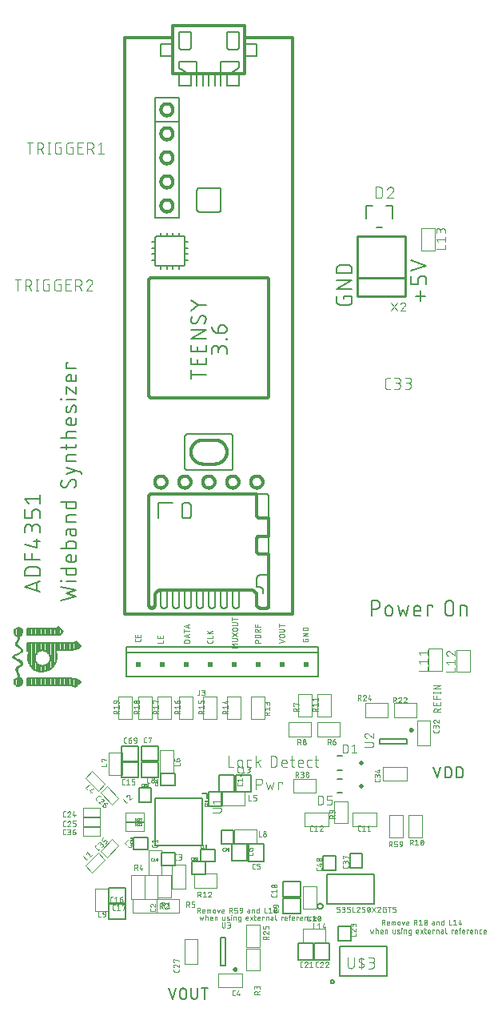
<source format=gto>
G04 EAGLE Gerber RS-274X export*
G75*
%MOMM*%
%FSLAX34Y34*%
%LPD*%
%INSilkscreen Top*%
%IPPOS*%
%AMOC8*
5,1,8,0,0,1.08239X$1,22.5*%
G01*
%ADD10C,0.152400*%
%ADD11C,0.101600*%
%ADD12C,0.050800*%
%ADD13C,0.127000*%
%ADD14C,0.050000*%
%ADD15C,0.150000*%
%ADD16C,0.500000*%
%ADD17C,0.076200*%
%ADD18C,0.203200*%
%ADD19R,0.508000X0.508000*%
%ADD20C,0.025400*%
%ADD21C,0.304800*%
%ADD22C,0.250000*%
%ADD23C,0.254000*%


D10*
X38608Y421132D02*
X22352Y426551D01*
X38608Y431969D01*
X34544Y430615D02*
X34544Y422487D01*
X38608Y438187D02*
X22352Y438187D01*
X22352Y442703D01*
X22354Y442834D01*
X22360Y442966D01*
X22369Y443097D01*
X22383Y443227D01*
X22400Y443358D01*
X22421Y443487D01*
X22445Y443616D01*
X22474Y443744D01*
X22506Y443872D01*
X22542Y443998D01*
X22581Y444123D01*
X22624Y444248D01*
X22671Y444370D01*
X22721Y444492D01*
X22775Y444612D01*
X22832Y444730D01*
X22893Y444846D01*
X22957Y444961D01*
X23024Y445074D01*
X23095Y445185D01*
X23169Y445293D01*
X23246Y445400D01*
X23326Y445504D01*
X23409Y445606D01*
X23494Y445705D01*
X23583Y445802D01*
X23675Y445896D01*
X23769Y445988D01*
X23866Y446077D01*
X23965Y446162D01*
X24067Y446245D01*
X24171Y446325D01*
X24278Y446402D01*
X24386Y446476D01*
X24497Y446547D01*
X24610Y446614D01*
X24725Y446678D01*
X24841Y446739D01*
X24959Y446796D01*
X25079Y446850D01*
X25201Y446900D01*
X25323Y446947D01*
X25448Y446990D01*
X25573Y447029D01*
X25699Y447065D01*
X25827Y447097D01*
X25955Y447126D01*
X26084Y447150D01*
X26213Y447171D01*
X26344Y447188D01*
X26474Y447202D01*
X26605Y447211D01*
X26737Y447217D01*
X26868Y447219D01*
X34092Y447219D01*
X34223Y447217D01*
X34355Y447211D01*
X34486Y447202D01*
X34616Y447188D01*
X34747Y447171D01*
X34876Y447150D01*
X35005Y447126D01*
X35133Y447097D01*
X35261Y447065D01*
X35387Y447029D01*
X35512Y446990D01*
X35637Y446947D01*
X35759Y446900D01*
X35881Y446850D01*
X36001Y446796D01*
X36119Y446739D01*
X36235Y446678D01*
X36350Y446614D01*
X36463Y446547D01*
X36574Y446476D01*
X36682Y446402D01*
X36789Y446325D01*
X36893Y446245D01*
X36995Y446162D01*
X37094Y446077D01*
X37191Y445988D01*
X37285Y445896D01*
X37377Y445802D01*
X37466Y445705D01*
X37551Y445606D01*
X37634Y445504D01*
X37714Y445400D01*
X37791Y445293D01*
X37865Y445185D01*
X37936Y445074D01*
X38003Y444961D01*
X38067Y444846D01*
X38128Y444730D01*
X38185Y444612D01*
X38239Y444492D01*
X38289Y444370D01*
X38336Y444248D01*
X38379Y444123D01*
X38418Y443998D01*
X38454Y443872D01*
X38486Y443744D01*
X38515Y443616D01*
X38539Y443487D01*
X38560Y443357D01*
X38577Y443227D01*
X38591Y443097D01*
X38600Y442966D01*
X38606Y442834D01*
X38608Y442703D01*
X38608Y438187D01*
X38608Y454891D02*
X22352Y454891D01*
X22352Y462115D01*
X29577Y462115D02*
X29577Y454891D01*
X34996Y467887D02*
X22352Y471499D01*
X34996Y467887D02*
X34996Y476918D01*
X31383Y474209D02*
X38608Y474209D01*
X38608Y483518D02*
X38608Y488034D01*
X38606Y488167D01*
X38600Y488299D01*
X38590Y488431D01*
X38577Y488563D01*
X38559Y488695D01*
X38538Y488825D01*
X38513Y488956D01*
X38484Y489085D01*
X38451Y489213D01*
X38415Y489341D01*
X38375Y489467D01*
X38331Y489592D01*
X38283Y489716D01*
X38232Y489838D01*
X38177Y489959D01*
X38119Y490078D01*
X38057Y490196D01*
X37992Y490311D01*
X37923Y490425D01*
X37852Y490536D01*
X37776Y490645D01*
X37698Y490752D01*
X37617Y490857D01*
X37532Y490959D01*
X37445Y491059D01*
X37355Y491156D01*
X37262Y491251D01*
X37166Y491342D01*
X37068Y491431D01*
X36967Y491517D01*
X36863Y491600D01*
X36757Y491680D01*
X36649Y491756D01*
X36539Y491830D01*
X36426Y491900D01*
X36312Y491967D01*
X36195Y492030D01*
X36077Y492090D01*
X35957Y492147D01*
X35835Y492200D01*
X35712Y492249D01*
X35588Y492295D01*
X35462Y492337D01*
X35335Y492375D01*
X35207Y492410D01*
X35078Y492441D01*
X34949Y492468D01*
X34818Y492491D01*
X34687Y492511D01*
X34555Y492526D01*
X34423Y492538D01*
X34291Y492546D01*
X34158Y492550D01*
X34026Y492550D01*
X33893Y492546D01*
X33761Y492538D01*
X33629Y492526D01*
X33497Y492511D01*
X33366Y492491D01*
X33235Y492468D01*
X33106Y492441D01*
X32977Y492410D01*
X32849Y492375D01*
X32722Y492337D01*
X32596Y492295D01*
X32472Y492249D01*
X32349Y492200D01*
X32227Y492147D01*
X32107Y492090D01*
X31989Y492030D01*
X31872Y491967D01*
X31758Y491900D01*
X31645Y491830D01*
X31535Y491756D01*
X31427Y491680D01*
X31321Y491600D01*
X31217Y491517D01*
X31116Y491431D01*
X31018Y491342D01*
X30922Y491251D01*
X30829Y491156D01*
X30739Y491059D01*
X30652Y490959D01*
X30567Y490857D01*
X30486Y490752D01*
X30408Y490645D01*
X30332Y490536D01*
X30261Y490425D01*
X30192Y490311D01*
X30127Y490196D01*
X30065Y490078D01*
X30007Y489959D01*
X29952Y489838D01*
X29901Y489716D01*
X29853Y489592D01*
X29809Y489467D01*
X29769Y489341D01*
X29733Y489213D01*
X29700Y489085D01*
X29671Y488956D01*
X29646Y488825D01*
X29625Y488695D01*
X29607Y488563D01*
X29594Y488431D01*
X29584Y488299D01*
X29578Y488167D01*
X29576Y488034D01*
X22352Y488937D02*
X22352Y483518D01*
X22352Y488937D02*
X22354Y489056D01*
X22360Y489176D01*
X22370Y489295D01*
X22384Y489413D01*
X22401Y489532D01*
X22423Y489649D01*
X22448Y489766D01*
X22478Y489881D01*
X22511Y489996D01*
X22548Y490110D01*
X22588Y490222D01*
X22633Y490333D01*
X22681Y490442D01*
X22732Y490550D01*
X22787Y490656D01*
X22846Y490760D01*
X22908Y490862D01*
X22973Y490962D01*
X23042Y491060D01*
X23114Y491156D01*
X23189Y491249D01*
X23266Y491339D01*
X23347Y491427D01*
X23431Y491512D01*
X23518Y491594D01*
X23607Y491674D01*
X23699Y491750D01*
X23793Y491824D01*
X23890Y491894D01*
X23988Y491961D01*
X24089Y492025D01*
X24193Y492085D01*
X24298Y492142D01*
X24405Y492195D01*
X24513Y492245D01*
X24623Y492291D01*
X24735Y492333D01*
X24848Y492372D01*
X24962Y492407D01*
X25077Y492438D01*
X25194Y492466D01*
X25311Y492489D01*
X25428Y492509D01*
X25547Y492525D01*
X25666Y492537D01*
X25785Y492545D01*
X25904Y492549D01*
X26024Y492549D01*
X26143Y492545D01*
X26262Y492537D01*
X26381Y492525D01*
X26500Y492509D01*
X26617Y492489D01*
X26734Y492466D01*
X26851Y492438D01*
X26966Y492407D01*
X27080Y492372D01*
X27193Y492333D01*
X27305Y492291D01*
X27415Y492245D01*
X27523Y492195D01*
X27630Y492142D01*
X27735Y492085D01*
X27839Y492025D01*
X27940Y491961D01*
X28038Y491894D01*
X28135Y491824D01*
X28229Y491750D01*
X28321Y491674D01*
X28410Y491594D01*
X28497Y491512D01*
X28581Y491427D01*
X28662Y491339D01*
X28739Y491249D01*
X28814Y491156D01*
X28886Y491060D01*
X28955Y490962D01*
X29020Y490862D01*
X29082Y490760D01*
X29141Y490656D01*
X29196Y490550D01*
X29247Y490442D01*
X29295Y490333D01*
X29340Y490222D01*
X29380Y490110D01*
X29417Y489996D01*
X29450Y489881D01*
X29480Y489766D01*
X29505Y489649D01*
X29527Y489532D01*
X29544Y489413D01*
X29558Y489295D01*
X29568Y489176D01*
X29574Y489056D01*
X29576Y488937D01*
X29577Y488937D02*
X29577Y485324D01*
X38608Y499149D02*
X38608Y504568D01*
X38606Y504686D01*
X38600Y504804D01*
X38591Y504922D01*
X38577Y505039D01*
X38560Y505156D01*
X38539Y505273D01*
X38514Y505388D01*
X38485Y505503D01*
X38452Y505617D01*
X38416Y505729D01*
X38376Y505840D01*
X38333Y505950D01*
X38286Y506059D01*
X38236Y506166D01*
X38181Y506271D01*
X38124Y506374D01*
X38063Y506475D01*
X37999Y506575D01*
X37932Y506672D01*
X37862Y506767D01*
X37788Y506859D01*
X37712Y506950D01*
X37632Y507037D01*
X37550Y507122D01*
X37465Y507204D01*
X37378Y507284D01*
X37287Y507360D01*
X37195Y507434D01*
X37100Y507504D01*
X37003Y507571D01*
X36903Y507635D01*
X36802Y507696D01*
X36699Y507753D01*
X36594Y507808D01*
X36487Y507858D01*
X36378Y507905D01*
X36268Y507948D01*
X36157Y507988D01*
X36045Y508024D01*
X35931Y508057D01*
X35816Y508086D01*
X35701Y508111D01*
X35584Y508132D01*
X35467Y508149D01*
X35350Y508163D01*
X35232Y508172D01*
X35114Y508178D01*
X34996Y508180D01*
X33189Y508180D01*
X33071Y508178D01*
X32953Y508172D01*
X32835Y508163D01*
X32718Y508149D01*
X32601Y508132D01*
X32484Y508111D01*
X32369Y508086D01*
X32254Y508057D01*
X32140Y508024D01*
X32028Y507988D01*
X31917Y507948D01*
X31807Y507905D01*
X31698Y507858D01*
X31591Y507808D01*
X31486Y507753D01*
X31383Y507696D01*
X31282Y507635D01*
X31182Y507571D01*
X31085Y507504D01*
X30990Y507434D01*
X30898Y507360D01*
X30807Y507284D01*
X30720Y507204D01*
X30635Y507122D01*
X30553Y507037D01*
X30473Y506950D01*
X30397Y506859D01*
X30323Y506767D01*
X30253Y506672D01*
X30186Y506575D01*
X30122Y506475D01*
X30061Y506374D01*
X30004Y506271D01*
X29949Y506166D01*
X29899Y506059D01*
X29852Y505950D01*
X29809Y505840D01*
X29769Y505729D01*
X29733Y505617D01*
X29700Y505503D01*
X29671Y505388D01*
X29646Y505273D01*
X29625Y505156D01*
X29608Y505039D01*
X29594Y504922D01*
X29585Y504804D01*
X29579Y504686D01*
X29577Y504568D01*
X29577Y499149D01*
X22352Y499149D01*
X22352Y508180D01*
X25964Y514780D02*
X22352Y519296D01*
X38608Y519296D01*
X38608Y514780D02*
X38608Y523812D01*
X60452Y412242D02*
X76708Y415854D01*
X65871Y419467D01*
X76708Y423079D01*
X60452Y426692D01*
X65871Y432493D02*
X76708Y432493D01*
X61355Y432041D02*
X60452Y432041D01*
X60452Y432944D01*
X61355Y432944D01*
X61355Y432041D01*
X60452Y445932D02*
X76708Y445932D01*
X76708Y441416D01*
X76706Y441315D01*
X76700Y441214D01*
X76691Y441113D01*
X76678Y441012D01*
X76661Y440912D01*
X76640Y440813D01*
X76616Y440715D01*
X76588Y440618D01*
X76556Y440521D01*
X76521Y440426D01*
X76482Y440333D01*
X76440Y440241D01*
X76394Y440150D01*
X76345Y440062D01*
X76293Y439975D01*
X76237Y439890D01*
X76179Y439807D01*
X76117Y439727D01*
X76052Y439649D01*
X75985Y439573D01*
X75915Y439500D01*
X75842Y439430D01*
X75766Y439363D01*
X75688Y439298D01*
X75608Y439236D01*
X75525Y439178D01*
X75440Y439122D01*
X75353Y439070D01*
X75265Y439021D01*
X75174Y438975D01*
X75082Y438933D01*
X74989Y438894D01*
X74894Y438859D01*
X74797Y438827D01*
X74700Y438799D01*
X74602Y438775D01*
X74503Y438754D01*
X74403Y438737D01*
X74302Y438724D01*
X74201Y438715D01*
X74100Y438709D01*
X73999Y438707D01*
X68580Y438707D01*
X68479Y438709D01*
X68378Y438715D01*
X68277Y438724D01*
X68176Y438737D01*
X68076Y438754D01*
X67977Y438775D01*
X67879Y438799D01*
X67782Y438827D01*
X67685Y438859D01*
X67590Y438894D01*
X67497Y438933D01*
X67405Y438975D01*
X67314Y439021D01*
X67226Y439070D01*
X67139Y439122D01*
X67054Y439178D01*
X66971Y439236D01*
X66891Y439298D01*
X66813Y439363D01*
X66737Y439430D01*
X66664Y439500D01*
X66594Y439573D01*
X66527Y439649D01*
X66462Y439727D01*
X66400Y439807D01*
X66342Y439890D01*
X66286Y439975D01*
X66234Y440062D01*
X66185Y440150D01*
X66139Y440241D01*
X66097Y440333D01*
X66058Y440426D01*
X66023Y440521D01*
X65991Y440618D01*
X65963Y440715D01*
X65939Y440813D01*
X65918Y440912D01*
X65901Y441012D01*
X65888Y441113D01*
X65879Y441214D01*
X65873Y441315D01*
X65871Y441416D01*
X65871Y445932D01*
X76708Y455558D02*
X76708Y460073D01*
X76708Y455558D02*
X76706Y455457D01*
X76700Y455356D01*
X76691Y455255D01*
X76678Y455154D01*
X76661Y455054D01*
X76640Y454955D01*
X76616Y454857D01*
X76588Y454760D01*
X76556Y454663D01*
X76521Y454568D01*
X76482Y454475D01*
X76440Y454383D01*
X76394Y454292D01*
X76345Y454204D01*
X76293Y454117D01*
X76237Y454032D01*
X76179Y453949D01*
X76117Y453869D01*
X76052Y453791D01*
X75985Y453715D01*
X75915Y453642D01*
X75842Y453572D01*
X75766Y453505D01*
X75688Y453440D01*
X75608Y453378D01*
X75525Y453320D01*
X75440Y453264D01*
X75353Y453212D01*
X75265Y453163D01*
X75174Y453117D01*
X75082Y453075D01*
X74989Y453036D01*
X74894Y453001D01*
X74797Y452969D01*
X74700Y452941D01*
X74602Y452917D01*
X74503Y452896D01*
X74403Y452879D01*
X74302Y452866D01*
X74201Y452857D01*
X74100Y452851D01*
X73999Y452849D01*
X73999Y452848D02*
X69483Y452848D01*
X69483Y452849D02*
X69364Y452851D01*
X69244Y452857D01*
X69125Y452867D01*
X69007Y452881D01*
X68888Y452898D01*
X68771Y452920D01*
X68654Y452945D01*
X68539Y452975D01*
X68424Y453008D01*
X68310Y453045D01*
X68198Y453085D01*
X68087Y453130D01*
X67978Y453178D01*
X67870Y453229D01*
X67764Y453284D01*
X67660Y453343D01*
X67558Y453405D01*
X67458Y453470D01*
X67360Y453539D01*
X67264Y453611D01*
X67171Y453686D01*
X67081Y453763D01*
X66993Y453844D01*
X66908Y453928D01*
X66826Y454015D01*
X66746Y454104D01*
X66670Y454196D01*
X66596Y454290D01*
X66526Y454387D01*
X66459Y454485D01*
X66395Y454586D01*
X66335Y454690D01*
X66278Y454795D01*
X66225Y454902D01*
X66175Y455010D01*
X66129Y455120D01*
X66087Y455232D01*
X66048Y455345D01*
X66013Y455459D01*
X65982Y455574D01*
X65954Y455691D01*
X65931Y455808D01*
X65911Y455925D01*
X65895Y456044D01*
X65883Y456163D01*
X65875Y456282D01*
X65871Y456401D01*
X65871Y456521D01*
X65875Y456640D01*
X65883Y456759D01*
X65895Y456878D01*
X65911Y456997D01*
X65931Y457114D01*
X65954Y457231D01*
X65982Y457348D01*
X66013Y457463D01*
X66048Y457577D01*
X66087Y457690D01*
X66129Y457802D01*
X66175Y457912D01*
X66225Y458020D01*
X66278Y458127D01*
X66335Y458232D01*
X66395Y458336D01*
X66459Y458437D01*
X66526Y458535D01*
X66596Y458632D01*
X66670Y458726D01*
X66746Y458818D01*
X66826Y458907D01*
X66908Y458994D01*
X66993Y459078D01*
X67081Y459159D01*
X67171Y459236D01*
X67264Y459311D01*
X67360Y459383D01*
X67458Y459452D01*
X67558Y459517D01*
X67660Y459579D01*
X67764Y459638D01*
X67870Y459693D01*
X67978Y459744D01*
X68087Y459792D01*
X68198Y459837D01*
X68310Y459877D01*
X68424Y459914D01*
X68539Y459947D01*
X68654Y459977D01*
X68771Y460002D01*
X68888Y460024D01*
X69007Y460041D01*
X69125Y460055D01*
X69244Y460065D01*
X69364Y460071D01*
X69483Y460073D01*
X71289Y460073D01*
X71289Y452848D01*
X76708Y466990D02*
X60452Y466990D01*
X76708Y466990D02*
X76708Y471505D01*
X76706Y471606D01*
X76700Y471707D01*
X76691Y471808D01*
X76678Y471909D01*
X76661Y472009D01*
X76640Y472108D01*
X76616Y472206D01*
X76588Y472303D01*
X76556Y472400D01*
X76521Y472495D01*
X76482Y472588D01*
X76440Y472680D01*
X76394Y472771D01*
X76345Y472860D01*
X76293Y472946D01*
X76237Y473031D01*
X76179Y473114D01*
X76117Y473194D01*
X76052Y473272D01*
X75985Y473348D01*
X75915Y473421D01*
X75842Y473491D01*
X75766Y473558D01*
X75688Y473623D01*
X75608Y473685D01*
X75525Y473743D01*
X75440Y473799D01*
X75354Y473851D01*
X75265Y473900D01*
X75174Y473946D01*
X75082Y473988D01*
X74989Y474027D01*
X74894Y474062D01*
X74797Y474094D01*
X74700Y474122D01*
X74602Y474146D01*
X74503Y474167D01*
X74403Y474184D01*
X74302Y474197D01*
X74201Y474206D01*
X74100Y474212D01*
X73999Y474214D01*
X73999Y474215D02*
X68580Y474215D01*
X68580Y474214D02*
X68479Y474212D01*
X68378Y474206D01*
X68277Y474197D01*
X68176Y474184D01*
X68076Y474167D01*
X67977Y474146D01*
X67879Y474122D01*
X67782Y474094D01*
X67685Y474062D01*
X67590Y474027D01*
X67497Y473988D01*
X67405Y473946D01*
X67314Y473900D01*
X67226Y473851D01*
X67139Y473799D01*
X67054Y473743D01*
X66971Y473685D01*
X66891Y473623D01*
X66813Y473558D01*
X66737Y473491D01*
X66664Y473421D01*
X66594Y473348D01*
X66527Y473272D01*
X66462Y473194D01*
X66400Y473114D01*
X66342Y473031D01*
X66286Y472946D01*
X66234Y472860D01*
X66185Y472771D01*
X66139Y472680D01*
X66097Y472588D01*
X66058Y472495D01*
X66023Y472400D01*
X65991Y472303D01*
X65963Y472206D01*
X65939Y472108D01*
X65918Y472009D01*
X65901Y471909D01*
X65888Y471808D01*
X65879Y471707D01*
X65873Y471606D01*
X65871Y471505D01*
X65871Y466990D01*
X70386Y483551D02*
X70386Y487615D01*
X70386Y483551D02*
X70388Y483439D01*
X70394Y483328D01*
X70404Y483217D01*
X70417Y483106D01*
X70435Y482996D01*
X70457Y482887D01*
X70482Y482778D01*
X70511Y482670D01*
X70544Y482564D01*
X70581Y482458D01*
X70621Y482354D01*
X70665Y482252D01*
X70713Y482151D01*
X70764Y482052D01*
X70819Y481954D01*
X70877Y481859D01*
X70938Y481766D01*
X71003Y481675D01*
X71071Y481586D01*
X71142Y481500D01*
X71215Y481417D01*
X71292Y481336D01*
X71372Y481257D01*
X71454Y481182D01*
X71539Y481110D01*
X71626Y481040D01*
X71716Y480974D01*
X71808Y480911D01*
X71903Y480851D01*
X71999Y480795D01*
X72097Y480742D01*
X72197Y480693D01*
X72299Y480647D01*
X72402Y480605D01*
X72507Y480566D01*
X72613Y480531D01*
X72720Y480500D01*
X72828Y480473D01*
X72937Y480449D01*
X73047Y480430D01*
X73157Y480414D01*
X73268Y480402D01*
X73380Y480394D01*
X73491Y480390D01*
X73603Y480390D01*
X73714Y480394D01*
X73826Y480402D01*
X73937Y480414D01*
X74047Y480430D01*
X74157Y480449D01*
X74266Y480473D01*
X74374Y480500D01*
X74481Y480531D01*
X74587Y480566D01*
X74692Y480605D01*
X74795Y480647D01*
X74897Y480693D01*
X74997Y480742D01*
X75095Y480795D01*
X75191Y480851D01*
X75286Y480911D01*
X75378Y480974D01*
X75468Y481040D01*
X75555Y481110D01*
X75640Y481182D01*
X75722Y481257D01*
X75802Y481336D01*
X75879Y481417D01*
X75952Y481500D01*
X76023Y481586D01*
X76091Y481675D01*
X76156Y481766D01*
X76217Y481859D01*
X76275Y481954D01*
X76330Y482052D01*
X76381Y482151D01*
X76429Y482252D01*
X76473Y482354D01*
X76513Y482458D01*
X76550Y482564D01*
X76583Y482670D01*
X76612Y482778D01*
X76637Y482887D01*
X76659Y482996D01*
X76677Y483106D01*
X76690Y483217D01*
X76700Y483328D01*
X76706Y483439D01*
X76708Y483551D01*
X76708Y487615D01*
X68580Y487615D01*
X68479Y487613D01*
X68378Y487607D01*
X68277Y487598D01*
X68176Y487585D01*
X68076Y487568D01*
X67977Y487547D01*
X67879Y487523D01*
X67782Y487495D01*
X67685Y487463D01*
X67590Y487428D01*
X67497Y487389D01*
X67405Y487347D01*
X67314Y487301D01*
X67226Y487252D01*
X67139Y487200D01*
X67054Y487144D01*
X66971Y487086D01*
X66891Y487024D01*
X66813Y486959D01*
X66737Y486892D01*
X66664Y486822D01*
X66594Y486749D01*
X66527Y486673D01*
X66462Y486595D01*
X66400Y486515D01*
X66342Y486432D01*
X66286Y486347D01*
X66234Y486261D01*
X66185Y486172D01*
X66139Y486081D01*
X66097Y485989D01*
X66058Y485896D01*
X66023Y485801D01*
X65991Y485704D01*
X65963Y485607D01*
X65939Y485509D01*
X65918Y485410D01*
X65901Y485310D01*
X65888Y485209D01*
X65879Y485108D01*
X65873Y485007D01*
X65871Y484906D01*
X65871Y481293D01*
X65871Y495053D02*
X76708Y495053D01*
X65871Y495053D02*
X65871Y499568D01*
X65873Y499672D01*
X65879Y499775D01*
X65889Y499879D01*
X65903Y499982D01*
X65921Y500084D01*
X65942Y500185D01*
X65968Y500286D01*
X65997Y500385D01*
X66030Y500484D01*
X66067Y500581D01*
X66108Y500676D01*
X66152Y500770D01*
X66200Y500862D01*
X66251Y500952D01*
X66306Y501041D01*
X66364Y501127D01*
X66426Y501210D01*
X66490Y501292D01*
X66558Y501370D01*
X66628Y501446D01*
X66701Y501520D01*
X66778Y501590D01*
X66856Y501658D01*
X66938Y501722D01*
X67021Y501784D01*
X67107Y501842D01*
X67196Y501897D01*
X67286Y501948D01*
X67378Y501996D01*
X67472Y502040D01*
X67567Y502081D01*
X67664Y502118D01*
X67763Y502151D01*
X67862Y502180D01*
X67963Y502206D01*
X68064Y502227D01*
X68166Y502245D01*
X68269Y502259D01*
X68373Y502269D01*
X68476Y502275D01*
X68580Y502277D01*
X76708Y502277D01*
X76708Y516272D02*
X60452Y516272D01*
X76708Y516272D02*
X76708Y511757D01*
X76706Y511656D01*
X76700Y511555D01*
X76691Y511454D01*
X76678Y511353D01*
X76661Y511253D01*
X76640Y511154D01*
X76616Y511056D01*
X76588Y510959D01*
X76556Y510862D01*
X76521Y510767D01*
X76482Y510674D01*
X76440Y510582D01*
X76394Y510491D01*
X76345Y510403D01*
X76293Y510316D01*
X76237Y510231D01*
X76179Y510148D01*
X76117Y510068D01*
X76052Y509990D01*
X75985Y509914D01*
X75915Y509841D01*
X75842Y509771D01*
X75766Y509704D01*
X75688Y509639D01*
X75608Y509577D01*
X75525Y509519D01*
X75440Y509463D01*
X75353Y509411D01*
X75265Y509362D01*
X75174Y509316D01*
X75082Y509274D01*
X74989Y509235D01*
X74894Y509200D01*
X74797Y509168D01*
X74700Y509140D01*
X74602Y509116D01*
X74503Y509095D01*
X74403Y509078D01*
X74302Y509065D01*
X74201Y509056D01*
X74100Y509050D01*
X73999Y509048D01*
X73999Y509047D02*
X68580Y509047D01*
X68580Y509048D02*
X68479Y509050D01*
X68378Y509056D01*
X68277Y509065D01*
X68176Y509078D01*
X68076Y509095D01*
X67977Y509116D01*
X67879Y509140D01*
X67782Y509168D01*
X67685Y509200D01*
X67590Y509235D01*
X67497Y509274D01*
X67405Y509316D01*
X67314Y509362D01*
X67226Y509411D01*
X67139Y509463D01*
X67054Y509519D01*
X66971Y509577D01*
X66891Y509639D01*
X66813Y509704D01*
X66737Y509771D01*
X66664Y509841D01*
X66594Y509914D01*
X66527Y509990D01*
X66462Y510068D01*
X66400Y510148D01*
X66342Y510231D01*
X66286Y510316D01*
X66234Y510403D01*
X66185Y510491D01*
X66139Y510582D01*
X66097Y510674D01*
X66058Y510767D01*
X66023Y510862D01*
X65991Y510959D01*
X65963Y511056D01*
X65939Y511154D01*
X65918Y511253D01*
X65901Y511353D01*
X65888Y511454D01*
X65879Y511555D01*
X65873Y511656D01*
X65871Y511757D01*
X65871Y516272D01*
X76708Y536562D02*
X76706Y536680D01*
X76700Y536798D01*
X76691Y536916D01*
X76677Y537033D01*
X76660Y537150D01*
X76639Y537267D01*
X76614Y537382D01*
X76585Y537497D01*
X76552Y537611D01*
X76516Y537723D01*
X76476Y537834D01*
X76433Y537944D01*
X76386Y538053D01*
X76336Y538160D01*
X76281Y538265D01*
X76224Y538368D01*
X76163Y538469D01*
X76099Y538569D01*
X76032Y538666D01*
X75962Y538761D01*
X75888Y538853D01*
X75812Y538944D01*
X75732Y539031D01*
X75650Y539116D01*
X75565Y539198D01*
X75478Y539278D01*
X75387Y539354D01*
X75295Y539428D01*
X75200Y539498D01*
X75103Y539565D01*
X75003Y539629D01*
X74902Y539690D01*
X74799Y539747D01*
X74694Y539802D01*
X74587Y539852D01*
X74478Y539899D01*
X74368Y539942D01*
X74257Y539982D01*
X74145Y540018D01*
X74031Y540051D01*
X73916Y540080D01*
X73801Y540105D01*
X73684Y540126D01*
X73567Y540143D01*
X73450Y540157D01*
X73332Y540166D01*
X73214Y540172D01*
X73096Y540174D01*
X76708Y536562D02*
X76706Y536379D01*
X76699Y536197D01*
X76688Y536015D01*
X76673Y535833D01*
X76653Y535651D01*
X76630Y535470D01*
X76601Y535290D01*
X76569Y535110D01*
X76532Y534931D01*
X76491Y534754D01*
X76445Y534577D01*
X76396Y534401D01*
X76342Y534227D01*
X76284Y534053D01*
X76222Y533882D01*
X76156Y533712D01*
X76085Y533543D01*
X76011Y533376D01*
X75933Y533211D01*
X75851Y533048D01*
X75765Y532887D01*
X75675Y532728D01*
X75581Y532571D01*
X75484Y532417D01*
X75383Y532265D01*
X75278Y532115D01*
X75170Y531968D01*
X75059Y531824D01*
X74944Y531682D01*
X74825Y531543D01*
X74703Y531407D01*
X74578Y531274D01*
X74450Y531144D01*
X64064Y531595D02*
X63946Y531597D01*
X63828Y531603D01*
X63710Y531612D01*
X63593Y531626D01*
X63476Y531643D01*
X63359Y531664D01*
X63244Y531689D01*
X63129Y531718D01*
X63015Y531751D01*
X62903Y531787D01*
X62792Y531827D01*
X62682Y531870D01*
X62573Y531917D01*
X62466Y531967D01*
X62361Y532022D01*
X62258Y532079D01*
X62157Y532140D01*
X62057Y532204D01*
X61960Y532271D01*
X61865Y532341D01*
X61773Y532415D01*
X61682Y532491D01*
X61595Y532571D01*
X61510Y532653D01*
X61428Y532738D01*
X61348Y532825D01*
X61272Y532916D01*
X61198Y533008D01*
X61128Y533103D01*
X61061Y533200D01*
X60997Y533300D01*
X60936Y533401D01*
X60879Y533504D01*
X60824Y533609D01*
X60774Y533716D01*
X60727Y533825D01*
X60684Y533935D01*
X60644Y534046D01*
X60608Y534158D01*
X60575Y534272D01*
X60546Y534387D01*
X60521Y534502D01*
X60500Y534619D01*
X60483Y534736D01*
X60469Y534853D01*
X60460Y534971D01*
X60454Y535089D01*
X60452Y535207D01*
X60454Y535368D01*
X60460Y535530D01*
X60469Y535691D01*
X60483Y535852D01*
X60500Y536012D01*
X60521Y536172D01*
X60546Y536332D01*
X60575Y536491D01*
X60607Y536649D01*
X60643Y536806D01*
X60683Y536962D01*
X60727Y537118D01*
X60775Y537272D01*
X60826Y537425D01*
X60880Y537577D01*
X60939Y537728D01*
X61000Y537877D01*
X61066Y538024D01*
X61135Y538170D01*
X61207Y538315D01*
X61283Y538457D01*
X61362Y538598D01*
X61444Y538737D01*
X61530Y538873D01*
X61619Y539008D01*
X61711Y539141D01*
X61807Y539271D01*
X67225Y533401D02*
X67163Y533300D01*
X67098Y533200D01*
X67029Y533103D01*
X66957Y533008D01*
X66883Y532915D01*
X66805Y532825D01*
X66724Y532737D01*
X66641Y532652D01*
X66555Y532570D01*
X66466Y532491D01*
X66375Y532414D01*
X66281Y532341D01*
X66185Y532270D01*
X66087Y532203D01*
X65987Y532139D01*
X65884Y532078D01*
X65780Y532021D01*
X65674Y531967D01*
X65566Y531917D01*
X65457Y531870D01*
X65346Y531826D01*
X65234Y531786D01*
X65120Y531750D01*
X65006Y531718D01*
X64890Y531689D01*
X64774Y531664D01*
X64657Y531643D01*
X64539Y531626D01*
X64421Y531612D01*
X64302Y531603D01*
X64183Y531597D01*
X64064Y531595D01*
X69935Y538369D02*
X69997Y538470D01*
X70062Y538570D01*
X70131Y538667D01*
X70203Y538762D01*
X70277Y538855D01*
X70355Y538945D01*
X70436Y539033D01*
X70519Y539118D01*
X70605Y539200D01*
X70694Y539279D01*
X70785Y539356D01*
X70879Y539429D01*
X70975Y539500D01*
X71073Y539567D01*
X71173Y539631D01*
X71276Y539692D01*
X71380Y539749D01*
X71486Y539803D01*
X71594Y539853D01*
X71703Y539900D01*
X71814Y539944D01*
X71926Y539984D01*
X72040Y540020D01*
X72154Y540052D01*
X72270Y540081D01*
X72386Y540106D01*
X72503Y540127D01*
X72621Y540144D01*
X72739Y540158D01*
X72858Y540167D01*
X72977Y540173D01*
X73096Y540175D01*
X69935Y538368D02*
X67225Y533401D01*
X82127Y545594D02*
X82127Y547400D01*
X65871Y552818D01*
X65871Y545594D02*
X76708Y549206D01*
X76708Y559141D02*
X65871Y559141D01*
X65871Y563656D01*
X65873Y563760D01*
X65879Y563863D01*
X65889Y563967D01*
X65903Y564070D01*
X65921Y564172D01*
X65942Y564273D01*
X65968Y564374D01*
X65997Y564473D01*
X66030Y564572D01*
X66067Y564669D01*
X66108Y564764D01*
X66152Y564858D01*
X66200Y564950D01*
X66251Y565040D01*
X66306Y565129D01*
X66364Y565215D01*
X66426Y565298D01*
X66490Y565380D01*
X66558Y565458D01*
X66628Y565534D01*
X66701Y565608D01*
X66778Y565678D01*
X66856Y565746D01*
X66938Y565810D01*
X67021Y565872D01*
X67107Y565930D01*
X67196Y565985D01*
X67286Y566036D01*
X67378Y566084D01*
X67472Y566128D01*
X67567Y566169D01*
X67664Y566206D01*
X67763Y566239D01*
X67862Y566268D01*
X67963Y566294D01*
X68064Y566315D01*
X68166Y566333D01*
X68269Y566347D01*
X68373Y566357D01*
X68476Y566363D01*
X68580Y566365D01*
X76708Y566365D01*
X65871Y571911D02*
X65871Y577330D01*
X60452Y573718D02*
X73999Y573718D01*
X74100Y573720D01*
X74201Y573726D01*
X74302Y573735D01*
X74403Y573748D01*
X74503Y573765D01*
X74602Y573786D01*
X74700Y573810D01*
X74797Y573838D01*
X74894Y573870D01*
X74989Y573905D01*
X75082Y573944D01*
X75174Y573986D01*
X75265Y574032D01*
X75353Y574081D01*
X75440Y574133D01*
X75525Y574189D01*
X75608Y574247D01*
X75688Y574309D01*
X75766Y574374D01*
X75842Y574441D01*
X75915Y574511D01*
X75985Y574584D01*
X76052Y574660D01*
X76117Y574738D01*
X76179Y574818D01*
X76237Y574901D01*
X76293Y574986D01*
X76345Y575073D01*
X76394Y575161D01*
X76440Y575252D01*
X76482Y575344D01*
X76521Y575437D01*
X76556Y575532D01*
X76588Y575629D01*
X76616Y575726D01*
X76640Y575824D01*
X76661Y575923D01*
X76678Y576023D01*
X76691Y576124D01*
X76700Y576225D01*
X76706Y576326D01*
X76708Y576427D01*
X76708Y577330D01*
X76708Y583629D02*
X60452Y583629D01*
X65871Y583629D02*
X65871Y588145D01*
X65873Y588249D01*
X65879Y588352D01*
X65889Y588456D01*
X65903Y588559D01*
X65921Y588661D01*
X65942Y588762D01*
X65968Y588863D01*
X65997Y588962D01*
X66030Y589061D01*
X66067Y589158D01*
X66108Y589253D01*
X66152Y589347D01*
X66200Y589439D01*
X66251Y589529D01*
X66306Y589618D01*
X66364Y589704D01*
X66426Y589787D01*
X66490Y589869D01*
X66558Y589947D01*
X66628Y590023D01*
X66701Y590097D01*
X66778Y590167D01*
X66856Y590235D01*
X66938Y590299D01*
X67021Y590361D01*
X67107Y590419D01*
X67196Y590474D01*
X67286Y590525D01*
X67378Y590573D01*
X67472Y590617D01*
X67567Y590658D01*
X67664Y590695D01*
X67763Y590728D01*
X67862Y590757D01*
X67963Y590783D01*
X68064Y590804D01*
X68166Y590822D01*
X68269Y590836D01*
X68373Y590846D01*
X68476Y590852D01*
X68580Y590854D01*
X76708Y590854D01*
X76708Y600407D02*
X76708Y604922D01*
X76708Y600407D02*
X76706Y600306D01*
X76700Y600205D01*
X76691Y600104D01*
X76678Y600003D01*
X76661Y599903D01*
X76640Y599804D01*
X76616Y599706D01*
X76588Y599609D01*
X76556Y599512D01*
X76521Y599417D01*
X76482Y599324D01*
X76440Y599232D01*
X76394Y599141D01*
X76345Y599053D01*
X76293Y598966D01*
X76237Y598881D01*
X76179Y598798D01*
X76117Y598718D01*
X76052Y598640D01*
X75985Y598564D01*
X75915Y598491D01*
X75842Y598421D01*
X75766Y598354D01*
X75688Y598289D01*
X75608Y598227D01*
X75525Y598169D01*
X75440Y598113D01*
X75353Y598061D01*
X75265Y598012D01*
X75174Y597966D01*
X75082Y597924D01*
X74989Y597885D01*
X74894Y597850D01*
X74797Y597818D01*
X74700Y597790D01*
X74602Y597766D01*
X74503Y597745D01*
X74403Y597728D01*
X74302Y597715D01*
X74201Y597706D01*
X74100Y597700D01*
X73999Y597698D01*
X69483Y597698D01*
X69364Y597700D01*
X69244Y597706D01*
X69125Y597716D01*
X69007Y597730D01*
X68888Y597747D01*
X68771Y597769D01*
X68654Y597794D01*
X68539Y597824D01*
X68424Y597857D01*
X68310Y597894D01*
X68198Y597934D01*
X68087Y597979D01*
X67978Y598027D01*
X67870Y598078D01*
X67764Y598133D01*
X67660Y598192D01*
X67558Y598254D01*
X67458Y598319D01*
X67360Y598388D01*
X67264Y598460D01*
X67171Y598535D01*
X67081Y598612D01*
X66993Y598693D01*
X66908Y598777D01*
X66826Y598864D01*
X66746Y598953D01*
X66670Y599045D01*
X66596Y599139D01*
X66526Y599236D01*
X66459Y599334D01*
X66395Y599435D01*
X66335Y599539D01*
X66278Y599644D01*
X66225Y599751D01*
X66175Y599859D01*
X66129Y599969D01*
X66087Y600081D01*
X66048Y600194D01*
X66013Y600308D01*
X65982Y600423D01*
X65954Y600540D01*
X65931Y600657D01*
X65911Y600774D01*
X65895Y600893D01*
X65883Y601012D01*
X65875Y601131D01*
X65871Y601250D01*
X65871Y601370D01*
X65875Y601489D01*
X65883Y601608D01*
X65895Y601727D01*
X65911Y601846D01*
X65931Y601963D01*
X65954Y602080D01*
X65982Y602197D01*
X66013Y602312D01*
X66048Y602426D01*
X66087Y602539D01*
X66129Y602651D01*
X66175Y602761D01*
X66225Y602869D01*
X66278Y602976D01*
X66335Y603081D01*
X66395Y603185D01*
X66459Y603286D01*
X66526Y603384D01*
X66596Y603481D01*
X66670Y603575D01*
X66746Y603667D01*
X66826Y603756D01*
X66908Y603843D01*
X66993Y603927D01*
X67081Y604008D01*
X67171Y604085D01*
X67264Y604160D01*
X67360Y604232D01*
X67458Y604301D01*
X67558Y604366D01*
X67660Y604428D01*
X67764Y604487D01*
X67870Y604542D01*
X67978Y604593D01*
X68087Y604641D01*
X68198Y604686D01*
X68310Y604726D01*
X68424Y604763D01*
X68539Y604796D01*
X68654Y604826D01*
X68771Y604851D01*
X68888Y604873D01*
X69007Y604890D01*
X69125Y604904D01*
X69244Y604914D01*
X69364Y604920D01*
X69483Y604922D01*
X71289Y604922D01*
X71289Y597698D01*
X70386Y612599D02*
X72192Y617115D01*
X70386Y612599D02*
X70349Y612511D01*
X70308Y612425D01*
X70264Y612340D01*
X70216Y612257D01*
X70165Y612177D01*
X70111Y612098D01*
X70053Y612022D01*
X69993Y611948D01*
X69929Y611876D01*
X69863Y611808D01*
X69793Y611742D01*
X69722Y611679D01*
X69647Y611618D01*
X69571Y611561D01*
X69492Y611508D01*
X69411Y611457D01*
X69328Y611410D01*
X69243Y611366D01*
X69156Y611326D01*
X69068Y611289D01*
X68978Y611256D01*
X68887Y611226D01*
X68795Y611201D01*
X68702Y611179D01*
X68608Y611161D01*
X68514Y611146D01*
X68419Y611136D01*
X68323Y611130D01*
X68228Y611127D01*
X68132Y611128D01*
X68037Y611134D01*
X67941Y611143D01*
X67847Y611156D01*
X67753Y611172D01*
X67659Y611193D01*
X67567Y611218D01*
X67476Y611246D01*
X67386Y611278D01*
X67297Y611313D01*
X67210Y611352D01*
X67124Y611395D01*
X67040Y611441D01*
X66959Y611491D01*
X66879Y611543D01*
X66801Y611599D01*
X66726Y611659D01*
X66654Y611721D01*
X66584Y611786D01*
X66516Y611854D01*
X66452Y611924D01*
X66390Y611997D01*
X66332Y612073D01*
X66276Y612151D01*
X66224Y612231D01*
X66175Y612313D01*
X66130Y612397D01*
X66088Y612483D01*
X66049Y612570D01*
X66014Y612659D01*
X65983Y612750D01*
X65956Y612841D01*
X65932Y612934D01*
X65912Y613027D01*
X65896Y613121D01*
X65884Y613216D01*
X65875Y613311D01*
X65871Y613407D01*
X65870Y613502D01*
X65877Y613749D01*
X65889Y613995D01*
X65907Y614241D01*
X65932Y614487D01*
X65962Y614731D01*
X65998Y614975D01*
X66040Y615218D01*
X66087Y615460D01*
X66141Y615701D01*
X66200Y615940D01*
X66265Y616178D01*
X66336Y616415D01*
X66412Y616649D01*
X66494Y616882D01*
X66582Y617112D01*
X66675Y617340D01*
X66773Y617567D01*
X72193Y617115D02*
X72230Y617203D01*
X72271Y617289D01*
X72315Y617374D01*
X72363Y617457D01*
X72414Y617537D01*
X72468Y617616D01*
X72526Y617692D01*
X72586Y617766D01*
X72650Y617838D01*
X72716Y617906D01*
X72786Y617972D01*
X72857Y618035D01*
X72932Y618096D01*
X73008Y618153D01*
X73087Y618206D01*
X73168Y618257D01*
X73251Y618304D01*
X73336Y618348D01*
X73423Y618388D01*
X73511Y618425D01*
X73601Y618458D01*
X73692Y618488D01*
X73784Y618513D01*
X73877Y618535D01*
X73971Y618553D01*
X74065Y618568D01*
X74160Y618578D01*
X74256Y618584D01*
X74351Y618587D01*
X74447Y618586D01*
X74542Y618580D01*
X74638Y618571D01*
X74732Y618558D01*
X74826Y618542D01*
X74920Y618521D01*
X75012Y618496D01*
X75103Y618468D01*
X75193Y618436D01*
X75282Y618401D01*
X75369Y618362D01*
X75455Y618319D01*
X75539Y618273D01*
X75620Y618223D01*
X75700Y618171D01*
X75778Y618115D01*
X75853Y618055D01*
X75925Y617993D01*
X75995Y617928D01*
X76063Y617860D01*
X76127Y617790D01*
X76189Y617717D01*
X76247Y617641D01*
X76303Y617563D01*
X76355Y617483D01*
X76404Y617401D01*
X76449Y617317D01*
X76491Y617231D01*
X76530Y617144D01*
X76565Y617055D01*
X76596Y616964D01*
X76623Y616873D01*
X76647Y616780D01*
X76667Y616687D01*
X76683Y616593D01*
X76695Y616498D01*
X76704Y616403D01*
X76708Y616307D01*
X76709Y616212D01*
X76708Y616211D02*
X76699Y615849D01*
X76681Y615487D01*
X76654Y615126D01*
X76619Y614766D01*
X76576Y614406D01*
X76524Y614047D01*
X76463Y613690D01*
X76394Y613335D01*
X76317Y612981D01*
X76231Y612629D01*
X76137Y612279D01*
X76034Y611931D01*
X75924Y611586D01*
X75805Y611244D01*
X76708Y624757D02*
X65871Y624757D01*
X61355Y624305D02*
X60452Y624305D01*
X60452Y625208D01*
X61355Y625208D01*
X61355Y624305D01*
X65871Y630523D02*
X65871Y637748D01*
X76708Y630523D01*
X76708Y637748D01*
X76708Y646258D02*
X76708Y650774D01*
X76708Y646258D02*
X76706Y646157D01*
X76700Y646056D01*
X76691Y645955D01*
X76678Y645854D01*
X76661Y645754D01*
X76640Y645655D01*
X76616Y645557D01*
X76588Y645460D01*
X76556Y645363D01*
X76521Y645268D01*
X76482Y645175D01*
X76440Y645083D01*
X76394Y644992D01*
X76345Y644904D01*
X76293Y644817D01*
X76237Y644732D01*
X76179Y644649D01*
X76117Y644569D01*
X76052Y644491D01*
X75985Y644415D01*
X75915Y644342D01*
X75842Y644272D01*
X75766Y644205D01*
X75688Y644140D01*
X75608Y644078D01*
X75525Y644020D01*
X75440Y643964D01*
X75353Y643912D01*
X75265Y643863D01*
X75174Y643817D01*
X75082Y643775D01*
X74989Y643736D01*
X74894Y643701D01*
X74797Y643669D01*
X74700Y643641D01*
X74602Y643617D01*
X74503Y643596D01*
X74403Y643579D01*
X74302Y643566D01*
X74201Y643557D01*
X74100Y643551D01*
X73999Y643549D01*
X69483Y643549D01*
X69364Y643551D01*
X69244Y643557D01*
X69125Y643567D01*
X69007Y643581D01*
X68888Y643598D01*
X68771Y643620D01*
X68654Y643645D01*
X68539Y643675D01*
X68424Y643708D01*
X68310Y643745D01*
X68198Y643785D01*
X68087Y643830D01*
X67978Y643878D01*
X67870Y643929D01*
X67764Y643984D01*
X67660Y644043D01*
X67558Y644105D01*
X67458Y644170D01*
X67360Y644239D01*
X67264Y644311D01*
X67171Y644386D01*
X67081Y644463D01*
X66993Y644544D01*
X66908Y644628D01*
X66826Y644715D01*
X66746Y644804D01*
X66670Y644896D01*
X66596Y644990D01*
X66526Y645087D01*
X66459Y645185D01*
X66395Y645286D01*
X66335Y645390D01*
X66278Y645495D01*
X66225Y645602D01*
X66175Y645710D01*
X66129Y645820D01*
X66087Y645932D01*
X66048Y646045D01*
X66013Y646159D01*
X65982Y646274D01*
X65954Y646391D01*
X65931Y646508D01*
X65911Y646625D01*
X65895Y646744D01*
X65883Y646863D01*
X65875Y646982D01*
X65871Y647101D01*
X65871Y647221D01*
X65875Y647340D01*
X65883Y647459D01*
X65895Y647578D01*
X65911Y647697D01*
X65931Y647814D01*
X65954Y647931D01*
X65982Y648048D01*
X66013Y648163D01*
X66048Y648277D01*
X66087Y648390D01*
X66129Y648502D01*
X66175Y648612D01*
X66225Y648720D01*
X66278Y648827D01*
X66335Y648932D01*
X66395Y649036D01*
X66459Y649137D01*
X66526Y649235D01*
X66596Y649332D01*
X66670Y649426D01*
X66746Y649518D01*
X66826Y649607D01*
X66908Y649694D01*
X66993Y649778D01*
X67081Y649859D01*
X67171Y649936D01*
X67264Y650011D01*
X67360Y650083D01*
X67458Y650152D01*
X67558Y650217D01*
X67660Y650279D01*
X67764Y650338D01*
X67870Y650393D01*
X67978Y650444D01*
X68087Y650492D01*
X68198Y650537D01*
X68310Y650577D01*
X68424Y650614D01*
X68539Y650647D01*
X68654Y650677D01*
X68771Y650702D01*
X68888Y650724D01*
X69007Y650741D01*
X69125Y650755D01*
X69244Y650765D01*
X69364Y650771D01*
X69483Y650773D01*
X69483Y650774D02*
X71289Y650774D01*
X71289Y643549D01*
X76708Y657702D02*
X65871Y657702D01*
X65871Y663121D01*
X67677Y663121D01*
D11*
X238000Y247650D02*
X238000Y235966D01*
X243193Y235966D01*
X247390Y238562D02*
X247390Y241159D01*
X247392Y241260D01*
X247398Y241360D01*
X247408Y241460D01*
X247421Y241560D01*
X247439Y241659D01*
X247460Y241758D01*
X247485Y241855D01*
X247514Y241952D01*
X247547Y242047D01*
X247583Y242141D01*
X247623Y242233D01*
X247666Y242324D01*
X247713Y242413D01*
X247763Y242500D01*
X247817Y242586D01*
X247874Y242669D01*
X247934Y242749D01*
X247997Y242828D01*
X248064Y242904D01*
X248133Y242977D01*
X248205Y243047D01*
X248279Y243115D01*
X248356Y243180D01*
X248436Y243241D01*
X248518Y243300D01*
X248602Y243355D01*
X248688Y243407D01*
X248776Y243456D01*
X248866Y243501D01*
X248958Y243543D01*
X249051Y243581D01*
X249146Y243615D01*
X249241Y243646D01*
X249338Y243673D01*
X249436Y243696D01*
X249535Y243716D01*
X249635Y243731D01*
X249735Y243743D01*
X249835Y243751D01*
X249936Y243755D01*
X250036Y243755D01*
X250137Y243751D01*
X250237Y243743D01*
X250337Y243731D01*
X250437Y243716D01*
X250536Y243696D01*
X250634Y243673D01*
X250731Y243646D01*
X250826Y243615D01*
X250921Y243581D01*
X251014Y243543D01*
X251106Y243501D01*
X251196Y243456D01*
X251284Y243407D01*
X251370Y243355D01*
X251454Y243300D01*
X251536Y243241D01*
X251616Y243180D01*
X251693Y243115D01*
X251767Y243047D01*
X251839Y242977D01*
X251908Y242904D01*
X251975Y242828D01*
X252038Y242749D01*
X252098Y242669D01*
X252155Y242586D01*
X252209Y242500D01*
X252259Y242413D01*
X252306Y242324D01*
X252349Y242233D01*
X252389Y242141D01*
X252425Y242047D01*
X252458Y241952D01*
X252487Y241855D01*
X252512Y241758D01*
X252533Y241659D01*
X252551Y241560D01*
X252564Y241460D01*
X252574Y241360D01*
X252580Y241260D01*
X252582Y241159D01*
X252583Y241159D02*
X252583Y238562D01*
X252582Y238562D02*
X252580Y238461D01*
X252574Y238361D01*
X252564Y238261D01*
X252551Y238161D01*
X252533Y238062D01*
X252512Y237963D01*
X252487Y237866D01*
X252458Y237769D01*
X252425Y237674D01*
X252389Y237580D01*
X252349Y237488D01*
X252306Y237397D01*
X252259Y237308D01*
X252209Y237221D01*
X252155Y237135D01*
X252098Y237052D01*
X252038Y236972D01*
X251975Y236893D01*
X251908Y236817D01*
X251839Y236744D01*
X251767Y236674D01*
X251693Y236606D01*
X251616Y236541D01*
X251536Y236480D01*
X251454Y236421D01*
X251370Y236366D01*
X251284Y236314D01*
X251196Y236265D01*
X251106Y236220D01*
X251014Y236178D01*
X250921Y236140D01*
X250826Y236106D01*
X250731Y236075D01*
X250634Y236048D01*
X250536Y236025D01*
X250437Y236005D01*
X250337Y235990D01*
X250237Y235978D01*
X250137Y235970D01*
X250036Y235966D01*
X249936Y235966D01*
X249835Y235970D01*
X249735Y235978D01*
X249635Y235990D01*
X249535Y236005D01*
X249436Y236025D01*
X249338Y236048D01*
X249241Y236075D01*
X249146Y236106D01*
X249051Y236140D01*
X248958Y236178D01*
X248866Y236220D01*
X248776Y236265D01*
X248688Y236314D01*
X248602Y236366D01*
X248518Y236421D01*
X248436Y236480D01*
X248356Y236541D01*
X248279Y236606D01*
X248205Y236674D01*
X248133Y236744D01*
X248064Y236817D01*
X247997Y236893D01*
X247934Y236972D01*
X247874Y237052D01*
X247817Y237135D01*
X247763Y237221D01*
X247713Y237308D01*
X247666Y237397D01*
X247623Y237488D01*
X247583Y237580D01*
X247547Y237674D01*
X247514Y237769D01*
X247485Y237866D01*
X247460Y237963D01*
X247439Y238062D01*
X247421Y238161D01*
X247408Y238261D01*
X247398Y238361D01*
X247392Y238461D01*
X247390Y238562D01*
X259256Y235966D02*
X261853Y235966D01*
X259256Y235966D02*
X259169Y235968D01*
X259081Y235974D01*
X258995Y235984D01*
X258908Y235997D01*
X258823Y236015D01*
X258738Y236036D01*
X258654Y236061D01*
X258572Y236090D01*
X258491Y236123D01*
X258411Y236159D01*
X258333Y236198D01*
X258257Y236242D01*
X258183Y236288D01*
X258112Y236338D01*
X258042Y236391D01*
X257975Y236447D01*
X257911Y236506D01*
X257849Y236568D01*
X257790Y236632D01*
X257734Y236699D01*
X257681Y236769D01*
X257631Y236840D01*
X257585Y236914D01*
X257541Y236990D01*
X257502Y237068D01*
X257466Y237148D01*
X257433Y237229D01*
X257404Y237311D01*
X257379Y237395D01*
X257358Y237480D01*
X257340Y237565D01*
X257327Y237652D01*
X257317Y237738D01*
X257311Y237826D01*
X257309Y237913D01*
X257309Y241808D01*
X257311Y241895D01*
X257317Y241983D01*
X257327Y242069D01*
X257340Y242156D01*
X257358Y242241D01*
X257379Y242326D01*
X257404Y242410D01*
X257433Y242492D01*
X257466Y242573D01*
X257502Y242653D01*
X257541Y242731D01*
X257585Y242807D01*
X257631Y242881D01*
X257681Y242952D01*
X257734Y243022D01*
X257790Y243089D01*
X257849Y243153D01*
X257911Y243215D01*
X257975Y243274D01*
X258042Y243330D01*
X258112Y243383D01*
X258183Y243433D01*
X258257Y243479D01*
X258333Y243523D01*
X258411Y243562D01*
X258491Y243598D01*
X258572Y243631D01*
X258654Y243660D01*
X258738Y243685D01*
X258823Y243706D01*
X258908Y243724D01*
X258995Y243737D01*
X259081Y243747D01*
X259169Y243753D01*
X259256Y243755D01*
X261853Y243755D01*
X266575Y247650D02*
X266575Y235966D01*
X266575Y239861D02*
X271768Y243755D01*
X268847Y241483D02*
X271768Y235966D01*
X282555Y235966D02*
X282555Y247650D01*
X285800Y247650D01*
X285913Y247648D01*
X286026Y247642D01*
X286139Y247632D01*
X286252Y247618D01*
X286364Y247601D01*
X286475Y247579D01*
X286585Y247554D01*
X286695Y247524D01*
X286803Y247491D01*
X286910Y247454D01*
X287016Y247414D01*
X287120Y247369D01*
X287223Y247321D01*
X287324Y247270D01*
X287423Y247215D01*
X287520Y247157D01*
X287615Y247095D01*
X287708Y247030D01*
X287798Y246962D01*
X287886Y246891D01*
X287972Y246816D01*
X288055Y246739D01*
X288135Y246659D01*
X288212Y246576D01*
X288287Y246490D01*
X288358Y246402D01*
X288426Y246312D01*
X288491Y246219D01*
X288553Y246124D01*
X288611Y246027D01*
X288666Y245928D01*
X288717Y245827D01*
X288765Y245724D01*
X288810Y245620D01*
X288850Y245514D01*
X288887Y245407D01*
X288920Y245299D01*
X288950Y245189D01*
X288975Y245079D01*
X288997Y244968D01*
X289014Y244856D01*
X289028Y244743D01*
X289038Y244630D01*
X289044Y244517D01*
X289046Y244404D01*
X289046Y239212D01*
X289044Y239099D01*
X289038Y238986D01*
X289028Y238873D01*
X289014Y238760D01*
X288997Y238648D01*
X288975Y238537D01*
X288950Y238427D01*
X288920Y238317D01*
X288887Y238209D01*
X288850Y238102D01*
X288810Y237996D01*
X288765Y237892D01*
X288717Y237789D01*
X288666Y237688D01*
X288611Y237589D01*
X288553Y237492D01*
X288491Y237397D01*
X288426Y237304D01*
X288358Y237214D01*
X288287Y237126D01*
X288212Y237040D01*
X288135Y236957D01*
X288055Y236877D01*
X287972Y236800D01*
X287886Y236725D01*
X287798Y236654D01*
X287708Y236586D01*
X287615Y236521D01*
X287520Y236459D01*
X287423Y236401D01*
X287324Y236346D01*
X287223Y236295D01*
X287120Y236247D01*
X287016Y236202D01*
X286910Y236162D01*
X286803Y236125D01*
X286695Y236092D01*
X286585Y236062D01*
X286475Y236037D01*
X286364Y236015D01*
X286252Y235998D01*
X286139Y235984D01*
X286026Y235974D01*
X285913Y235968D01*
X285800Y235966D01*
X282555Y235966D01*
X296200Y235966D02*
X299446Y235966D01*
X296200Y235966D02*
X296113Y235968D01*
X296025Y235974D01*
X295939Y235984D01*
X295852Y235997D01*
X295767Y236015D01*
X295682Y236036D01*
X295598Y236061D01*
X295516Y236090D01*
X295435Y236123D01*
X295355Y236159D01*
X295277Y236198D01*
X295201Y236242D01*
X295127Y236288D01*
X295056Y236338D01*
X294986Y236391D01*
X294919Y236447D01*
X294855Y236506D01*
X294793Y236568D01*
X294734Y236632D01*
X294678Y236699D01*
X294625Y236769D01*
X294575Y236840D01*
X294529Y236914D01*
X294485Y236990D01*
X294446Y237068D01*
X294410Y237148D01*
X294377Y237229D01*
X294348Y237311D01*
X294323Y237395D01*
X294302Y237480D01*
X294284Y237565D01*
X294271Y237652D01*
X294261Y237738D01*
X294255Y237826D01*
X294253Y237913D01*
X294253Y241159D01*
X294255Y241260D01*
X294261Y241360D01*
X294271Y241460D01*
X294284Y241560D01*
X294302Y241659D01*
X294323Y241758D01*
X294348Y241855D01*
X294377Y241952D01*
X294410Y242047D01*
X294446Y242141D01*
X294486Y242233D01*
X294529Y242324D01*
X294576Y242413D01*
X294626Y242500D01*
X294680Y242586D01*
X294737Y242669D01*
X294797Y242749D01*
X294860Y242828D01*
X294927Y242904D01*
X294996Y242977D01*
X295068Y243047D01*
X295142Y243115D01*
X295219Y243180D01*
X295299Y243241D01*
X295381Y243300D01*
X295465Y243355D01*
X295551Y243407D01*
X295639Y243456D01*
X295729Y243501D01*
X295821Y243543D01*
X295914Y243581D01*
X296009Y243615D01*
X296104Y243646D01*
X296201Y243673D01*
X296299Y243696D01*
X296398Y243716D01*
X296498Y243731D01*
X296598Y243743D01*
X296698Y243751D01*
X296799Y243755D01*
X296899Y243755D01*
X297000Y243751D01*
X297100Y243743D01*
X297200Y243731D01*
X297300Y243716D01*
X297399Y243696D01*
X297497Y243673D01*
X297594Y243646D01*
X297689Y243615D01*
X297784Y243581D01*
X297877Y243543D01*
X297969Y243501D01*
X298059Y243456D01*
X298147Y243407D01*
X298233Y243355D01*
X298317Y243300D01*
X298399Y243241D01*
X298479Y243180D01*
X298556Y243115D01*
X298630Y243047D01*
X298702Y242977D01*
X298771Y242904D01*
X298838Y242828D01*
X298901Y242749D01*
X298961Y242669D01*
X299018Y242586D01*
X299072Y242500D01*
X299122Y242413D01*
X299169Y242324D01*
X299212Y242233D01*
X299252Y242141D01*
X299288Y242047D01*
X299321Y241952D01*
X299350Y241855D01*
X299375Y241758D01*
X299396Y241659D01*
X299414Y241560D01*
X299427Y241460D01*
X299437Y241360D01*
X299443Y241260D01*
X299445Y241159D01*
X299446Y241159D02*
X299446Y239861D01*
X294253Y239861D01*
X303191Y243755D02*
X307086Y243755D01*
X304490Y247650D02*
X304490Y237913D01*
X304492Y237826D01*
X304498Y237738D01*
X304508Y237652D01*
X304521Y237565D01*
X304539Y237480D01*
X304560Y237395D01*
X304585Y237311D01*
X304614Y237229D01*
X304647Y237148D01*
X304683Y237068D01*
X304722Y236990D01*
X304766Y236914D01*
X304812Y236840D01*
X304862Y236769D01*
X304915Y236699D01*
X304971Y236632D01*
X305030Y236568D01*
X305092Y236506D01*
X305156Y236447D01*
X305223Y236391D01*
X305293Y236338D01*
X305364Y236288D01*
X305438Y236242D01*
X305514Y236198D01*
X305592Y236159D01*
X305672Y236123D01*
X305753Y236090D01*
X305835Y236061D01*
X305919Y236036D01*
X306004Y236015D01*
X306089Y235997D01*
X306176Y235984D01*
X306262Y235974D01*
X306350Y235968D01*
X306437Y235966D01*
X307086Y235966D01*
X313345Y235966D02*
X316591Y235966D01*
X313345Y235966D02*
X313258Y235968D01*
X313170Y235974D01*
X313084Y235984D01*
X312997Y235997D01*
X312912Y236015D01*
X312827Y236036D01*
X312743Y236061D01*
X312661Y236090D01*
X312580Y236123D01*
X312500Y236159D01*
X312422Y236198D01*
X312346Y236242D01*
X312272Y236288D01*
X312201Y236338D01*
X312131Y236391D01*
X312064Y236447D01*
X312000Y236506D01*
X311938Y236568D01*
X311879Y236632D01*
X311823Y236699D01*
X311770Y236769D01*
X311720Y236840D01*
X311674Y236914D01*
X311630Y236990D01*
X311591Y237068D01*
X311555Y237148D01*
X311522Y237229D01*
X311493Y237311D01*
X311468Y237395D01*
X311447Y237480D01*
X311429Y237565D01*
X311416Y237652D01*
X311406Y237738D01*
X311400Y237826D01*
X311398Y237913D01*
X311398Y241159D01*
X311400Y241260D01*
X311406Y241360D01*
X311416Y241460D01*
X311429Y241560D01*
X311447Y241659D01*
X311468Y241758D01*
X311493Y241855D01*
X311522Y241952D01*
X311555Y242047D01*
X311591Y242141D01*
X311631Y242233D01*
X311674Y242324D01*
X311721Y242413D01*
X311771Y242500D01*
X311825Y242586D01*
X311882Y242669D01*
X311942Y242749D01*
X312005Y242828D01*
X312072Y242904D01*
X312141Y242977D01*
X312213Y243047D01*
X312287Y243115D01*
X312364Y243180D01*
X312444Y243241D01*
X312526Y243300D01*
X312610Y243355D01*
X312696Y243407D01*
X312784Y243456D01*
X312874Y243501D01*
X312966Y243543D01*
X313059Y243581D01*
X313154Y243615D01*
X313249Y243646D01*
X313346Y243673D01*
X313444Y243696D01*
X313543Y243716D01*
X313643Y243731D01*
X313743Y243743D01*
X313843Y243751D01*
X313944Y243755D01*
X314044Y243755D01*
X314145Y243751D01*
X314245Y243743D01*
X314345Y243731D01*
X314445Y243716D01*
X314544Y243696D01*
X314642Y243673D01*
X314739Y243646D01*
X314834Y243615D01*
X314929Y243581D01*
X315022Y243543D01*
X315114Y243501D01*
X315204Y243456D01*
X315292Y243407D01*
X315378Y243355D01*
X315462Y243300D01*
X315544Y243241D01*
X315624Y243180D01*
X315701Y243115D01*
X315775Y243047D01*
X315847Y242977D01*
X315916Y242904D01*
X315983Y242828D01*
X316046Y242749D01*
X316106Y242669D01*
X316163Y242586D01*
X316217Y242500D01*
X316267Y242413D01*
X316314Y242324D01*
X316357Y242233D01*
X316397Y242141D01*
X316433Y242047D01*
X316466Y241952D01*
X316495Y241855D01*
X316520Y241758D01*
X316541Y241659D01*
X316559Y241560D01*
X316572Y241460D01*
X316582Y241360D01*
X316588Y241260D01*
X316590Y241159D01*
X316591Y241159D02*
X316591Y239861D01*
X311398Y239861D01*
X323264Y235966D02*
X325861Y235966D01*
X323264Y235966D02*
X323177Y235968D01*
X323089Y235974D01*
X323003Y235984D01*
X322916Y235997D01*
X322831Y236015D01*
X322746Y236036D01*
X322662Y236061D01*
X322580Y236090D01*
X322499Y236123D01*
X322419Y236159D01*
X322341Y236198D01*
X322265Y236242D01*
X322191Y236288D01*
X322120Y236338D01*
X322050Y236391D01*
X321983Y236447D01*
X321919Y236506D01*
X321857Y236568D01*
X321798Y236632D01*
X321742Y236699D01*
X321689Y236769D01*
X321639Y236840D01*
X321593Y236914D01*
X321549Y236990D01*
X321510Y237068D01*
X321474Y237148D01*
X321441Y237229D01*
X321412Y237311D01*
X321387Y237395D01*
X321366Y237480D01*
X321348Y237565D01*
X321335Y237652D01*
X321325Y237738D01*
X321319Y237826D01*
X321317Y237913D01*
X321317Y241808D01*
X321319Y241895D01*
X321325Y241983D01*
X321335Y242069D01*
X321348Y242156D01*
X321366Y242241D01*
X321387Y242326D01*
X321412Y242410D01*
X321441Y242492D01*
X321474Y242573D01*
X321510Y242653D01*
X321549Y242731D01*
X321593Y242807D01*
X321639Y242881D01*
X321689Y242952D01*
X321742Y243022D01*
X321798Y243089D01*
X321857Y243153D01*
X321919Y243215D01*
X321983Y243274D01*
X322050Y243330D01*
X322120Y243383D01*
X322191Y243433D01*
X322265Y243479D01*
X322341Y243523D01*
X322419Y243562D01*
X322499Y243598D01*
X322580Y243631D01*
X322662Y243660D01*
X322746Y243685D01*
X322831Y243706D01*
X322916Y243724D01*
X323003Y243737D01*
X323089Y243747D01*
X323177Y243753D01*
X323264Y243755D01*
X325861Y243755D01*
X329099Y243755D02*
X332994Y243755D01*
X330398Y247650D02*
X330398Y237913D01*
X330400Y237826D01*
X330406Y237738D01*
X330416Y237652D01*
X330429Y237565D01*
X330447Y237480D01*
X330468Y237395D01*
X330493Y237311D01*
X330522Y237229D01*
X330555Y237148D01*
X330591Y237068D01*
X330630Y236990D01*
X330674Y236914D01*
X330720Y236840D01*
X330770Y236769D01*
X330823Y236699D01*
X330879Y236632D01*
X330938Y236568D01*
X331000Y236506D01*
X331064Y236447D01*
X331131Y236391D01*
X331201Y236338D01*
X331272Y236288D01*
X331346Y236242D01*
X331422Y236198D01*
X331500Y236159D01*
X331580Y236123D01*
X331661Y236090D01*
X331743Y236061D01*
X331827Y236036D01*
X331912Y236015D01*
X331997Y235997D01*
X332084Y235984D01*
X332170Y235974D01*
X332258Y235968D01*
X332345Y235966D01*
X332994Y235966D01*
D10*
X441226Y728472D02*
X441226Y739309D01*
X446645Y733891D02*
X435808Y733891D01*
X447548Y746048D02*
X447548Y751467D01*
X447546Y751585D01*
X447540Y751703D01*
X447531Y751821D01*
X447517Y751938D01*
X447500Y752055D01*
X447479Y752172D01*
X447454Y752287D01*
X447425Y752402D01*
X447392Y752516D01*
X447356Y752628D01*
X447316Y752739D01*
X447273Y752849D01*
X447226Y752958D01*
X447176Y753065D01*
X447121Y753170D01*
X447064Y753273D01*
X447003Y753374D01*
X446939Y753474D01*
X446872Y753571D01*
X446802Y753666D01*
X446728Y753758D01*
X446652Y753849D01*
X446572Y753936D01*
X446490Y754021D01*
X446405Y754103D01*
X446318Y754183D01*
X446227Y754259D01*
X446135Y754333D01*
X446040Y754403D01*
X445943Y754470D01*
X445843Y754534D01*
X445742Y754595D01*
X445639Y754652D01*
X445534Y754707D01*
X445427Y754757D01*
X445318Y754804D01*
X445208Y754847D01*
X445097Y754887D01*
X444985Y754923D01*
X444871Y754956D01*
X444756Y754985D01*
X444641Y755010D01*
X444524Y755031D01*
X444407Y755048D01*
X444290Y755062D01*
X444172Y755071D01*
X444054Y755077D01*
X443936Y755079D01*
X443936Y755080D02*
X442129Y755080D01*
X442129Y755079D02*
X442011Y755077D01*
X441893Y755071D01*
X441775Y755062D01*
X441658Y755048D01*
X441541Y755031D01*
X441424Y755010D01*
X441309Y754985D01*
X441194Y754956D01*
X441080Y754923D01*
X440968Y754887D01*
X440857Y754847D01*
X440747Y754804D01*
X440638Y754757D01*
X440531Y754707D01*
X440426Y754652D01*
X440323Y754595D01*
X440222Y754534D01*
X440122Y754470D01*
X440025Y754403D01*
X439930Y754333D01*
X439838Y754259D01*
X439747Y754183D01*
X439660Y754103D01*
X439575Y754021D01*
X439493Y753936D01*
X439413Y753849D01*
X439337Y753758D01*
X439263Y753666D01*
X439193Y753571D01*
X439126Y753474D01*
X439062Y753374D01*
X439001Y753273D01*
X438944Y753170D01*
X438889Y753065D01*
X438839Y752958D01*
X438792Y752849D01*
X438749Y752739D01*
X438709Y752628D01*
X438673Y752516D01*
X438640Y752402D01*
X438611Y752287D01*
X438586Y752172D01*
X438565Y752055D01*
X438548Y751938D01*
X438534Y751821D01*
X438525Y751703D01*
X438519Y751585D01*
X438517Y751467D01*
X438517Y746048D01*
X431292Y746048D01*
X431292Y755080D01*
X431292Y760777D02*
X447548Y766195D01*
X431292Y771614D01*
X359777Y733693D02*
X359777Y730984D01*
X359777Y733693D02*
X368808Y733693D01*
X368808Y728274D01*
X368806Y728156D01*
X368800Y728038D01*
X368791Y727920D01*
X368777Y727803D01*
X368760Y727686D01*
X368739Y727569D01*
X368714Y727454D01*
X368685Y727339D01*
X368652Y727225D01*
X368616Y727113D01*
X368576Y727002D01*
X368533Y726892D01*
X368486Y726783D01*
X368436Y726676D01*
X368381Y726571D01*
X368324Y726468D01*
X368263Y726367D01*
X368199Y726267D01*
X368132Y726170D01*
X368062Y726075D01*
X367988Y725983D01*
X367912Y725892D01*
X367832Y725805D01*
X367750Y725720D01*
X367665Y725638D01*
X367578Y725558D01*
X367487Y725482D01*
X367395Y725408D01*
X367300Y725338D01*
X367203Y725271D01*
X367103Y725207D01*
X367002Y725146D01*
X366899Y725089D01*
X366794Y725034D01*
X366687Y724984D01*
X366578Y724937D01*
X366468Y724894D01*
X366357Y724854D01*
X366245Y724818D01*
X366131Y724785D01*
X366016Y724756D01*
X365901Y724731D01*
X365784Y724710D01*
X365667Y724693D01*
X365550Y724679D01*
X365432Y724670D01*
X365314Y724664D01*
X365196Y724662D01*
X356164Y724662D01*
X356046Y724664D01*
X355928Y724670D01*
X355810Y724679D01*
X355692Y724693D01*
X355575Y724710D01*
X355459Y724731D01*
X355344Y724756D01*
X355229Y724785D01*
X355115Y724818D01*
X355003Y724854D01*
X354891Y724894D01*
X354781Y724937D01*
X354673Y724984D01*
X354566Y725035D01*
X354461Y725089D01*
X354358Y725146D01*
X354256Y725207D01*
X354157Y725271D01*
X354060Y725338D01*
X353965Y725409D01*
X353872Y725482D01*
X353782Y725559D01*
X353694Y725638D01*
X353609Y725720D01*
X353527Y725805D01*
X353448Y725893D01*
X353371Y725983D01*
X353298Y726076D01*
X353227Y726170D01*
X353160Y726268D01*
X353096Y726367D01*
X353035Y726468D01*
X352978Y726572D01*
X352924Y726677D01*
X352873Y726784D01*
X352826Y726892D01*
X352783Y727002D01*
X352743Y727114D01*
X352707Y727226D01*
X352674Y727340D01*
X352645Y727455D01*
X352620Y727570D01*
X352599Y727686D01*
X352582Y727803D01*
X352568Y727921D01*
X352559Y728039D01*
X352553Y728157D01*
X352551Y728275D01*
X352552Y728274D02*
X352552Y733693D01*
X352552Y741335D02*
X368808Y741335D01*
X368808Y750366D02*
X352552Y741335D01*
X352552Y750366D02*
X368808Y750366D01*
X368808Y758009D02*
X352552Y758009D01*
X352552Y762524D01*
X352554Y762655D01*
X352560Y762787D01*
X352569Y762918D01*
X352583Y763048D01*
X352600Y763179D01*
X352621Y763308D01*
X352645Y763437D01*
X352674Y763565D01*
X352706Y763693D01*
X352742Y763819D01*
X352781Y763944D01*
X352824Y764069D01*
X352871Y764191D01*
X352921Y764313D01*
X352975Y764433D01*
X353032Y764551D01*
X353093Y764667D01*
X353157Y764782D01*
X353224Y764895D01*
X353295Y765006D01*
X353369Y765114D01*
X353446Y765221D01*
X353526Y765325D01*
X353609Y765427D01*
X353694Y765526D01*
X353783Y765623D01*
X353875Y765717D01*
X353969Y765809D01*
X354066Y765898D01*
X354165Y765983D01*
X354267Y766066D01*
X354371Y766146D01*
X354478Y766223D01*
X354586Y766297D01*
X354697Y766368D01*
X354810Y766435D01*
X354925Y766499D01*
X355041Y766560D01*
X355159Y766617D01*
X355279Y766671D01*
X355401Y766721D01*
X355523Y766768D01*
X355648Y766811D01*
X355773Y766850D01*
X355899Y766886D01*
X356027Y766918D01*
X356155Y766947D01*
X356284Y766971D01*
X356413Y766992D01*
X356544Y767009D01*
X356674Y767023D01*
X356805Y767032D01*
X356937Y767038D01*
X357068Y767040D01*
X364292Y767040D01*
X364423Y767038D01*
X364555Y767032D01*
X364686Y767023D01*
X364816Y767009D01*
X364947Y766992D01*
X365076Y766971D01*
X365205Y766947D01*
X365333Y766918D01*
X365461Y766886D01*
X365587Y766850D01*
X365712Y766811D01*
X365837Y766768D01*
X365959Y766721D01*
X366081Y766671D01*
X366201Y766617D01*
X366319Y766560D01*
X366435Y766499D01*
X366550Y766435D01*
X366663Y766368D01*
X366774Y766297D01*
X366882Y766223D01*
X366989Y766146D01*
X367093Y766066D01*
X367195Y765983D01*
X367294Y765898D01*
X367391Y765809D01*
X367485Y765717D01*
X367577Y765623D01*
X367666Y765526D01*
X367751Y765427D01*
X367834Y765325D01*
X367914Y765221D01*
X367991Y765114D01*
X368065Y765006D01*
X368136Y764895D01*
X368203Y764782D01*
X368267Y764667D01*
X368328Y764551D01*
X368385Y764433D01*
X368439Y764313D01*
X368489Y764191D01*
X368536Y764069D01*
X368579Y763944D01*
X368618Y763819D01*
X368654Y763693D01*
X368686Y763565D01*
X368715Y763437D01*
X368739Y763308D01*
X368760Y763178D01*
X368777Y763048D01*
X368791Y762918D01*
X368800Y762787D01*
X368806Y762655D01*
X368808Y762524D01*
X368808Y758009D01*
X389382Y411988D02*
X389382Y395732D01*
X389382Y411988D02*
X393898Y411988D01*
X394031Y411986D01*
X394163Y411980D01*
X394295Y411970D01*
X394427Y411957D01*
X394559Y411939D01*
X394689Y411918D01*
X394820Y411893D01*
X394949Y411864D01*
X395077Y411831D01*
X395205Y411795D01*
X395331Y411755D01*
X395456Y411711D01*
X395580Y411663D01*
X395702Y411612D01*
X395823Y411557D01*
X395942Y411499D01*
X396060Y411437D01*
X396175Y411372D01*
X396289Y411303D01*
X396400Y411232D01*
X396509Y411156D01*
X396616Y411078D01*
X396721Y410997D01*
X396823Y410912D01*
X396923Y410825D01*
X397020Y410735D01*
X397115Y410642D01*
X397206Y410546D01*
X397295Y410448D01*
X397381Y410347D01*
X397464Y410243D01*
X397544Y410137D01*
X397620Y410029D01*
X397694Y409919D01*
X397764Y409806D01*
X397831Y409692D01*
X397894Y409575D01*
X397954Y409457D01*
X398011Y409337D01*
X398064Y409215D01*
X398113Y409092D01*
X398159Y408968D01*
X398201Y408842D01*
X398239Y408715D01*
X398274Y408587D01*
X398305Y408458D01*
X398332Y408329D01*
X398355Y408198D01*
X398375Y408067D01*
X398390Y407935D01*
X398402Y407803D01*
X398410Y407671D01*
X398414Y407538D01*
X398414Y407406D01*
X398410Y407273D01*
X398402Y407141D01*
X398390Y407009D01*
X398375Y406877D01*
X398355Y406746D01*
X398332Y406615D01*
X398305Y406486D01*
X398274Y406357D01*
X398239Y406229D01*
X398201Y406102D01*
X398159Y405976D01*
X398113Y405852D01*
X398064Y405729D01*
X398011Y405607D01*
X397954Y405487D01*
X397894Y405369D01*
X397831Y405252D01*
X397764Y405138D01*
X397694Y405025D01*
X397620Y404915D01*
X397544Y404807D01*
X397464Y404701D01*
X397381Y404597D01*
X397295Y404496D01*
X397206Y404398D01*
X397115Y404302D01*
X397020Y404209D01*
X396923Y404119D01*
X396823Y404032D01*
X396721Y403947D01*
X396616Y403866D01*
X396509Y403788D01*
X396400Y403712D01*
X396289Y403641D01*
X396175Y403572D01*
X396060Y403507D01*
X395942Y403445D01*
X395823Y403387D01*
X395702Y403332D01*
X395580Y403281D01*
X395456Y403233D01*
X395331Y403189D01*
X395205Y403149D01*
X395077Y403113D01*
X394949Y403080D01*
X394820Y403051D01*
X394689Y403026D01*
X394559Y403005D01*
X394427Y402987D01*
X394295Y402974D01*
X394163Y402964D01*
X394031Y402958D01*
X393898Y402956D01*
X393898Y402957D02*
X389382Y402957D01*
X404142Y402957D02*
X404142Y399344D01*
X404143Y402957D02*
X404145Y403076D01*
X404151Y403196D01*
X404161Y403315D01*
X404175Y403433D01*
X404192Y403552D01*
X404214Y403669D01*
X404239Y403786D01*
X404269Y403901D01*
X404302Y404016D01*
X404339Y404130D01*
X404379Y404242D01*
X404424Y404353D01*
X404472Y404462D01*
X404523Y404570D01*
X404578Y404676D01*
X404637Y404780D01*
X404699Y404882D01*
X404764Y404982D01*
X404833Y405080D01*
X404905Y405176D01*
X404980Y405269D01*
X405057Y405359D01*
X405138Y405447D01*
X405222Y405532D01*
X405309Y405614D01*
X405398Y405694D01*
X405490Y405770D01*
X405584Y405844D01*
X405681Y405914D01*
X405779Y405981D01*
X405880Y406045D01*
X405984Y406105D01*
X406089Y406162D01*
X406196Y406215D01*
X406304Y406265D01*
X406414Y406311D01*
X406526Y406353D01*
X406639Y406392D01*
X406753Y406427D01*
X406868Y406458D01*
X406985Y406486D01*
X407102Y406509D01*
X407219Y406529D01*
X407338Y406545D01*
X407457Y406557D01*
X407576Y406565D01*
X407695Y406569D01*
X407815Y406569D01*
X407934Y406565D01*
X408053Y406557D01*
X408172Y406545D01*
X408291Y406529D01*
X408408Y406509D01*
X408525Y406486D01*
X408642Y406458D01*
X408757Y406427D01*
X408871Y406392D01*
X408984Y406353D01*
X409096Y406311D01*
X409206Y406265D01*
X409314Y406215D01*
X409421Y406162D01*
X409526Y406105D01*
X409630Y406045D01*
X409731Y405981D01*
X409829Y405914D01*
X409926Y405844D01*
X410020Y405770D01*
X410112Y405694D01*
X410201Y405614D01*
X410288Y405532D01*
X410372Y405447D01*
X410453Y405359D01*
X410530Y405269D01*
X410605Y405176D01*
X410677Y405080D01*
X410746Y404982D01*
X410811Y404882D01*
X410873Y404780D01*
X410932Y404676D01*
X410987Y404570D01*
X411038Y404462D01*
X411086Y404353D01*
X411131Y404242D01*
X411171Y404130D01*
X411208Y404016D01*
X411241Y403901D01*
X411271Y403786D01*
X411296Y403669D01*
X411318Y403552D01*
X411335Y403433D01*
X411349Y403315D01*
X411359Y403196D01*
X411365Y403076D01*
X411367Y402957D01*
X411367Y399344D01*
X411365Y399225D01*
X411359Y399105D01*
X411349Y398986D01*
X411335Y398868D01*
X411318Y398749D01*
X411296Y398632D01*
X411271Y398515D01*
X411241Y398400D01*
X411208Y398285D01*
X411171Y398171D01*
X411131Y398059D01*
X411086Y397948D01*
X411038Y397839D01*
X410987Y397731D01*
X410932Y397625D01*
X410873Y397521D01*
X410811Y397419D01*
X410746Y397319D01*
X410677Y397221D01*
X410605Y397125D01*
X410530Y397032D01*
X410453Y396942D01*
X410372Y396854D01*
X410288Y396769D01*
X410201Y396687D01*
X410112Y396607D01*
X410020Y396531D01*
X409926Y396457D01*
X409829Y396387D01*
X409731Y396320D01*
X409630Y396256D01*
X409526Y396196D01*
X409421Y396139D01*
X409314Y396086D01*
X409206Y396036D01*
X409096Y395990D01*
X408984Y395948D01*
X408871Y395909D01*
X408757Y395874D01*
X408642Y395843D01*
X408525Y395815D01*
X408408Y395792D01*
X408291Y395772D01*
X408172Y395756D01*
X408053Y395744D01*
X407934Y395736D01*
X407815Y395732D01*
X407695Y395732D01*
X407576Y395736D01*
X407457Y395744D01*
X407338Y395756D01*
X407219Y395772D01*
X407102Y395792D01*
X406985Y395815D01*
X406868Y395843D01*
X406753Y395874D01*
X406639Y395909D01*
X406526Y395948D01*
X406414Y395990D01*
X406304Y396036D01*
X406196Y396086D01*
X406089Y396139D01*
X405984Y396196D01*
X405880Y396256D01*
X405779Y396320D01*
X405681Y396387D01*
X405584Y396457D01*
X405490Y396531D01*
X405398Y396607D01*
X405309Y396687D01*
X405222Y396769D01*
X405138Y396854D01*
X405057Y396942D01*
X404980Y397032D01*
X404905Y397125D01*
X404833Y397221D01*
X404764Y397319D01*
X404699Y397419D01*
X404637Y397521D01*
X404578Y397625D01*
X404523Y397731D01*
X404472Y397839D01*
X404424Y397948D01*
X404379Y398059D01*
X404339Y398171D01*
X404302Y398285D01*
X404269Y398400D01*
X404239Y398515D01*
X404214Y398632D01*
X404192Y398749D01*
X404175Y398868D01*
X404161Y398986D01*
X404151Y399105D01*
X404145Y399225D01*
X404143Y399344D01*
X417446Y406569D02*
X420156Y395732D01*
X422865Y402957D01*
X425574Y395732D01*
X428284Y406569D01*
X437072Y395732D02*
X441588Y395732D01*
X437072Y395732D02*
X436971Y395734D01*
X436870Y395740D01*
X436769Y395749D01*
X436668Y395762D01*
X436568Y395779D01*
X436469Y395800D01*
X436371Y395824D01*
X436274Y395852D01*
X436177Y395884D01*
X436082Y395919D01*
X435989Y395958D01*
X435897Y396000D01*
X435806Y396046D01*
X435718Y396095D01*
X435631Y396147D01*
X435546Y396203D01*
X435463Y396261D01*
X435383Y396323D01*
X435305Y396388D01*
X435229Y396455D01*
X435156Y396525D01*
X435086Y396598D01*
X435019Y396674D01*
X434954Y396752D01*
X434892Y396832D01*
X434834Y396915D01*
X434778Y397000D01*
X434726Y397087D01*
X434677Y397175D01*
X434631Y397266D01*
X434589Y397358D01*
X434550Y397451D01*
X434515Y397546D01*
X434483Y397643D01*
X434455Y397740D01*
X434431Y397838D01*
X434410Y397937D01*
X434393Y398037D01*
X434380Y398138D01*
X434371Y398239D01*
X434365Y398340D01*
X434363Y398441D01*
X434363Y402957D01*
X434365Y403076D01*
X434371Y403196D01*
X434381Y403315D01*
X434395Y403433D01*
X434412Y403552D01*
X434434Y403669D01*
X434459Y403786D01*
X434489Y403901D01*
X434522Y404016D01*
X434559Y404130D01*
X434599Y404242D01*
X434644Y404353D01*
X434692Y404462D01*
X434743Y404570D01*
X434798Y404676D01*
X434857Y404780D01*
X434919Y404882D01*
X434984Y404982D01*
X435053Y405080D01*
X435125Y405176D01*
X435200Y405269D01*
X435277Y405359D01*
X435358Y405447D01*
X435442Y405532D01*
X435529Y405614D01*
X435618Y405694D01*
X435710Y405770D01*
X435804Y405844D01*
X435901Y405914D01*
X435999Y405981D01*
X436100Y406045D01*
X436204Y406105D01*
X436309Y406162D01*
X436416Y406215D01*
X436524Y406265D01*
X436634Y406311D01*
X436746Y406353D01*
X436859Y406392D01*
X436973Y406427D01*
X437088Y406458D01*
X437205Y406486D01*
X437322Y406509D01*
X437439Y406529D01*
X437558Y406545D01*
X437677Y406557D01*
X437796Y406565D01*
X437915Y406569D01*
X438035Y406569D01*
X438154Y406565D01*
X438273Y406557D01*
X438392Y406545D01*
X438511Y406529D01*
X438628Y406509D01*
X438745Y406486D01*
X438862Y406458D01*
X438977Y406427D01*
X439091Y406392D01*
X439204Y406353D01*
X439316Y406311D01*
X439426Y406265D01*
X439534Y406215D01*
X439641Y406162D01*
X439746Y406105D01*
X439850Y406045D01*
X439951Y405981D01*
X440049Y405914D01*
X440146Y405844D01*
X440240Y405770D01*
X440332Y405694D01*
X440421Y405614D01*
X440508Y405532D01*
X440592Y405447D01*
X440673Y405359D01*
X440750Y405269D01*
X440825Y405176D01*
X440897Y405080D01*
X440966Y404982D01*
X441031Y404882D01*
X441093Y404780D01*
X441152Y404676D01*
X441207Y404570D01*
X441258Y404462D01*
X441306Y404353D01*
X441351Y404242D01*
X441391Y404130D01*
X441428Y404016D01*
X441461Y403901D01*
X441491Y403786D01*
X441516Y403669D01*
X441538Y403552D01*
X441555Y403433D01*
X441569Y403315D01*
X441579Y403196D01*
X441585Y403076D01*
X441587Y402957D01*
X441588Y402957D02*
X441588Y401151D01*
X434363Y401151D01*
X448516Y395732D02*
X448516Y406569D01*
X453934Y406569D01*
X453934Y404763D01*
X467327Y407472D02*
X467327Y400248D01*
X467327Y407472D02*
X467329Y407605D01*
X467335Y407737D01*
X467345Y407869D01*
X467358Y408001D01*
X467376Y408133D01*
X467397Y408263D01*
X467422Y408394D01*
X467451Y408523D01*
X467484Y408651D01*
X467520Y408779D01*
X467560Y408905D01*
X467604Y409030D01*
X467652Y409154D01*
X467703Y409276D01*
X467758Y409397D01*
X467816Y409516D01*
X467878Y409634D01*
X467943Y409749D01*
X468012Y409863D01*
X468083Y409974D01*
X468159Y410083D01*
X468237Y410190D01*
X468318Y410295D01*
X468403Y410397D01*
X468490Y410497D01*
X468580Y410594D01*
X468673Y410689D01*
X468769Y410780D01*
X468867Y410869D01*
X468968Y410955D01*
X469072Y411038D01*
X469178Y411118D01*
X469286Y411194D01*
X469396Y411268D01*
X469509Y411338D01*
X469623Y411405D01*
X469740Y411468D01*
X469858Y411528D01*
X469978Y411585D01*
X470100Y411638D01*
X470223Y411687D01*
X470347Y411733D01*
X470473Y411775D01*
X470600Y411813D01*
X470728Y411848D01*
X470857Y411879D01*
X470986Y411906D01*
X471117Y411929D01*
X471248Y411949D01*
X471380Y411964D01*
X471512Y411976D01*
X471644Y411984D01*
X471777Y411988D01*
X471909Y411988D01*
X472042Y411984D01*
X472174Y411976D01*
X472306Y411964D01*
X472438Y411949D01*
X472569Y411929D01*
X472700Y411906D01*
X472829Y411879D01*
X472958Y411848D01*
X473086Y411813D01*
X473213Y411775D01*
X473339Y411733D01*
X473463Y411687D01*
X473586Y411638D01*
X473708Y411585D01*
X473828Y411528D01*
X473946Y411468D01*
X474063Y411405D01*
X474177Y411338D01*
X474290Y411268D01*
X474400Y411194D01*
X474508Y411118D01*
X474614Y411038D01*
X474718Y410955D01*
X474819Y410869D01*
X474917Y410780D01*
X475013Y410689D01*
X475106Y410594D01*
X475196Y410497D01*
X475283Y410397D01*
X475368Y410295D01*
X475449Y410190D01*
X475527Y410083D01*
X475603Y409974D01*
X475674Y409863D01*
X475743Y409749D01*
X475808Y409634D01*
X475870Y409516D01*
X475928Y409397D01*
X475983Y409276D01*
X476034Y409154D01*
X476082Y409030D01*
X476126Y408905D01*
X476166Y408779D01*
X476202Y408651D01*
X476235Y408523D01*
X476264Y408394D01*
X476289Y408263D01*
X476310Y408133D01*
X476328Y408001D01*
X476341Y407869D01*
X476351Y407737D01*
X476357Y407605D01*
X476359Y407472D01*
X476358Y407472D02*
X476358Y400248D01*
X476359Y400248D02*
X476357Y400115D01*
X476351Y399983D01*
X476341Y399851D01*
X476328Y399719D01*
X476310Y399587D01*
X476289Y399457D01*
X476264Y399326D01*
X476235Y399197D01*
X476202Y399069D01*
X476166Y398941D01*
X476126Y398815D01*
X476082Y398690D01*
X476034Y398566D01*
X475983Y398444D01*
X475928Y398323D01*
X475870Y398204D01*
X475808Y398086D01*
X475743Y397971D01*
X475674Y397857D01*
X475603Y397746D01*
X475527Y397637D01*
X475449Y397530D01*
X475368Y397425D01*
X475283Y397323D01*
X475196Y397223D01*
X475106Y397126D01*
X475013Y397031D01*
X474917Y396940D01*
X474819Y396851D01*
X474718Y396765D01*
X474614Y396682D01*
X474508Y396602D01*
X474400Y396526D01*
X474290Y396452D01*
X474177Y396382D01*
X474063Y396315D01*
X473946Y396252D01*
X473828Y396192D01*
X473708Y396135D01*
X473586Y396082D01*
X473463Y396033D01*
X473339Y395987D01*
X473213Y395945D01*
X473086Y395907D01*
X472958Y395872D01*
X472829Y395841D01*
X472700Y395814D01*
X472569Y395791D01*
X472438Y395771D01*
X472306Y395756D01*
X472174Y395744D01*
X472042Y395736D01*
X471909Y395732D01*
X471777Y395732D01*
X471644Y395736D01*
X471512Y395744D01*
X471380Y395756D01*
X471248Y395771D01*
X471117Y395791D01*
X470986Y395814D01*
X470857Y395841D01*
X470728Y395872D01*
X470600Y395907D01*
X470473Y395945D01*
X470347Y395987D01*
X470223Y396033D01*
X470100Y396082D01*
X469978Y396135D01*
X469858Y396192D01*
X469740Y396252D01*
X469623Y396315D01*
X469509Y396382D01*
X469396Y396452D01*
X469286Y396526D01*
X469178Y396602D01*
X469072Y396682D01*
X468968Y396765D01*
X468867Y396851D01*
X468769Y396940D01*
X468673Y397031D01*
X468580Y397126D01*
X468490Y397223D01*
X468403Y397323D01*
X468318Y397425D01*
X468237Y397530D01*
X468159Y397637D01*
X468083Y397746D01*
X468012Y397857D01*
X467943Y397971D01*
X467878Y398086D01*
X467816Y398204D01*
X467758Y398323D01*
X467703Y398444D01*
X467652Y398566D01*
X467604Y398690D01*
X467560Y398815D01*
X467520Y398941D01*
X467484Y399069D01*
X467451Y399197D01*
X467422Y399326D01*
X467397Y399457D01*
X467376Y399587D01*
X467358Y399719D01*
X467345Y399851D01*
X467335Y399983D01*
X467329Y400115D01*
X467327Y400248D01*
X483340Y395732D02*
X483340Y406569D01*
X487856Y406569D01*
X487960Y406567D01*
X488063Y406561D01*
X488167Y406551D01*
X488270Y406537D01*
X488372Y406519D01*
X488473Y406498D01*
X488574Y406472D01*
X488673Y406443D01*
X488772Y406410D01*
X488869Y406373D01*
X488964Y406332D01*
X489058Y406288D01*
X489150Y406240D01*
X489240Y406189D01*
X489329Y406134D01*
X489415Y406076D01*
X489498Y406014D01*
X489580Y405950D01*
X489658Y405882D01*
X489734Y405812D01*
X489808Y405739D01*
X489878Y405662D01*
X489946Y405584D01*
X490010Y405502D01*
X490072Y405419D01*
X490130Y405333D01*
X490185Y405244D01*
X490236Y405154D01*
X490284Y405062D01*
X490328Y404968D01*
X490369Y404873D01*
X490406Y404776D01*
X490439Y404677D01*
X490468Y404578D01*
X490494Y404477D01*
X490515Y404376D01*
X490533Y404274D01*
X490547Y404171D01*
X490557Y404067D01*
X490563Y403964D01*
X490565Y403860D01*
X490565Y395732D01*
D12*
X204724Y87122D02*
X204724Y81534D01*
X204724Y87122D02*
X206276Y87122D01*
X206353Y87120D01*
X206431Y87114D01*
X206507Y87105D01*
X206584Y87091D01*
X206659Y87074D01*
X206733Y87053D01*
X206807Y87028D01*
X206879Y87000D01*
X206949Y86968D01*
X207018Y86933D01*
X207085Y86894D01*
X207150Y86852D01*
X207213Y86807D01*
X207274Y86759D01*
X207332Y86708D01*
X207387Y86654D01*
X207440Y86597D01*
X207489Y86538D01*
X207536Y86476D01*
X207580Y86412D01*
X207620Y86346D01*
X207657Y86278D01*
X207691Y86208D01*
X207721Y86137D01*
X207747Y86064D01*
X207770Y85990D01*
X207789Y85915D01*
X207804Y85840D01*
X207816Y85763D01*
X207824Y85686D01*
X207828Y85609D01*
X207828Y85531D01*
X207824Y85454D01*
X207816Y85377D01*
X207804Y85300D01*
X207789Y85225D01*
X207770Y85150D01*
X207747Y85076D01*
X207721Y85003D01*
X207691Y84932D01*
X207657Y84862D01*
X207620Y84794D01*
X207580Y84728D01*
X207536Y84664D01*
X207489Y84602D01*
X207440Y84543D01*
X207387Y84486D01*
X207332Y84432D01*
X207274Y84381D01*
X207213Y84333D01*
X207150Y84288D01*
X207085Y84246D01*
X207018Y84207D01*
X206949Y84172D01*
X206879Y84140D01*
X206807Y84112D01*
X206733Y84087D01*
X206659Y84066D01*
X206584Y84049D01*
X206507Y84035D01*
X206431Y84026D01*
X206353Y84020D01*
X206276Y84018D01*
X204724Y84018D01*
X206587Y84018D02*
X207828Y81534D01*
X211050Y81534D02*
X212603Y81534D01*
X211050Y81534D02*
X210992Y81536D01*
X210933Y81541D01*
X210876Y81550D01*
X210818Y81563D01*
X210762Y81580D01*
X210707Y81599D01*
X210654Y81623D01*
X210601Y81649D01*
X210551Y81679D01*
X210503Y81712D01*
X210457Y81748D01*
X210413Y81786D01*
X210371Y81828D01*
X210333Y81872D01*
X210297Y81918D01*
X210264Y81966D01*
X210234Y82016D01*
X210208Y82069D01*
X210184Y82122D01*
X210165Y82177D01*
X210148Y82233D01*
X210135Y82291D01*
X210126Y82348D01*
X210121Y82407D01*
X210119Y82465D01*
X210119Y84018D01*
X210121Y84088D01*
X210127Y84157D01*
X210137Y84226D01*
X210150Y84294D01*
X210168Y84362D01*
X210189Y84428D01*
X210214Y84493D01*
X210242Y84557D01*
X210274Y84619D01*
X210309Y84679D01*
X210348Y84737D01*
X210390Y84792D01*
X210435Y84846D01*
X210483Y84896D01*
X210533Y84944D01*
X210587Y84989D01*
X210642Y85031D01*
X210700Y85070D01*
X210760Y85105D01*
X210822Y85137D01*
X210886Y85165D01*
X210951Y85190D01*
X211017Y85211D01*
X211085Y85229D01*
X211153Y85242D01*
X211222Y85252D01*
X211291Y85258D01*
X211361Y85260D01*
X211431Y85258D01*
X211500Y85252D01*
X211569Y85242D01*
X211637Y85229D01*
X211705Y85211D01*
X211771Y85190D01*
X211836Y85165D01*
X211900Y85137D01*
X211962Y85105D01*
X212022Y85070D01*
X212080Y85031D01*
X212135Y84989D01*
X212189Y84944D01*
X212239Y84896D01*
X212287Y84846D01*
X212332Y84792D01*
X212374Y84737D01*
X212413Y84679D01*
X212448Y84619D01*
X212480Y84557D01*
X212508Y84493D01*
X212533Y84428D01*
X212554Y84362D01*
X212572Y84294D01*
X212585Y84226D01*
X212595Y84157D01*
X212601Y84088D01*
X212603Y84018D01*
X212603Y83397D01*
X210119Y83397D01*
X215167Y81534D02*
X215167Y85259D01*
X217961Y85259D01*
X218019Y85257D01*
X218078Y85252D01*
X218135Y85243D01*
X218193Y85230D01*
X218249Y85213D01*
X218304Y85194D01*
X218357Y85170D01*
X218410Y85144D01*
X218460Y85114D01*
X218508Y85081D01*
X218554Y85045D01*
X218598Y85007D01*
X218640Y84965D01*
X218678Y84921D01*
X218714Y84875D01*
X218747Y84827D01*
X218777Y84777D01*
X218803Y84724D01*
X218827Y84671D01*
X218846Y84616D01*
X218863Y84560D01*
X218876Y84502D01*
X218885Y84445D01*
X218890Y84386D01*
X218892Y84328D01*
X218893Y84328D02*
X218893Y81534D01*
X217030Y81534D02*
X217030Y85259D01*
X221458Y84018D02*
X221458Y82776D01*
X221457Y84018D02*
X221459Y84088D01*
X221465Y84157D01*
X221475Y84226D01*
X221488Y84294D01*
X221506Y84362D01*
X221527Y84428D01*
X221552Y84493D01*
X221580Y84557D01*
X221612Y84619D01*
X221647Y84679D01*
X221686Y84737D01*
X221728Y84792D01*
X221773Y84846D01*
X221821Y84896D01*
X221871Y84944D01*
X221925Y84989D01*
X221980Y85031D01*
X222038Y85070D01*
X222098Y85105D01*
X222160Y85137D01*
X222224Y85165D01*
X222289Y85190D01*
X222355Y85211D01*
X222423Y85229D01*
X222491Y85242D01*
X222560Y85252D01*
X222629Y85258D01*
X222699Y85260D01*
X222769Y85258D01*
X222838Y85252D01*
X222907Y85242D01*
X222975Y85229D01*
X223043Y85211D01*
X223109Y85190D01*
X223174Y85165D01*
X223238Y85137D01*
X223300Y85105D01*
X223360Y85070D01*
X223418Y85031D01*
X223473Y84989D01*
X223527Y84944D01*
X223577Y84896D01*
X223625Y84846D01*
X223670Y84792D01*
X223712Y84737D01*
X223751Y84679D01*
X223786Y84619D01*
X223818Y84557D01*
X223846Y84493D01*
X223871Y84428D01*
X223892Y84362D01*
X223910Y84294D01*
X223923Y84226D01*
X223933Y84157D01*
X223939Y84088D01*
X223941Y84018D01*
X223941Y82776D01*
X223939Y82706D01*
X223933Y82637D01*
X223923Y82568D01*
X223910Y82500D01*
X223892Y82432D01*
X223871Y82366D01*
X223846Y82301D01*
X223818Y82237D01*
X223786Y82175D01*
X223751Y82115D01*
X223712Y82057D01*
X223670Y82002D01*
X223625Y81948D01*
X223577Y81898D01*
X223527Y81850D01*
X223473Y81805D01*
X223418Y81763D01*
X223360Y81724D01*
X223300Y81689D01*
X223238Y81657D01*
X223174Y81629D01*
X223109Y81604D01*
X223043Y81583D01*
X222975Y81565D01*
X222907Y81552D01*
X222838Y81542D01*
X222769Y81536D01*
X222699Y81534D01*
X222629Y81536D01*
X222560Y81542D01*
X222491Y81552D01*
X222423Y81565D01*
X222355Y81583D01*
X222289Y81604D01*
X222224Y81629D01*
X222160Y81657D01*
X222098Y81689D01*
X222038Y81724D01*
X221980Y81763D01*
X221925Y81805D01*
X221871Y81850D01*
X221821Y81898D01*
X221773Y81948D01*
X221728Y82002D01*
X221686Y82057D01*
X221647Y82115D01*
X221612Y82175D01*
X221580Y82237D01*
X221552Y82301D01*
X221527Y82366D01*
X221506Y82432D01*
X221488Y82500D01*
X221475Y82568D01*
X221465Y82637D01*
X221459Y82706D01*
X221457Y82776D01*
X226029Y85259D02*
X227271Y81534D01*
X228513Y85259D01*
X231533Y81534D02*
X233085Y81534D01*
X231533Y81534D02*
X231475Y81536D01*
X231416Y81541D01*
X231359Y81550D01*
X231301Y81563D01*
X231245Y81580D01*
X231190Y81599D01*
X231137Y81623D01*
X231084Y81649D01*
X231034Y81679D01*
X230986Y81712D01*
X230940Y81748D01*
X230896Y81786D01*
X230854Y81828D01*
X230816Y81872D01*
X230780Y81918D01*
X230747Y81966D01*
X230717Y82016D01*
X230691Y82069D01*
X230667Y82122D01*
X230648Y82177D01*
X230631Y82233D01*
X230618Y82291D01*
X230609Y82348D01*
X230604Y82407D01*
X230602Y82465D01*
X230601Y82465D02*
X230601Y84018D01*
X230603Y84088D01*
X230609Y84157D01*
X230619Y84226D01*
X230632Y84294D01*
X230650Y84362D01*
X230671Y84428D01*
X230696Y84493D01*
X230724Y84557D01*
X230756Y84619D01*
X230791Y84679D01*
X230830Y84737D01*
X230872Y84792D01*
X230917Y84846D01*
X230965Y84896D01*
X231015Y84944D01*
X231069Y84989D01*
X231124Y85031D01*
X231182Y85070D01*
X231242Y85105D01*
X231304Y85137D01*
X231368Y85165D01*
X231433Y85190D01*
X231499Y85211D01*
X231567Y85229D01*
X231635Y85242D01*
X231704Y85252D01*
X231773Y85258D01*
X231843Y85260D01*
X231913Y85258D01*
X231982Y85252D01*
X232051Y85242D01*
X232119Y85229D01*
X232187Y85211D01*
X232253Y85190D01*
X232318Y85165D01*
X232382Y85137D01*
X232444Y85105D01*
X232504Y85070D01*
X232562Y85031D01*
X232617Y84989D01*
X232671Y84944D01*
X232721Y84896D01*
X232769Y84846D01*
X232814Y84792D01*
X232856Y84737D01*
X232895Y84679D01*
X232930Y84619D01*
X232962Y84557D01*
X232990Y84493D01*
X233015Y84428D01*
X233036Y84362D01*
X233054Y84294D01*
X233067Y84226D01*
X233077Y84157D01*
X233083Y84088D01*
X233085Y84018D01*
X233085Y83397D01*
X230601Y83397D01*
X238557Y81534D02*
X238557Y87122D01*
X240109Y87122D01*
X240186Y87120D01*
X240264Y87114D01*
X240340Y87105D01*
X240417Y87091D01*
X240492Y87074D01*
X240566Y87053D01*
X240640Y87028D01*
X240712Y87000D01*
X240782Y86968D01*
X240851Y86933D01*
X240918Y86894D01*
X240983Y86852D01*
X241046Y86807D01*
X241107Y86759D01*
X241165Y86708D01*
X241220Y86654D01*
X241273Y86597D01*
X241322Y86538D01*
X241369Y86476D01*
X241413Y86412D01*
X241453Y86346D01*
X241490Y86278D01*
X241524Y86208D01*
X241554Y86137D01*
X241580Y86064D01*
X241603Y85990D01*
X241622Y85915D01*
X241637Y85840D01*
X241649Y85763D01*
X241657Y85686D01*
X241661Y85609D01*
X241661Y85531D01*
X241657Y85454D01*
X241649Y85377D01*
X241637Y85300D01*
X241622Y85225D01*
X241603Y85150D01*
X241580Y85076D01*
X241554Y85003D01*
X241524Y84932D01*
X241490Y84862D01*
X241453Y84794D01*
X241413Y84728D01*
X241369Y84664D01*
X241322Y84602D01*
X241273Y84543D01*
X241220Y84486D01*
X241165Y84432D01*
X241107Y84381D01*
X241046Y84333D01*
X240983Y84288D01*
X240918Y84246D01*
X240851Y84207D01*
X240782Y84172D01*
X240712Y84140D01*
X240640Y84112D01*
X240566Y84087D01*
X240492Y84066D01*
X240417Y84049D01*
X240340Y84035D01*
X240264Y84026D01*
X240186Y84020D01*
X240109Y84018D01*
X238557Y84018D01*
X240419Y84018D02*
X241661Y81534D01*
X244007Y81534D02*
X245870Y81534D01*
X245940Y81536D01*
X246009Y81542D01*
X246078Y81552D01*
X246146Y81565D01*
X246214Y81583D01*
X246280Y81604D01*
X246345Y81629D01*
X246409Y81657D01*
X246471Y81689D01*
X246531Y81724D01*
X246589Y81763D01*
X246644Y81805D01*
X246698Y81850D01*
X246748Y81898D01*
X246796Y81948D01*
X246841Y82002D01*
X246883Y82057D01*
X246922Y82115D01*
X246957Y82175D01*
X246989Y82237D01*
X247017Y82301D01*
X247042Y82366D01*
X247063Y82432D01*
X247081Y82500D01*
X247094Y82568D01*
X247104Y82637D01*
X247110Y82706D01*
X247112Y82776D01*
X247111Y82776D02*
X247111Y83397D01*
X247112Y83397D02*
X247110Y83467D01*
X247104Y83536D01*
X247094Y83605D01*
X247081Y83673D01*
X247063Y83741D01*
X247042Y83807D01*
X247017Y83872D01*
X246989Y83936D01*
X246957Y83998D01*
X246922Y84058D01*
X246883Y84116D01*
X246841Y84171D01*
X246796Y84225D01*
X246748Y84275D01*
X246698Y84323D01*
X246644Y84368D01*
X246589Y84410D01*
X246531Y84449D01*
X246471Y84484D01*
X246409Y84516D01*
X246345Y84544D01*
X246280Y84569D01*
X246214Y84590D01*
X246146Y84608D01*
X246078Y84621D01*
X246009Y84631D01*
X245940Y84637D01*
X245870Y84639D01*
X245870Y84638D02*
X244007Y84638D01*
X244007Y87122D01*
X247111Y87122D01*
X250735Y84018D02*
X252598Y84018D01*
X250735Y84017D02*
X250665Y84019D01*
X250596Y84025D01*
X250527Y84035D01*
X250459Y84048D01*
X250391Y84066D01*
X250325Y84087D01*
X250260Y84112D01*
X250196Y84140D01*
X250134Y84172D01*
X250074Y84207D01*
X250016Y84246D01*
X249961Y84288D01*
X249907Y84333D01*
X249857Y84381D01*
X249809Y84431D01*
X249764Y84485D01*
X249722Y84540D01*
X249683Y84598D01*
X249648Y84658D01*
X249616Y84720D01*
X249588Y84784D01*
X249563Y84849D01*
X249542Y84915D01*
X249524Y84983D01*
X249511Y85051D01*
X249501Y85120D01*
X249495Y85189D01*
X249493Y85259D01*
X249493Y85570D01*
X249495Y85647D01*
X249501Y85725D01*
X249510Y85801D01*
X249524Y85878D01*
X249541Y85953D01*
X249562Y86027D01*
X249587Y86101D01*
X249615Y86173D01*
X249647Y86243D01*
X249682Y86312D01*
X249721Y86379D01*
X249763Y86444D01*
X249808Y86507D01*
X249856Y86568D01*
X249907Y86626D01*
X249961Y86681D01*
X250018Y86734D01*
X250077Y86783D01*
X250139Y86830D01*
X250203Y86874D01*
X250269Y86914D01*
X250337Y86951D01*
X250407Y86985D01*
X250478Y87015D01*
X250551Y87041D01*
X250625Y87064D01*
X250700Y87083D01*
X250775Y87098D01*
X250852Y87110D01*
X250929Y87118D01*
X251006Y87122D01*
X251084Y87122D01*
X251161Y87118D01*
X251238Y87110D01*
X251315Y87098D01*
X251390Y87083D01*
X251465Y87064D01*
X251539Y87041D01*
X251612Y87015D01*
X251683Y86985D01*
X251753Y86951D01*
X251821Y86914D01*
X251887Y86874D01*
X251951Y86830D01*
X252013Y86783D01*
X252072Y86734D01*
X252129Y86681D01*
X252183Y86626D01*
X252234Y86568D01*
X252282Y86507D01*
X252327Y86444D01*
X252369Y86379D01*
X252408Y86312D01*
X252443Y86243D01*
X252475Y86173D01*
X252503Y86101D01*
X252528Y86027D01*
X252549Y85953D01*
X252566Y85878D01*
X252580Y85801D01*
X252589Y85725D01*
X252595Y85647D01*
X252597Y85570D01*
X252598Y85570D02*
X252598Y84018D01*
X252596Y83920D01*
X252590Y83823D01*
X252581Y83726D01*
X252567Y83629D01*
X252550Y83533D01*
X252529Y83438D01*
X252505Y83344D01*
X252476Y83250D01*
X252444Y83158D01*
X252409Y83067D01*
X252370Y82978D01*
X252327Y82890D01*
X252281Y82804D01*
X252232Y82720D01*
X252179Y82638D01*
X252124Y82558D01*
X252065Y82480D01*
X252003Y82405D01*
X251938Y82332D01*
X251870Y82262D01*
X251800Y82194D01*
X251727Y82129D01*
X251652Y82067D01*
X251574Y82008D01*
X251494Y81953D01*
X251412Y81900D01*
X251328Y81851D01*
X251242Y81805D01*
X251154Y81762D01*
X251065Y81723D01*
X250974Y81688D01*
X250882Y81656D01*
X250788Y81627D01*
X250694Y81603D01*
X250599Y81582D01*
X250503Y81565D01*
X250406Y81551D01*
X250309Y81542D01*
X250211Y81536D01*
X250114Y81534D01*
X258908Y83707D02*
X260305Y83707D01*
X258908Y83708D02*
X258844Y83706D01*
X258779Y83700D01*
X258716Y83691D01*
X258653Y83678D01*
X258591Y83661D01*
X258530Y83640D01*
X258470Y83616D01*
X258412Y83588D01*
X258355Y83557D01*
X258301Y83523D01*
X258248Y83485D01*
X258198Y83444D01*
X258151Y83401D01*
X258106Y83355D01*
X258064Y83306D01*
X258025Y83255D01*
X257989Y83201D01*
X257956Y83146D01*
X257927Y83088D01*
X257901Y83030D01*
X257878Y82969D01*
X257859Y82908D01*
X257844Y82845D01*
X257833Y82781D01*
X257825Y82718D01*
X257821Y82653D01*
X257821Y82589D01*
X257825Y82524D01*
X257833Y82461D01*
X257844Y82397D01*
X257859Y82334D01*
X257878Y82273D01*
X257901Y82212D01*
X257927Y82154D01*
X257956Y82096D01*
X257989Y82041D01*
X258025Y81987D01*
X258064Y81936D01*
X258106Y81887D01*
X258151Y81841D01*
X258198Y81798D01*
X258248Y81757D01*
X258301Y81719D01*
X258355Y81685D01*
X258412Y81654D01*
X258470Y81626D01*
X258530Y81602D01*
X258591Y81581D01*
X258653Y81564D01*
X258716Y81551D01*
X258779Y81542D01*
X258844Y81536D01*
X258908Y81534D01*
X260305Y81534D01*
X260305Y84328D01*
X260303Y84386D01*
X260298Y84445D01*
X260289Y84502D01*
X260276Y84560D01*
X260259Y84616D01*
X260240Y84671D01*
X260216Y84724D01*
X260190Y84777D01*
X260160Y84827D01*
X260127Y84875D01*
X260091Y84921D01*
X260053Y84965D01*
X260011Y85007D01*
X259967Y85045D01*
X259921Y85081D01*
X259873Y85114D01*
X259823Y85144D01*
X259770Y85170D01*
X259717Y85194D01*
X259662Y85213D01*
X259606Y85230D01*
X259548Y85243D01*
X259491Y85252D01*
X259432Y85257D01*
X259374Y85259D01*
X258132Y85259D01*
X262971Y85259D02*
X262971Y81534D01*
X262971Y85259D02*
X264523Y85259D01*
X264581Y85257D01*
X264640Y85252D01*
X264697Y85243D01*
X264755Y85230D01*
X264811Y85213D01*
X264866Y85194D01*
X264919Y85170D01*
X264972Y85144D01*
X265022Y85114D01*
X265070Y85081D01*
X265116Y85045D01*
X265160Y85007D01*
X265202Y84965D01*
X265240Y84921D01*
X265276Y84875D01*
X265309Y84827D01*
X265339Y84777D01*
X265365Y84724D01*
X265389Y84671D01*
X265408Y84616D01*
X265425Y84560D01*
X265438Y84502D01*
X265447Y84445D01*
X265452Y84386D01*
X265454Y84328D01*
X265454Y81534D01*
X270363Y81534D02*
X270363Y87122D01*
X270363Y81534D02*
X268811Y81534D01*
X268753Y81536D01*
X268694Y81541D01*
X268637Y81550D01*
X268579Y81563D01*
X268523Y81580D01*
X268468Y81599D01*
X268415Y81623D01*
X268362Y81649D01*
X268312Y81679D01*
X268264Y81712D01*
X268218Y81748D01*
X268174Y81786D01*
X268132Y81828D01*
X268094Y81872D01*
X268058Y81918D01*
X268025Y81966D01*
X267995Y82016D01*
X267969Y82069D01*
X267945Y82122D01*
X267926Y82177D01*
X267909Y82233D01*
X267896Y82291D01*
X267887Y82348D01*
X267882Y82407D01*
X267880Y82465D01*
X267880Y84328D01*
X267882Y84386D01*
X267887Y84445D01*
X267896Y84502D01*
X267909Y84560D01*
X267926Y84616D01*
X267945Y84671D01*
X267969Y84724D01*
X267995Y84777D01*
X268025Y84827D01*
X268058Y84875D01*
X268094Y84921D01*
X268132Y84965D01*
X268174Y85007D01*
X268218Y85045D01*
X268264Y85081D01*
X268312Y85114D01*
X268362Y85144D01*
X268415Y85170D01*
X268468Y85194D01*
X268523Y85213D01*
X268579Y85230D01*
X268637Y85243D01*
X268694Y85252D01*
X268753Y85257D01*
X268811Y85259D01*
X270363Y85259D01*
X276022Y87122D02*
X276022Y81534D01*
X278505Y81534D01*
X280583Y85880D02*
X282135Y87122D01*
X282135Y81534D01*
X280583Y81534D02*
X283687Y81534D01*
X286069Y84328D02*
X286071Y84459D01*
X286076Y84589D01*
X286086Y84719D01*
X286099Y84849D01*
X286115Y84979D01*
X286135Y85108D01*
X286159Y85236D01*
X286187Y85363D01*
X286218Y85490D01*
X286253Y85616D01*
X286291Y85741D01*
X286333Y85865D01*
X286378Y85987D01*
X286427Y86108D01*
X286479Y86228D01*
X286535Y86346D01*
X286534Y86346D02*
X286557Y86406D01*
X286583Y86466D01*
X286612Y86523D01*
X286645Y86579D01*
X286681Y86633D01*
X286719Y86685D01*
X286761Y86735D01*
X286805Y86782D01*
X286852Y86827D01*
X286902Y86869D01*
X286953Y86908D01*
X287007Y86944D01*
X287063Y86977D01*
X287120Y87007D01*
X287179Y87034D01*
X287240Y87057D01*
X287301Y87077D01*
X287364Y87093D01*
X287428Y87106D01*
X287492Y87115D01*
X287556Y87120D01*
X287621Y87122D01*
X287686Y87120D01*
X287750Y87115D01*
X287814Y87106D01*
X287878Y87093D01*
X287941Y87077D01*
X288002Y87057D01*
X288063Y87034D01*
X288122Y87007D01*
X288179Y86977D01*
X288235Y86944D01*
X288289Y86908D01*
X288340Y86869D01*
X288390Y86827D01*
X288437Y86782D01*
X288481Y86735D01*
X288523Y86685D01*
X288561Y86633D01*
X288597Y86579D01*
X288630Y86523D01*
X288659Y86466D01*
X288685Y86406D01*
X288708Y86346D01*
X288764Y86228D01*
X288816Y86108D01*
X288865Y85987D01*
X288910Y85865D01*
X288952Y85741D01*
X288990Y85616D01*
X289025Y85490D01*
X289056Y85364D01*
X289084Y85236D01*
X289108Y85108D01*
X289128Y84979D01*
X289144Y84849D01*
X289157Y84719D01*
X289167Y84589D01*
X289172Y84459D01*
X289174Y84328D01*
X286069Y84328D02*
X286071Y84197D01*
X286076Y84067D01*
X286086Y83937D01*
X286099Y83807D01*
X286115Y83677D01*
X286135Y83548D01*
X286159Y83420D01*
X286187Y83293D01*
X286218Y83166D01*
X286253Y83040D01*
X286291Y82915D01*
X286333Y82791D01*
X286378Y82669D01*
X286427Y82548D01*
X286479Y82428D01*
X286535Y82310D01*
X286534Y82310D02*
X286557Y82250D01*
X286583Y82190D01*
X286612Y82133D01*
X286645Y82077D01*
X286681Y82023D01*
X286719Y81971D01*
X286761Y81921D01*
X286805Y81874D01*
X286852Y81829D01*
X286902Y81787D01*
X286953Y81748D01*
X287007Y81712D01*
X287063Y81679D01*
X287120Y81649D01*
X287179Y81622D01*
X287240Y81599D01*
X287301Y81579D01*
X287364Y81563D01*
X287428Y81550D01*
X287492Y81541D01*
X287556Y81536D01*
X287621Y81534D01*
X288707Y82310D02*
X288763Y82428D01*
X288815Y82548D01*
X288864Y82669D01*
X288909Y82791D01*
X288951Y82915D01*
X288989Y83040D01*
X289024Y83166D01*
X289055Y83292D01*
X289083Y83420D01*
X289107Y83548D01*
X289127Y83677D01*
X289143Y83807D01*
X289156Y83937D01*
X289166Y84067D01*
X289171Y84197D01*
X289173Y84328D01*
X288708Y82310D02*
X288685Y82250D01*
X288659Y82190D01*
X288630Y82133D01*
X288597Y82077D01*
X288561Y82023D01*
X288523Y81971D01*
X288481Y81921D01*
X288437Y81874D01*
X288390Y81829D01*
X288340Y81787D01*
X288289Y81748D01*
X288235Y81712D01*
X288179Y81679D01*
X288122Y81649D01*
X288063Y81622D01*
X288002Y81599D01*
X287941Y81579D01*
X287878Y81563D01*
X287814Y81550D01*
X287750Y81541D01*
X287686Y81536D01*
X287621Y81534D01*
X286379Y82776D02*
X288863Y85880D01*
X208195Y73914D02*
X207264Y77639D01*
X209127Y76398D02*
X208195Y73914D01*
X210058Y73914D02*
X209127Y76398D01*
X210989Y77639D02*
X210058Y73914D01*
X213371Y73914D02*
X213371Y79502D01*
X213371Y77639D02*
X214923Y77639D01*
X214981Y77637D01*
X215040Y77632D01*
X215097Y77623D01*
X215155Y77610D01*
X215211Y77593D01*
X215266Y77574D01*
X215319Y77550D01*
X215372Y77524D01*
X215422Y77494D01*
X215470Y77461D01*
X215516Y77425D01*
X215560Y77387D01*
X215602Y77345D01*
X215640Y77301D01*
X215676Y77255D01*
X215709Y77207D01*
X215739Y77157D01*
X215765Y77104D01*
X215789Y77051D01*
X215808Y76996D01*
X215825Y76940D01*
X215838Y76882D01*
X215847Y76825D01*
X215852Y76766D01*
X215854Y76708D01*
X215855Y76708D02*
X215855Y73914D01*
X219240Y73914D02*
X220793Y73914D01*
X219240Y73914D02*
X219182Y73916D01*
X219123Y73921D01*
X219066Y73930D01*
X219008Y73943D01*
X218952Y73960D01*
X218897Y73979D01*
X218844Y74003D01*
X218791Y74029D01*
X218741Y74059D01*
X218693Y74092D01*
X218647Y74128D01*
X218603Y74166D01*
X218561Y74208D01*
X218523Y74252D01*
X218487Y74298D01*
X218454Y74346D01*
X218424Y74396D01*
X218398Y74449D01*
X218374Y74502D01*
X218355Y74557D01*
X218338Y74613D01*
X218325Y74671D01*
X218316Y74728D01*
X218311Y74787D01*
X218309Y74845D01*
X218309Y76398D01*
X218311Y76468D01*
X218317Y76537D01*
X218327Y76606D01*
X218340Y76674D01*
X218358Y76742D01*
X218379Y76808D01*
X218404Y76873D01*
X218432Y76937D01*
X218464Y76999D01*
X218499Y77059D01*
X218538Y77117D01*
X218580Y77172D01*
X218625Y77226D01*
X218673Y77276D01*
X218723Y77324D01*
X218777Y77369D01*
X218832Y77411D01*
X218890Y77450D01*
X218950Y77485D01*
X219012Y77517D01*
X219076Y77545D01*
X219141Y77570D01*
X219207Y77591D01*
X219275Y77609D01*
X219343Y77622D01*
X219412Y77632D01*
X219481Y77638D01*
X219551Y77640D01*
X219621Y77638D01*
X219690Y77632D01*
X219759Y77622D01*
X219827Y77609D01*
X219895Y77591D01*
X219961Y77570D01*
X220026Y77545D01*
X220090Y77517D01*
X220152Y77485D01*
X220212Y77450D01*
X220270Y77411D01*
X220325Y77369D01*
X220379Y77324D01*
X220429Y77276D01*
X220477Y77226D01*
X220522Y77172D01*
X220564Y77117D01*
X220603Y77059D01*
X220638Y76999D01*
X220670Y76937D01*
X220698Y76873D01*
X220723Y76808D01*
X220744Y76742D01*
X220762Y76674D01*
X220775Y76606D01*
X220785Y76537D01*
X220791Y76468D01*
X220793Y76398D01*
X220793Y75777D01*
X218309Y75777D01*
X223247Y73914D02*
X223247Y77639D01*
X224799Y77639D01*
X224857Y77637D01*
X224916Y77632D01*
X224973Y77623D01*
X225031Y77610D01*
X225087Y77593D01*
X225142Y77574D01*
X225195Y77550D01*
X225248Y77524D01*
X225298Y77494D01*
X225346Y77461D01*
X225392Y77425D01*
X225436Y77387D01*
X225478Y77345D01*
X225516Y77301D01*
X225552Y77255D01*
X225585Y77207D01*
X225615Y77157D01*
X225641Y77104D01*
X225665Y77051D01*
X225684Y76996D01*
X225701Y76940D01*
X225714Y76882D01*
X225723Y76825D01*
X225728Y76766D01*
X225730Y76708D01*
X225730Y73914D01*
X231293Y74845D02*
X231293Y77639D01*
X231294Y74845D02*
X231296Y74787D01*
X231301Y74728D01*
X231310Y74671D01*
X231323Y74613D01*
X231340Y74557D01*
X231359Y74502D01*
X231383Y74449D01*
X231409Y74396D01*
X231439Y74346D01*
X231472Y74298D01*
X231508Y74252D01*
X231546Y74208D01*
X231588Y74166D01*
X231632Y74128D01*
X231678Y74092D01*
X231726Y74059D01*
X231776Y74029D01*
X231829Y74003D01*
X231882Y73979D01*
X231937Y73960D01*
X231993Y73943D01*
X232051Y73930D01*
X232108Y73921D01*
X232167Y73916D01*
X232225Y73914D01*
X233777Y73914D01*
X233777Y77639D01*
X236697Y76087D02*
X238249Y75466D01*
X236697Y76087D02*
X236646Y76109D01*
X236597Y76135D01*
X236549Y76164D01*
X236504Y76197D01*
X236461Y76233D01*
X236420Y76271D01*
X236383Y76313D01*
X236348Y76356D01*
X236316Y76402D01*
X236288Y76451D01*
X236263Y76501D01*
X236242Y76552D01*
X236224Y76605D01*
X236210Y76659D01*
X236200Y76714D01*
X236194Y76770D01*
X236191Y76825D01*
X236192Y76881D01*
X236198Y76937D01*
X236207Y76992D01*
X236219Y77046D01*
X236236Y77100D01*
X236256Y77152D01*
X236280Y77202D01*
X236307Y77251D01*
X236338Y77298D01*
X236372Y77342D01*
X236408Y77384D01*
X236448Y77424D01*
X236490Y77460D01*
X236535Y77494D01*
X236582Y77524D01*
X236630Y77551D01*
X236681Y77575D01*
X236733Y77595D01*
X236787Y77611D01*
X236841Y77624D01*
X236896Y77633D01*
X236952Y77638D01*
X237008Y77639D01*
X237007Y77640D02*
X237118Y77636D01*
X237229Y77630D01*
X237339Y77619D01*
X237449Y77605D01*
X237559Y77588D01*
X237668Y77568D01*
X237776Y77544D01*
X237883Y77516D01*
X237990Y77485D01*
X238095Y77451D01*
X238200Y77414D01*
X238303Y77373D01*
X238405Y77329D01*
X238249Y75466D02*
X238300Y75444D01*
X238349Y75418D01*
X238397Y75389D01*
X238442Y75356D01*
X238485Y75320D01*
X238526Y75282D01*
X238563Y75240D01*
X238598Y75197D01*
X238630Y75151D01*
X238658Y75102D01*
X238683Y75052D01*
X238704Y75001D01*
X238722Y74948D01*
X238736Y74894D01*
X238746Y74839D01*
X238752Y74783D01*
X238755Y74728D01*
X238754Y74672D01*
X238748Y74616D01*
X238739Y74561D01*
X238727Y74507D01*
X238710Y74453D01*
X238690Y74401D01*
X238666Y74351D01*
X238639Y74302D01*
X238608Y74255D01*
X238574Y74211D01*
X238538Y74169D01*
X238498Y74129D01*
X238456Y74093D01*
X238411Y74059D01*
X238364Y74029D01*
X238316Y74002D01*
X238265Y73978D01*
X238213Y73958D01*
X238159Y73942D01*
X238105Y73929D01*
X238050Y73920D01*
X237994Y73915D01*
X237938Y73914D01*
X237939Y73914D02*
X237805Y73917D01*
X237671Y73924D01*
X237537Y73935D01*
X237404Y73948D01*
X237271Y73966D01*
X237138Y73986D01*
X237006Y74010D01*
X236875Y74038D01*
X236744Y74068D01*
X236615Y74102D01*
X236486Y74140D01*
X236358Y74180D01*
X236231Y74224D01*
X240948Y73914D02*
X240948Y77639D01*
X240792Y79192D02*
X240792Y79502D01*
X241103Y79502D01*
X241103Y79192D01*
X240792Y79192D01*
X243363Y77639D02*
X243363Y73914D01*
X243363Y77639D02*
X244916Y77639D01*
X244974Y77637D01*
X245033Y77632D01*
X245090Y77623D01*
X245148Y77610D01*
X245204Y77593D01*
X245259Y77574D01*
X245312Y77550D01*
X245365Y77524D01*
X245415Y77494D01*
X245463Y77461D01*
X245509Y77425D01*
X245553Y77387D01*
X245595Y77345D01*
X245633Y77301D01*
X245669Y77255D01*
X245702Y77207D01*
X245732Y77157D01*
X245758Y77104D01*
X245782Y77051D01*
X245801Y76996D01*
X245818Y76940D01*
X245831Y76882D01*
X245840Y76825D01*
X245845Y76766D01*
X245847Y76708D01*
X245847Y73914D01*
X249203Y73914D02*
X250756Y73914D01*
X249203Y73914D02*
X249145Y73916D01*
X249086Y73921D01*
X249029Y73930D01*
X248971Y73943D01*
X248915Y73960D01*
X248860Y73979D01*
X248807Y74003D01*
X248754Y74029D01*
X248704Y74059D01*
X248656Y74092D01*
X248610Y74128D01*
X248566Y74166D01*
X248524Y74208D01*
X248486Y74252D01*
X248450Y74298D01*
X248417Y74346D01*
X248387Y74396D01*
X248361Y74449D01*
X248337Y74502D01*
X248318Y74557D01*
X248301Y74613D01*
X248288Y74671D01*
X248279Y74728D01*
X248274Y74787D01*
X248272Y74845D01*
X248272Y76708D01*
X248274Y76766D01*
X248279Y76825D01*
X248288Y76882D01*
X248301Y76940D01*
X248318Y76996D01*
X248337Y77051D01*
X248361Y77104D01*
X248387Y77157D01*
X248417Y77207D01*
X248450Y77255D01*
X248486Y77301D01*
X248524Y77345D01*
X248566Y77387D01*
X248610Y77425D01*
X248656Y77461D01*
X248704Y77494D01*
X248754Y77524D01*
X248807Y77550D01*
X248860Y77574D01*
X248915Y77593D01*
X248971Y77610D01*
X249029Y77623D01*
X249086Y77632D01*
X249145Y77637D01*
X249203Y77639D01*
X250756Y77639D01*
X250756Y72983D01*
X250755Y72983D02*
X250753Y72922D01*
X250747Y72861D01*
X250737Y72801D01*
X250723Y72742D01*
X250706Y72684D01*
X250684Y72627D01*
X250659Y72571D01*
X250630Y72518D01*
X250598Y72466D01*
X250563Y72416D01*
X250524Y72369D01*
X250482Y72325D01*
X250438Y72283D01*
X250391Y72244D01*
X250341Y72209D01*
X250290Y72177D01*
X250236Y72148D01*
X250180Y72123D01*
X250123Y72101D01*
X250065Y72084D01*
X250006Y72070D01*
X249946Y72060D01*
X249885Y72054D01*
X249824Y72052D01*
X249824Y72051D02*
X248583Y72051D01*
X257096Y73914D02*
X258648Y73914D01*
X257096Y73914D02*
X257038Y73916D01*
X256979Y73921D01*
X256922Y73930D01*
X256864Y73943D01*
X256808Y73960D01*
X256753Y73979D01*
X256700Y74003D01*
X256647Y74029D01*
X256597Y74059D01*
X256549Y74092D01*
X256503Y74128D01*
X256459Y74166D01*
X256417Y74208D01*
X256379Y74252D01*
X256343Y74298D01*
X256310Y74346D01*
X256280Y74396D01*
X256254Y74449D01*
X256230Y74502D01*
X256211Y74557D01*
X256194Y74613D01*
X256181Y74671D01*
X256172Y74728D01*
X256167Y74787D01*
X256165Y74845D01*
X256165Y76398D01*
X256167Y76468D01*
X256173Y76537D01*
X256183Y76606D01*
X256196Y76674D01*
X256214Y76742D01*
X256235Y76808D01*
X256260Y76873D01*
X256288Y76937D01*
X256320Y76999D01*
X256355Y77059D01*
X256394Y77117D01*
X256436Y77172D01*
X256481Y77226D01*
X256529Y77276D01*
X256579Y77324D01*
X256633Y77369D01*
X256688Y77411D01*
X256746Y77450D01*
X256806Y77485D01*
X256868Y77517D01*
X256932Y77545D01*
X256997Y77570D01*
X257063Y77591D01*
X257131Y77609D01*
X257199Y77622D01*
X257268Y77632D01*
X257337Y77638D01*
X257407Y77640D01*
X257477Y77638D01*
X257546Y77632D01*
X257615Y77622D01*
X257683Y77609D01*
X257751Y77591D01*
X257817Y77570D01*
X257882Y77545D01*
X257946Y77517D01*
X258008Y77485D01*
X258068Y77450D01*
X258126Y77411D01*
X258181Y77369D01*
X258235Y77324D01*
X258285Y77276D01*
X258333Y77226D01*
X258378Y77172D01*
X258420Y77117D01*
X258459Y77059D01*
X258494Y76999D01*
X258526Y76937D01*
X258554Y76873D01*
X258579Y76808D01*
X258600Y76742D01*
X258618Y76674D01*
X258631Y76606D01*
X258641Y76537D01*
X258647Y76468D01*
X258649Y76398D01*
X258648Y76398D02*
X258648Y75777D01*
X256165Y75777D01*
X260737Y73914D02*
X263220Y77639D01*
X260737Y77639D02*
X263220Y73914D01*
X264842Y77639D02*
X266705Y77639D01*
X265463Y79502D02*
X265463Y74845D01*
X265464Y74845D02*
X265466Y74787D01*
X265471Y74728D01*
X265480Y74671D01*
X265493Y74613D01*
X265510Y74557D01*
X265529Y74502D01*
X265553Y74449D01*
X265579Y74396D01*
X265609Y74346D01*
X265642Y74298D01*
X265678Y74252D01*
X265716Y74208D01*
X265758Y74166D01*
X265802Y74128D01*
X265848Y74092D01*
X265896Y74059D01*
X265947Y74029D01*
X265999Y74003D01*
X266052Y73979D01*
X266107Y73960D01*
X266163Y73943D01*
X266221Y73930D01*
X266278Y73921D01*
X266337Y73916D01*
X266395Y73914D01*
X266705Y73914D01*
X269715Y73914D02*
X271267Y73914D01*
X269715Y73914D02*
X269657Y73916D01*
X269598Y73921D01*
X269541Y73930D01*
X269483Y73943D01*
X269427Y73960D01*
X269372Y73979D01*
X269319Y74003D01*
X269266Y74029D01*
X269216Y74059D01*
X269168Y74092D01*
X269122Y74128D01*
X269078Y74166D01*
X269036Y74208D01*
X268998Y74252D01*
X268962Y74298D01*
X268929Y74346D01*
X268899Y74396D01*
X268873Y74449D01*
X268849Y74502D01*
X268830Y74557D01*
X268813Y74613D01*
X268800Y74671D01*
X268791Y74728D01*
X268786Y74787D01*
X268784Y74845D01*
X268783Y74845D02*
X268783Y76398D01*
X268785Y76468D01*
X268791Y76537D01*
X268801Y76606D01*
X268814Y76674D01*
X268832Y76742D01*
X268853Y76808D01*
X268878Y76873D01*
X268906Y76937D01*
X268938Y76999D01*
X268973Y77059D01*
X269012Y77117D01*
X269054Y77172D01*
X269099Y77226D01*
X269147Y77276D01*
X269197Y77324D01*
X269251Y77369D01*
X269306Y77411D01*
X269364Y77450D01*
X269424Y77485D01*
X269486Y77517D01*
X269550Y77545D01*
X269615Y77570D01*
X269681Y77591D01*
X269749Y77609D01*
X269817Y77622D01*
X269886Y77632D01*
X269955Y77638D01*
X270025Y77640D01*
X270095Y77638D01*
X270164Y77632D01*
X270233Y77622D01*
X270301Y77609D01*
X270369Y77591D01*
X270435Y77570D01*
X270500Y77545D01*
X270564Y77517D01*
X270626Y77485D01*
X270686Y77450D01*
X270744Y77411D01*
X270799Y77369D01*
X270853Y77324D01*
X270903Y77276D01*
X270951Y77226D01*
X270996Y77172D01*
X271038Y77117D01*
X271077Y77059D01*
X271112Y76999D01*
X271144Y76937D01*
X271172Y76873D01*
X271197Y76808D01*
X271218Y76742D01*
X271236Y76674D01*
X271249Y76606D01*
X271259Y76537D01*
X271265Y76468D01*
X271267Y76398D01*
X271267Y75777D01*
X268783Y75777D01*
X273754Y73914D02*
X273754Y77639D01*
X275616Y77639D01*
X275616Y77018D01*
X277562Y77639D02*
X277562Y73914D01*
X277562Y77639D02*
X279114Y77639D01*
X279172Y77637D01*
X279231Y77632D01*
X279288Y77623D01*
X279346Y77610D01*
X279402Y77593D01*
X279457Y77574D01*
X279510Y77550D01*
X279563Y77524D01*
X279613Y77494D01*
X279661Y77461D01*
X279707Y77425D01*
X279751Y77387D01*
X279793Y77345D01*
X279831Y77301D01*
X279867Y77255D01*
X279900Y77207D01*
X279930Y77157D01*
X279956Y77104D01*
X279980Y77051D01*
X279999Y76996D01*
X280016Y76940D01*
X280029Y76882D01*
X280038Y76825D01*
X280043Y76766D01*
X280045Y76708D01*
X280045Y73914D01*
X283557Y76087D02*
X284954Y76087D01*
X283557Y76088D02*
X283493Y76086D01*
X283428Y76080D01*
X283365Y76071D01*
X283302Y76058D01*
X283240Y76041D01*
X283179Y76020D01*
X283119Y75996D01*
X283061Y75968D01*
X283004Y75937D01*
X282950Y75903D01*
X282897Y75865D01*
X282847Y75824D01*
X282800Y75781D01*
X282755Y75735D01*
X282713Y75686D01*
X282674Y75635D01*
X282638Y75581D01*
X282605Y75526D01*
X282576Y75468D01*
X282550Y75410D01*
X282527Y75349D01*
X282508Y75288D01*
X282493Y75225D01*
X282482Y75161D01*
X282474Y75098D01*
X282470Y75033D01*
X282470Y74969D01*
X282474Y74904D01*
X282482Y74841D01*
X282493Y74777D01*
X282508Y74714D01*
X282527Y74653D01*
X282550Y74592D01*
X282576Y74534D01*
X282605Y74476D01*
X282638Y74421D01*
X282674Y74367D01*
X282713Y74316D01*
X282755Y74267D01*
X282800Y74221D01*
X282847Y74178D01*
X282897Y74137D01*
X282950Y74099D01*
X283004Y74065D01*
X283061Y74034D01*
X283119Y74006D01*
X283179Y73982D01*
X283240Y73961D01*
X283302Y73944D01*
X283365Y73931D01*
X283428Y73922D01*
X283493Y73916D01*
X283557Y73914D01*
X284954Y73914D01*
X284954Y76708D01*
X284952Y76766D01*
X284947Y76825D01*
X284938Y76882D01*
X284925Y76940D01*
X284908Y76996D01*
X284889Y77051D01*
X284865Y77104D01*
X284839Y77157D01*
X284809Y77207D01*
X284776Y77255D01*
X284740Y77301D01*
X284702Y77345D01*
X284660Y77387D01*
X284616Y77425D01*
X284570Y77461D01*
X284522Y77494D01*
X284472Y77524D01*
X284419Y77550D01*
X284366Y77574D01*
X284311Y77593D01*
X284255Y77610D01*
X284197Y77623D01*
X284140Y77632D01*
X284081Y77637D01*
X284023Y77639D01*
X282781Y77639D01*
X287506Y79502D02*
X287506Y74845D01*
X287507Y74845D02*
X287509Y74787D01*
X287514Y74728D01*
X287523Y74671D01*
X287536Y74613D01*
X287553Y74557D01*
X287572Y74502D01*
X287596Y74449D01*
X287622Y74396D01*
X287652Y74346D01*
X287685Y74298D01*
X287721Y74252D01*
X287759Y74208D01*
X287801Y74166D01*
X287845Y74128D01*
X287891Y74092D01*
X287939Y74059D01*
X287989Y74029D01*
X288042Y74003D01*
X288095Y73979D01*
X288150Y73960D01*
X288206Y73943D01*
X288264Y73930D01*
X288321Y73921D01*
X288380Y73916D01*
X288438Y73914D01*
X293504Y73914D02*
X293504Y77639D01*
X295367Y77639D01*
X295367Y77018D01*
X298061Y73914D02*
X299613Y73914D01*
X298061Y73914D02*
X298003Y73916D01*
X297944Y73921D01*
X297887Y73930D01*
X297829Y73943D01*
X297773Y73960D01*
X297718Y73979D01*
X297665Y74003D01*
X297612Y74029D01*
X297562Y74059D01*
X297514Y74092D01*
X297468Y74128D01*
X297424Y74166D01*
X297382Y74208D01*
X297344Y74252D01*
X297308Y74298D01*
X297275Y74346D01*
X297245Y74396D01*
X297219Y74449D01*
X297195Y74502D01*
X297176Y74557D01*
X297159Y74613D01*
X297146Y74671D01*
X297137Y74728D01*
X297132Y74787D01*
X297130Y74845D01*
X297130Y76398D01*
X297129Y76398D02*
X297131Y76468D01*
X297137Y76537D01*
X297147Y76606D01*
X297160Y76674D01*
X297178Y76742D01*
X297199Y76808D01*
X297224Y76873D01*
X297252Y76937D01*
X297284Y76999D01*
X297319Y77059D01*
X297358Y77117D01*
X297400Y77172D01*
X297445Y77226D01*
X297493Y77276D01*
X297543Y77324D01*
X297597Y77369D01*
X297652Y77411D01*
X297710Y77450D01*
X297770Y77485D01*
X297832Y77517D01*
X297896Y77545D01*
X297961Y77570D01*
X298027Y77591D01*
X298095Y77609D01*
X298163Y77622D01*
X298232Y77632D01*
X298301Y77638D01*
X298371Y77640D01*
X298441Y77638D01*
X298510Y77632D01*
X298579Y77622D01*
X298647Y77609D01*
X298715Y77591D01*
X298781Y77570D01*
X298846Y77545D01*
X298910Y77517D01*
X298972Y77485D01*
X299032Y77450D01*
X299090Y77411D01*
X299145Y77369D01*
X299199Y77324D01*
X299249Y77276D01*
X299297Y77226D01*
X299342Y77172D01*
X299384Y77117D01*
X299423Y77059D01*
X299458Y76999D01*
X299490Y76937D01*
X299518Y76873D01*
X299543Y76808D01*
X299564Y76742D01*
X299582Y76674D01*
X299595Y76606D01*
X299605Y76537D01*
X299611Y76468D01*
X299613Y76398D01*
X299613Y75777D01*
X297130Y75777D01*
X302184Y73914D02*
X302184Y78571D01*
X302186Y78629D01*
X302191Y78688D01*
X302200Y78745D01*
X302213Y78803D01*
X302230Y78859D01*
X302249Y78914D01*
X302273Y78967D01*
X302299Y79020D01*
X302329Y79070D01*
X302362Y79118D01*
X302398Y79164D01*
X302436Y79208D01*
X302478Y79250D01*
X302522Y79288D01*
X302568Y79324D01*
X302616Y79357D01*
X302667Y79387D01*
X302719Y79413D01*
X302772Y79437D01*
X302827Y79456D01*
X302883Y79473D01*
X302941Y79486D01*
X302998Y79495D01*
X303057Y79500D01*
X303115Y79502D01*
X303426Y79502D01*
X303426Y77639D02*
X301563Y77639D01*
X305925Y73914D02*
X307477Y73914D01*
X305925Y73914D02*
X305867Y73916D01*
X305808Y73921D01*
X305751Y73930D01*
X305693Y73943D01*
X305637Y73960D01*
X305582Y73979D01*
X305529Y74003D01*
X305476Y74029D01*
X305426Y74059D01*
X305378Y74092D01*
X305332Y74128D01*
X305288Y74166D01*
X305246Y74208D01*
X305208Y74252D01*
X305172Y74298D01*
X305139Y74346D01*
X305109Y74396D01*
X305083Y74449D01*
X305059Y74502D01*
X305040Y74557D01*
X305023Y74613D01*
X305010Y74671D01*
X305001Y74728D01*
X304996Y74787D01*
X304994Y74845D01*
X304993Y74845D02*
X304993Y76398D01*
X304995Y76468D01*
X305001Y76537D01*
X305011Y76606D01*
X305024Y76674D01*
X305042Y76742D01*
X305063Y76808D01*
X305088Y76873D01*
X305116Y76937D01*
X305148Y76999D01*
X305183Y77059D01*
X305222Y77117D01*
X305264Y77172D01*
X305309Y77226D01*
X305357Y77276D01*
X305407Y77324D01*
X305461Y77369D01*
X305516Y77411D01*
X305574Y77450D01*
X305634Y77485D01*
X305696Y77517D01*
X305760Y77545D01*
X305825Y77570D01*
X305891Y77591D01*
X305959Y77609D01*
X306027Y77622D01*
X306096Y77632D01*
X306165Y77638D01*
X306235Y77640D01*
X306305Y77638D01*
X306374Y77632D01*
X306443Y77622D01*
X306511Y77609D01*
X306579Y77591D01*
X306645Y77570D01*
X306710Y77545D01*
X306774Y77517D01*
X306836Y77485D01*
X306896Y77450D01*
X306954Y77411D01*
X307009Y77369D01*
X307063Y77324D01*
X307113Y77276D01*
X307161Y77226D01*
X307206Y77172D01*
X307248Y77117D01*
X307287Y77059D01*
X307322Y76999D01*
X307354Y76937D01*
X307382Y76873D01*
X307407Y76808D01*
X307428Y76742D01*
X307446Y76674D01*
X307459Y76606D01*
X307469Y76537D01*
X307475Y76468D01*
X307477Y76398D01*
X307477Y75777D01*
X304993Y75777D01*
X309964Y73914D02*
X309964Y77639D01*
X311826Y77639D01*
X311826Y77018D01*
X314520Y73914D02*
X316072Y73914D01*
X314520Y73914D02*
X314462Y73916D01*
X314403Y73921D01*
X314346Y73930D01*
X314288Y73943D01*
X314232Y73960D01*
X314177Y73979D01*
X314124Y74003D01*
X314071Y74029D01*
X314021Y74059D01*
X313973Y74092D01*
X313927Y74128D01*
X313883Y74166D01*
X313841Y74208D01*
X313803Y74252D01*
X313767Y74298D01*
X313734Y74346D01*
X313704Y74396D01*
X313678Y74449D01*
X313654Y74502D01*
X313635Y74557D01*
X313618Y74613D01*
X313605Y74671D01*
X313596Y74728D01*
X313591Y74787D01*
X313589Y74845D01*
X313589Y76398D01*
X313588Y76398D02*
X313590Y76468D01*
X313596Y76537D01*
X313606Y76606D01*
X313619Y76674D01*
X313637Y76742D01*
X313658Y76808D01*
X313683Y76873D01*
X313711Y76937D01*
X313743Y76999D01*
X313778Y77059D01*
X313817Y77117D01*
X313859Y77172D01*
X313904Y77226D01*
X313952Y77276D01*
X314002Y77324D01*
X314056Y77369D01*
X314111Y77411D01*
X314169Y77450D01*
X314229Y77485D01*
X314291Y77517D01*
X314355Y77545D01*
X314420Y77570D01*
X314486Y77591D01*
X314554Y77609D01*
X314622Y77622D01*
X314691Y77632D01*
X314760Y77638D01*
X314830Y77640D01*
X314900Y77638D01*
X314969Y77632D01*
X315038Y77622D01*
X315106Y77609D01*
X315174Y77591D01*
X315240Y77570D01*
X315305Y77545D01*
X315369Y77517D01*
X315431Y77485D01*
X315491Y77450D01*
X315549Y77411D01*
X315604Y77369D01*
X315658Y77324D01*
X315708Y77276D01*
X315756Y77226D01*
X315801Y77172D01*
X315843Y77117D01*
X315882Y77059D01*
X315917Y76999D01*
X315949Y76937D01*
X315977Y76873D01*
X316002Y76808D01*
X316023Y76742D01*
X316041Y76674D01*
X316054Y76606D01*
X316064Y76537D01*
X316070Y76468D01*
X316072Y76398D01*
X316072Y75777D01*
X313589Y75777D01*
X318526Y73914D02*
X318526Y77639D01*
X320079Y77639D01*
X320137Y77637D01*
X320196Y77632D01*
X320253Y77623D01*
X320311Y77610D01*
X320367Y77593D01*
X320422Y77574D01*
X320475Y77550D01*
X320528Y77524D01*
X320578Y77494D01*
X320626Y77461D01*
X320672Y77425D01*
X320716Y77387D01*
X320758Y77345D01*
X320796Y77301D01*
X320832Y77255D01*
X320865Y77207D01*
X320895Y77157D01*
X320921Y77104D01*
X320945Y77051D01*
X320964Y76996D01*
X320981Y76940D01*
X320994Y76882D01*
X321003Y76825D01*
X321008Y76766D01*
X321010Y76708D01*
X321010Y73914D01*
X324402Y73914D02*
X325644Y73914D01*
X324402Y73914D02*
X324344Y73916D01*
X324285Y73921D01*
X324228Y73930D01*
X324170Y73943D01*
X324114Y73960D01*
X324059Y73979D01*
X324006Y74003D01*
X323953Y74029D01*
X323903Y74059D01*
X323855Y74092D01*
X323809Y74128D01*
X323765Y74166D01*
X323723Y74208D01*
X323685Y74252D01*
X323649Y74298D01*
X323616Y74346D01*
X323586Y74396D01*
X323560Y74449D01*
X323536Y74502D01*
X323517Y74557D01*
X323500Y74613D01*
X323487Y74671D01*
X323478Y74728D01*
X323473Y74787D01*
X323471Y74845D01*
X323471Y76708D01*
X323473Y76766D01*
X323478Y76825D01*
X323487Y76882D01*
X323500Y76940D01*
X323517Y76996D01*
X323536Y77051D01*
X323560Y77104D01*
X323586Y77157D01*
X323616Y77207D01*
X323649Y77255D01*
X323685Y77301D01*
X323723Y77345D01*
X323765Y77387D01*
X323809Y77425D01*
X323855Y77461D01*
X323903Y77494D01*
X323953Y77524D01*
X324006Y77550D01*
X324059Y77574D01*
X324114Y77593D01*
X324170Y77610D01*
X324228Y77623D01*
X324285Y77632D01*
X324344Y77637D01*
X324402Y77639D01*
X325644Y77639D01*
X328602Y73914D02*
X330154Y73914D01*
X328602Y73914D02*
X328544Y73916D01*
X328485Y73921D01*
X328428Y73930D01*
X328370Y73943D01*
X328314Y73960D01*
X328259Y73979D01*
X328206Y74003D01*
X328153Y74029D01*
X328103Y74059D01*
X328055Y74092D01*
X328009Y74128D01*
X327965Y74166D01*
X327923Y74208D01*
X327885Y74252D01*
X327849Y74298D01*
X327816Y74346D01*
X327786Y74396D01*
X327760Y74449D01*
X327736Y74502D01*
X327717Y74557D01*
X327700Y74613D01*
X327687Y74671D01*
X327678Y74728D01*
X327673Y74787D01*
X327671Y74845D01*
X327670Y74845D02*
X327670Y76398D01*
X327672Y76468D01*
X327678Y76537D01*
X327688Y76606D01*
X327701Y76674D01*
X327719Y76742D01*
X327740Y76808D01*
X327765Y76873D01*
X327793Y76937D01*
X327825Y76999D01*
X327860Y77059D01*
X327899Y77117D01*
X327941Y77172D01*
X327986Y77226D01*
X328034Y77276D01*
X328084Y77324D01*
X328138Y77369D01*
X328193Y77411D01*
X328251Y77450D01*
X328311Y77485D01*
X328373Y77517D01*
X328437Y77545D01*
X328502Y77570D01*
X328568Y77591D01*
X328636Y77609D01*
X328704Y77622D01*
X328773Y77632D01*
X328842Y77638D01*
X328912Y77640D01*
X328982Y77638D01*
X329051Y77632D01*
X329120Y77622D01*
X329188Y77609D01*
X329256Y77591D01*
X329322Y77570D01*
X329387Y77545D01*
X329451Y77517D01*
X329513Y77485D01*
X329573Y77450D01*
X329631Y77411D01*
X329686Y77369D01*
X329740Y77324D01*
X329790Y77276D01*
X329838Y77226D01*
X329883Y77172D01*
X329925Y77117D01*
X329964Y77059D01*
X329999Y76999D01*
X330031Y76937D01*
X330059Y76873D01*
X330084Y76808D01*
X330105Y76742D01*
X330123Y76674D01*
X330136Y76606D01*
X330146Y76537D01*
X330152Y76468D01*
X330154Y76398D01*
X330154Y75777D01*
X327670Y75777D01*
X144526Y369796D02*
X144526Y371038D01*
X144526Y369796D02*
X144524Y369726D01*
X144518Y369657D01*
X144508Y369588D01*
X144495Y369520D01*
X144477Y369452D01*
X144456Y369386D01*
X144431Y369321D01*
X144403Y369257D01*
X144371Y369195D01*
X144336Y369135D01*
X144297Y369077D01*
X144255Y369022D01*
X144210Y368968D01*
X144162Y368918D01*
X144112Y368870D01*
X144058Y368825D01*
X144003Y368783D01*
X143945Y368744D01*
X143885Y368709D01*
X143823Y368677D01*
X143759Y368649D01*
X143694Y368624D01*
X143628Y368603D01*
X143560Y368585D01*
X143492Y368572D01*
X143423Y368562D01*
X143354Y368556D01*
X143284Y368554D01*
X140180Y368554D01*
X140110Y368556D01*
X140041Y368562D01*
X139972Y368572D01*
X139904Y368585D01*
X139836Y368603D01*
X139770Y368624D01*
X139705Y368649D01*
X139641Y368677D01*
X139579Y368709D01*
X139519Y368744D01*
X139461Y368783D01*
X139406Y368825D01*
X139352Y368870D01*
X139302Y368918D01*
X139254Y368968D01*
X139209Y369022D01*
X139167Y369077D01*
X139128Y369135D01*
X139093Y369195D01*
X139061Y369257D01*
X139033Y369321D01*
X139008Y369386D01*
X138987Y369452D01*
X138969Y369520D01*
X138956Y369588D01*
X138946Y369657D01*
X138940Y369726D01*
X138938Y369796D01*
X138938Y371038D01*
X144526Y373336D02*
X144526Y375820D01*
X144526Y373336D02*
X138938Y373336D01*
X138938Y375820D01*
X141422Y375199D02*
X141422Y373336D01*
X163068Y367284D02*
X168656Y367284D01*
X168656Y369768D01*
X168656Y372039D02*
X168656Y374522D01*
X168656Y372039D02*
X163068Y372039D01*
X163068Y374522D01*
X165552Y373901D02*
X165552Y372039D01*
X191008Y367284D02*
X196596Y367284D01*
X191008Y367284D02*
X191008Y368836D01*
X191010Y368912D01*
X191015Y368988D01*
X191025Y369064D01*
X191038Y369139D01*
X191055Y369213D01*
X191075Y369287D01*
X191099Y369359D01*
X191126Y369430D01*
X191157Y369500D01*
X191191Y369568D01*
X191229Y369634D01*
X191270Y369698D01*
X191313Y369761D01*
X191360Y369821D01*
X191410Y369878D01*
X191463Y369933D01*
X191518Y369986D01*
X191575Y370036D01*
X191635Y370083D01*
X191698Y370126D01*
X191762Y370167D01*
X191828Y370205D01*
X191896Y370239D01*
X191966Y370270D01*
X192037Y370297D01*
X192110Y370321D01*
X192183Y370341D01*
X192257Y370358D01*
X192332Y370371D01*
X192408Y370381D01*
X192484Y370386D01*
X192560Y370388D01*
X195044Y370388D01*
X195120Y370386D01*
X195196Y370381D01*
X195272Y370371D01*
X195347Y370358D01*
X195421Y370341D01*
X195495Y370321D01*
X195567Y370297D01*
X195638Y370270D01*
X195708Y370239D01*
X195776Y370205D01*
X195842Y370167D01*
X195906Y370126D01*
X195969Y370083D01*
X196029Y370036D01*
X196086Y369986D01*
X196141Y369933D01*
X196194Y369878D01*
X196244Y369821D01*
X196291Y369761D01*
X196334Y369698D01*
X196375Y369634D01*
X196413Y369568D01*
X196447Y369500D01*
X196478Y369430D01*
X196505Y369359D01*
X196529Y369287D01*
X196549Y369213D01*
X196566Y369139D01*
X196579Y369064D01*
X196589Y368988D01*
X196594Y368912D01*
X196596Y368836D01*
X196596Y367284D01*
X196596Y372643D02*
X191008Y374505D01*
X196596Y376368D01*
X195199Y375902D02*
X195199Y373108D01*
X196596Y379626D02*
X191008Y379626D01*
X191008Y378074D02*
X191008Y381178D01*
X191008Y384747D02*
X196596Y382884D01*
X196596Y386609D02*
X191008Y384747D01*
X195199Y386144D02*
X195199Y383350D01*
X220726Y369768D02*
X220726Y368526D01*
X220724Y368456D01*
X220718Y368387D01*
X220708Y368318D01*
X220695Y368250D01*
X220677Y368182D01*
X220656Y368116D01*
X220631Y368051D01*
X220603Y367987D01*
X220571Y367925D01*
X220536Y367865D01*
X220497Y367807D01*
X220455Y367752D01*
X220410Y367698D01*
X220362Y367648D01*
X220312Y367600D01*
X220258Y367555D01*
X220203Y367513D01*
X220145Y367474D01*
X220085Y367439D01*
X220023Y367407D01*
X219959Y367379D01*
X219894Y367354D01*
X219828Y367333D01*
X219760Y367315D01*
X219692Y367302D01*
X219623Y367292D01*
X219554Y367286D01*
X219484Y367284D01*
X216380Y367284D01*
X216310Y367286D01*
X216241Y367292D01*
X216172Y367302D01*
X216104Y367315D01*
X216036Y367333D01*
X215970Y367354D01*
X215905Y367379D01*
X215841Y367407D01*
X215779Y367439D01*
X215719Y367474D01*
X215661Y367513D01*
X215606Y367555D01*
X215552Y367600D01*
X215502Y367648D01*
X215454Y367698D01*
X215409Y367752D01*
X215367Y367807D01*
X215328Y367865D01*
X215293Y367925D01*
X215261Y367987D01*
X215233Y368051D01*
X215208Y368116D01*
X215187Y368182D01*
X215169Y368250D01*
X215156Y368318D01*
X215146Y368387D01*
X215140Y368456D01*
X215138Y368526D01*
X215138Y369768D01*
X215138Y372066D02*
X220726Y372066D01*
X220726Y374550D01*
X220726Y376893D02*
X215138Y376893D01*
X215138Y379997D02*
X218553Y376893D01*
X217311Y378135D02*
X220726Y379997D01*
X241808Y362204D02*
X247396Y362204D01*
X244912Y364067D02*
X241808Y362204D01*
X244912Y364067D02*
X241808Y365929D01*
X247396Y365929D01*
X245844Y368732D02*
X241808Y368732D01*
X245844Y368733D02*
X245921Y368735D01*
X245999Y368741D01*
X246075Y368750D01*
X246152Y368764D01*
X246227Y368781D01*
X246301Y368802D01*
X246375Y368827D01*
X246447Y368855D01*
X246517Y368887D01*
X246586Y368922D01*
X246653Y368961D01*
X246718Y369003D01*
X246781Y369048D01*
X246842Y369096D01*
X246900Y369147D01*
X246955Y369201D01*
X247008Y369258D01*
X247057Y369317D01*
X247104Y369379D01*
X247148Y369443D01*
X247188Y369509D01*
X247225Y369577D01*
X247259Y369647D01*
X247289Y369718D01*
X247315Y369791D01*
X247338Y369865D01*
X247357Y369940D01*
X247372Y370015D01*
X247384Y370092D01*
X247392Y370169D01*
X247396Y370246D01*
X247396Y370324D01*
X247392Y370401D01*
X247384Y370478D01*
X247372Y370555D01*
X247357Y370630D01*
X247338Y370705D01*
X247315Y370779D01*
X247289Y370852D01*
X247259Y370923D01*
X247225Y370993D01*
X247188Y371061D01*
X247148Y371127D01*
X247104Y371191D01*
X247057Y371253D01*
X247008Y371312D01*
X246955Y371369D01*
X246900Y371423D01*
X246842Y371474D01*
X246781Y371522D01*
X246718Y371567D01*
X246653Y371609D01*
X246586Y371648D01*
X246517Y371683D01*
X246447Y371715D01*
X246375Y371743D01*
X246301Y371768D01*
X246227Y371789D01*
X246152Y371806D01*
X246075Y371820D01*
X245999Y371829D01*
X245921Y371835D01*
X245844Y371837D01*
X241808Y371837D01*
X241808Y377816D02*
X247396Y374091D01*
X247396Y377816D02*
X241808Y374091D01*
X243360Y379888D02*
X245844Y379888D01*
X243360Y379888D02*
X243283Y379890D01*
X243205Y379896D01*
X243129Y379905D01*
X243052Y379919D01*
X242977Y379936D01*
X242903Y379957D01*
X242829Y379982D01*
X242757Y380010D01*
X242687Y380042D01*
X242618Y380077D01*
X242551Y380116D01*
X242486Y380158D01*
X242423Y380203D01*
X242362Y380251D01*
X242304Y380302D01*
X242249Y380356D01*
X242196Y380413D01*
X242147Y380472D01*
X242100Y380534D01*
X242056Y380598D01*
X242016Y380664D01*
X241979Y380732D01*
X241945Y380802D01*
X241915Y380873D01*
X241889Y380946D01*
X241866Y381020D01*
X241847Y381095D01*
X241832Y381170D01*
X241820Y381247D01*
X241812Y381324D01*
X241808Y381401D01*
X241808Y381479D01*
X241812Y381556D01*
X241820Y381633D01*
X241832Y381710D01*
X241847Y381785D01*
X241866Y381860D01*
X241889Y381934D01*
X241915Y382007D01*
X241945Y382078D01*
X241979Y382148D01*
X242016Y382216D01*
X242056Y382282D01*
X242100Y382346D01*
X242147Y382408D01*
X242196Y382467D01*
X242249Y382524D01*
X242304Y382578D01*
X242362Y382629D01*
X242423Y382677D01*
X242486Y382722D01*
X242551Y382764D01*
X242618Y382803D01*
X242687Y382838D01*
X242757Y382870D01*
X242829Y382898D01*
X242903Y382923D01*
X242977Y382944D01*
X243052Y382961D01*
X243129Y382975D01*
X243205Y382984D01*
X243283Y382990D01*
X243360Y382992D01*
X245844Y382992D01*
X245921Y382990D01*
X245999Y382984D01*
X246075Y382975D01*
X246152Y382961D01*
X246227Y382944D01*
X246301Y382923D01*
X246375Y382898D01*
X246447Y382870D01*
X246517Y382838D01*
X246586Y382803D01*
X246653Y382764D01*
X246718Y382722D01*
X246781Y382677D01*
X246842Y382629D01*
X246900Y382578D01*
X246955Y382524D01*
X247008Y382467D01*
X247057Y382408D01*
X247104Y382346D01*
X247148Y382282D01*
X247188Y382216D01*
X247225Y382148D01*
X247259Y382078D01*
X247289Y382007D01*
X247315Y381934D01*
X247338Y381860D01*
X247357Y381785D01*
X247372Y381710D01*
X247384Y381633D01*
X247392Y381556D01*
X247396Y381479D01*
X247396Y381401D01*
X247392Y381324D01*
X247384Y381247D01*
X247372Y381170D01*
X247357Y381095D01*
X247338Y381020D01*
X247315Y380946D01*
X247289Y380873D01*
X247259Y380802D01*
X247225Y380732D01*
X247188Y380664D01*
X247148Y380598D01*
X247104Y380534D01*
X247057Y380472D01*
X247008Y380413D01*
X246955Y380356D01*
X246900Y380302D01*
X246842Y380251D01*
X246781Y380203D01*
X246718Y380158D01*
X246653Y380116D01*
X246586Y380077D01*
X246517Y380042D01*
X246447Y380010D01*
X246375Y379982D01*
X246301Y379957D01*
X246227Y379936D01*
X246152Y379919D01*
X246075Y379905D01*
X245999Y379896D01*
X245921Y379890D01*
X245844Y379888D01*
X245844Y385557D02*
X241808Y385557D01*
X245844Y385557D02*
X245921Y385559D01*
X245999Y385565D01*
X246075Y385574D01*
X246152Y385588D01*
X246227Y385605D01*
X246301Y385626D01*
X246375Y385651D01*
X246447Y385679D01*
X246517Y385711D01*
X246586Y385746D01*
X246653Y385785D01*
X246718Y385827D01*
X246781Y385872D01*
X246842Y385920D01*
X246900Y385971D01*
X246955Y386025D01*
X247008Y386082D01*
X247057Y386141D01*
X247104Y386203D01*
X247148Y386267D01*
X247188Y386333D01*
X247225Y386401D01*
X247259Y386471D01*
X247289Y386542D01*
X247315Y386615D01*
X247338Y386689D01*
X247357Y386764D01*
X247372Y386839D01*
X247384Y386916D01*
X247392Y386993D01*
X247396Y387070D01*
X247396Y387148D01*
X247392Y387225D01*
X247384Y387302D01*
X247372Y387379D01*
X247357Y387454D01*
X247338Y387529D01*
X247315Y387603D01*
X247289Y387676D01*
X247259Y387747D01*
X247225Y387817D01*
X247188Y387885D01*
X247148Y387951D01*
X247104Y388015D01*
X247057Y388077D01*
X247008Y388136D01*
X246955Y388193D01*
X246900Y388247D01*
X246842Y388298D01*
X246781Y388346D01*
X246718Y388391D01*
X246653Y388433D01*
X246586Y388472D01*
X246517Y388507D01*
X246447Y388539D01*
X246375Y388567D01*
X246301Y388592D01*
X246227Y388613D01*
X246152Y388630D01*
X246075Y388644D01*
X245999Y388653D01*
X245921Y388659D01*
X245844Y388661D01*
X245844Y388662D02*
X241808Y388662D01*
X241808Y392413D02*
X247396Y392413D01*
X241808Y390861D02*
X241808Y393965D01*
X265938Y367284D02*
X271526Y367284D01*
X265938Y367284D02*
X265938Y368836D01*
X265940Y368913D01*
X265946Y368991D01*
X265955Y369067D01*
X265969Y369144D01*
X265986Y369219D01*
X266007Y369293D01*
X266032Y369367D01*
X266060Y369439D01*
X266092Y369509D01*
X266127Y369578D01*
X266166Y369645D01*
X266208Y369710D01*
X266253Y369773D01*
X266301Y369834D01*
X266352Y369892D01*
X266406Y369947D01*
X266463Y370000D01*
X266522Y370049D01*
X266584Y370096D01*
X266648Y370140D01*
X266714Y370180D01*
X266782Y370217D01*
X266852Y370251D01*
X266923Y370281D01*
X266996Y370307D01*
X267070Y370330D01*
X267145Y370349D01*
X267220Y370364D01*
X267297Y370376D01*
X267374Y370384D01*
X267451Y370388D01*
X267529Y370388D01*
X267606Y370384D01*
X267683Y370376D01*
X267760Y370364D01*
X267835Y370349D01*
X267910Y370330D01*
X267984Y370307D01*
X268057Y370281D01*
X268128Y370251D01*
X268198Y370217D01*
X268266Y370180D01*
X268332Y370140D01*
X268396Y370096D01*
X268458Y370049D01*
X268517Y370000D01*
X268574Y369947D01*
X268628Y369892D01*
X268679Y369834D01*
X268727Y369773D01*
X268772Y369710D01*
X268814Y369645D01*
X268853Y369578D01*
X268888Y369509D01*
X268920Y369439D01*
X268948Y369367D01*
X268973Y369293D01*
X268994Y369219D01*
X269011Y369144D01*
X269025Y369067D01*
X269034Y368991D01*
X269040Y368913D01*
X269042Y368836D01*
X269042Y367284D01*
X271526Y372687D02*
X265938Y372687D01*
X265938Y374240D01*
X265940Y374316D01*
X265945Y374392D01*
X265955Y374468D01*
X265968Y374543D01*
X265985Y374617D01*
X266005Y374691D01*
X266029Y374763D01*
X266056Y374834D01*
X266087Y374904D01*
X266121Y374972D01*
X266159Y375038D01*
X266200Y375102D01*
X266243Y375165D01*
X266290Y375225D01*
X266340Y375282D01*
X266393Y375337D01*
X266448Y375390D01*
X266505Y375440D01*
X266565Y375487D01*
X266628Y375530D01*
X266692Y375571D01*
X266758Y375609D01*
X266826Y375643D01*
X266896Y375674D01*
X266967Y375701D01*
X267040Y375725D01*
X267113Y375745D01*
X267187Y375762D01*
X267262Y375775D01*
X267338Y375785D01*
X267414Y375790D01*
X267490Y375792D01*
X269974Y375792D01*
X270050Y375790D01*
X270126Y375785D01*
X270202Y375775D01*
X270277Y375762D01*
X270351Y375745D01*
X270425Y375725D01*
X270497Y375701D01*
X270568Y375674D01*
X270638Y375643D01*
X270706Y375609D01*
X270772Y375571D01*
X270836Y375530D01*
X270899Y375487D01*
X270959Y375440D01*
X271016Y375390D01*
X271071Y375337D01*
X271124Y375282D01*
X271174Y375225D01*
X271221Y375165D01*
X271264Y375102D01*
X271305Y375038D01*
X271343Y374972D01*
X271377Y374904D01*
X271408Y374834D01*
X271435Y374763D01*
X271459Y374691D01*
X271479Y374617D01*
X271496Y374543D01*
X271509Y374468D01*
X271519Y374392D01*
X271524Y374316D01*
X271526Y374240D01*
X271526Y372687D01*
X271526Y378576D02*
X265938Y378576D01*
X265938Y380128D01*
X265940Y380205D01*
X265946Y380283D01*
X265955Y380359D01*
X265969Y380436D01*
X265986Y380511D01*
X266007Y380585D01*
X266032Y380659D01*
X266060Y380731D01*
X266092Y380801D01*
X266127Y380870D01*
X266166Y380937D01*
X266208Y381002D01*
X266253Y381065D01*
X266301Y381126D01*
X266352Y381184D01*
X266406Y381239D01*
X266463Y381292D01*
X266522Y381341D01*
X266584Y381388D01*
X266648Y381432D01*
X266714Y381472D01*
X266782Y381509D01*
X266852Y381543D01*
X266923Y381573D01*
X266996Y381599D01*
X267070Y381622D01*
X267145Y381641D01*
X267220Y381656D01*
X267297Y381668D01*
X267374Y381676D01*
X267451Y381680D01*
X267529Y381680D01*
X267606Y381676D01*
X267683Y381668D01*
X267760Y381656D01*
X267835Y381641D01*
X267910Y381622D01*
X267984Y381599D01*
X268057Y381573D01*
X268128Y381543D01*
X268198Y381509D01*
X268266Y381472D01*
X268332Y381432D01*
X268396Y381388D01*
X268458Y381341D01*
X268517Y381292D01*
X268574Y381239D01*
X268628Y381184D01*
X268679Y381126D01*
X268727Y381065D01*
X268772Y381002D01*
X268814Y380937D01*
X268853Y380870D01*
X268888Y380801D01*
X268920Y380731D01*
X268948Y380659D01*
X268973Y380585D01*
X268994Y380511D01*
X269011Y380436D01*
X269025Y380359D01*
X269034Y380283D01*
X269040Y380205D01*
X269042Y380128D01*
X269042Y378576D01*
X269042Y380438D02*
X271526Y381680D01*
X271526Y384220D02*
X265938Y384220D01*
X265938Y386703D01*
X268422Y386703D02*
X268422Y384220D01*
X291338Y367284D02*
X296926Y369147D01*
X291338Y371009D01*
X292890Y373081D02*
X295374Y373081D01*
X292890Y373081D02*
X292813Y373083D01*
X292735Y373089D01*
X292659Y373098D01*
X292582Y373112D01*
X292507Y373129D01*
X292433Y373150D01*
X292359Y373175D01*
X292287Y373203D01*
X292217Y373235D01*
X292148Y373270D01*
X292081Y373309D01*
X292016Y373351D01*
X291953Y373396D01*
X291892Y373444D01*
X291834Y373495D01*
X291779Y373549D01*
X291726Y373606D01*
X291677Y373665D01*
X291630Y373727D01*
X291586Y373791D01*
X291546Y373857D01*
X291509Y373925D01*
X291475Y373995D01*
X291445Y374066D01*
X291419Y374139D01*
X291396Y374213D01*
X291377Y374288D01*
X291362Y374363D01*
X291350Y374440D01*
X291342Y374517D01*
X291338Y374594D01*
X291338Y374672D01*
X291342Y374749D01*
X291350Y374826D01*
X291362Y374903D01*
X291377Y374978D01*
X291396Y375053D01*
X291419Y375127D01*
X291445Y375200D01*
X291475Y375271D01*
X291509Y375341D01*
X291546Y375409D01*
X291586Y375475D01*
X291630Y375539D01*
X291677Y375601D01*
X291726Y375660D01*
X291779Y375717D01*
X291834Y375771D01*
X291892Y375822D01*
X291953Y375870D01*
X292016Y375915D01*
X292081Y375957D01*
X292148Y375996D01*
X292217Y376031D01*
X292287Y376063D01*
X292359Y376091D01*
X292433Y376116D01*
X292507Y376137D01*
X292582Y376154D01*
X292659Y376168D01*
X292735Y376177D01*
X292813Y376183D01*
X292890Y376185D01*
X295374Y376185D01*
X295451Y376183D01*
X295529Y376177D01*
X295605Y376168D01*
X295682Y376154D01*
X295757Y376137D01*
X295831Y376116D01*
X295905Y376091D01*
X295977Y376063D01*
X296047Y376031D01*
X296116Y375996D01*
X296183Y375957D01*
X296248Y375915D01*
X296311Y375870D01*
X296372Y375822D01*
X296430Y375771D01*
X296485Y375717D01*
X296538Y375660D01*
X296587Y375601D01*
X296634Y375539D01*
X296678Y375475D01*
X296718Y375409D01*
X296755Y375341D01*
X296789Y375271D01*
X296819Y375200D01*
X296845Y375127D01*
X296868Y375053D01*
X296887Y374978D01*
X296902Y374903D01*
X296914Y374826D01*
X296922Y374749D01*
X296926Y374672D01*
X296926Y374594D01*
X296922Y374517D01*
X296914Y374440D01*
X296902Y374363D01*
X296887Y374288D01*
X296868Y374213D01*
X296845Y374139D01*
X296819Y374066D01*
X296789Y373995D01*
X296755Y373925D01*
X296718Y373857D01*
X296678Y373791D01*
X296634Y373727D01*
X296587Y373665D01*
X296538Y373606D01*
X296485Y373549D01*
X296430Y373495D01*
X296372Y373444D01*
X296311Y373396D01*
X296248Y373351D01*
X296183Y373309D01*
X296116Y373270D01*
X296047Y373235D01*
X295977Y373203D01*
X295905Y373175D01*
X295831Y373150D01*
X295757Y373129D01*
X295682Y373112D01*
X295605Y373098D01*
X295529Y373089D01*
X295451Y373083D01*
X295374Y373081D01*
X295374Y378750D02*
X291338Y378750D01*
X295374Y378750D02*
X295451Y378752D01*
X295529Y378758D01*
X295605Y378767D01*
X295682Y378781D01*
X295757Y378798D01*
X295831Y378819D01*
X295905Y378844D01*
X295977Y378872D01*
X296047Y378904D01*
X296116Y378939D01*
X296183Y378978D01*
X296248Y379020D01*
X296311Y379065D01*
X296372Y379113D01*
X296430Y379164D01*
X296485Y379218D01*
X296538Y379275D01*
X296587Y379334D01*
X296634Y379396D01*
X296678Y379460D01*
X296718Y379526D01*
X296755Y379594D01*
X296789Y379664D01*
X296819Y379735D01*
X296845Y379808D01*
X296868Y379882D01*
X296887Y379957D01*
X296902Y380032D01*
X296914Y380109D01*
X296922Y380186D01*
X296926Y380263D01*
X296926Y380341D01*
X296922Y380418D01*
X296914Y380495D01*
X296902Y380572D01*
X296887Y380647D01*
X296868Y380722D01*
X296845Y380796D01*
X296819Y380869D01*
X296789Y380940D01*
X296755Y381010D01*
X296718Y381078D01*
X296678Y381144D01*
X296634Y381208D01*
X296587Y381270D01*
X296538Y381329D01*
X296485Y381386D01*
X296430Y381440D01*
X296372Y381491D01*
X296311Y381539D01*
X296248Y381584D01*
X296183Y381626D01*
X296116Y381665D01*
X296047Y381700D01*
X295977Y381732D01*
X295905Y381760D01*
X295831Y381785D01*
X295757Y381806D01*
X295682Y381823D01*
X295605Y381837D01*
X295529Y381846D01*
X295451Y381852D01*
X295374Y381854D01*
X295374Y381855D02*
X291338Y381855D01*
X291338Y385606D02*
X296926Y385606D01*
X291338Y384054D02*
X291338Y387158D01*
X318968Y371658D02*
X318968Y370727D01*
X318968Y371658D02*
X322072Y371658D01*
X322072Y369796D01*
X322070Y369726D01*
X322064Y369657D01*
X322054Y369588D01*
X322041Y369520D01*
X322023Y369452D01*
X322002Y369386D01*
X321977Y369321D01*
X321949Y369257D01*
X321917Y369195D01*
X321882Y369135D01*
X321843Y369077D01*
X321801Y369022D01*
X321756Y368968D01*
X321708Y368918D01*
X321658Y368870D01*
X321604Y368825D01*
X321549Y368783D01*
X321491Y368744D01*
X321431Y368709D01*
X321369Y368677D01*
X321305Y368649D01*
X321240Y368624D01*
X321174Y368603D01*
X321106Y368585D01*
X321038Y368572D01*
X320969Y368562D01*
X320900Y368556D01*
X320830Y368554D01*
X317726Y368554D01*
X317656Y368556D01*
X317587Y368562D01*
X317518Y368572D01*
X317450Y368585D01*
X317382Y368603D01*
X317316Y368624D01*
X317251Y368649D01*
X317187Y368677D01*
X317125Y368709D01*
X317065Y368744D01*
X317007Y368783D01*
X316952Y368825D01*
X316898Y368870D01*
X316848Y368918D01*
X316800Y368968D01*
X316755Y369022D01*
X316713Y369077D01*
X316674Y369135D01*
X316639Y369195D01*
X316607Y369257D01*
X316579Y369321D01*
X316554Y369386D01*
X316533Y369452D01*
X316515Y369520D01*
X316502Y369588D01*
X316492Y369657D01*
X316486Y369726D01*
X316484Y369796D01*
X316484Y371658D01*
X316484Y374406D02*
X322072Y374406D01*
X322072Y377511D02*
X316484Y374406D01*
X316484Y377511D02*
X322072Y377511D01*
X322072Y380258D02*
X316484Y380258D01*
X316484Y381810D01*
X316486Y381886D01*
X316491Y381962D01*
X316501Y382038D01*
X316514Y382113D01*
X316531Y382187D01*
X316551Y382261D01*
X316575Y382333D01*
X316602Y382404D01*
X316633Y382474D01*
X316667Y382542D01*
X316705Y382608D01*
X316746Y382672D01*
X316789Y382735D01*
X316836Y382795D01*
X316886Y382852D01*
X316939Y382907D01*
X316994Y382960D01*
X317051Y383010D01*
X317111Y383057D01*
X317174Y383100D01*
X317238Y383141D01*
X317304Y383179D01*
X317372Y383213D01*
X317442Y383244D01*
X317513Y383271D01*
X317586Y383295D01*
X317659Y383315D01*
X317733Y383332D01*
X317808Y383345D01*
X317884Y383355D01*
X317960Y383360D01*
X318036Y383362D01*
X318036Y383363D02*
X320520Y383363D01*
X320520Y383362D02*
X320596Y383360D01*
X320672Y383355D01*
X320748Y383345D01*
X320823Y383332D01*
X320897Y383315D01*
X320971Y383295D01*
X321043Y383271D01*
X321114Y383244D01*
X321184Y383213D01*
X321252Y383179D01*
X321318Y383141D01*
X321382Y383100D01*
X321445Y383057D01*
X321505Y383010D01*
X321562Y382960D01*
X321617Y382907D01*
X321670Y382852D01*
X321720Y382795D01*
X321767Y382735D01*
X321810Y382672D01*
X321851Y382608D01*
X321889Y382542D01*
X321923Y382474D01*
X321954Y382404D01*
X321981Y382333D01*
X322005Y382261D01*
X322025Y382187D01*
X322042Y382113D01*
X322055Y382038D01*
X322065Y381962D01*
X322070Y381886D01*
X322072Y381810D01*
X322072Y380258D01*
D11*
X267208Y223520D02*
X267208Y211836D01*
X267208Y223520D02*
X270454Y223520D01*
X270567Y223518D01*
X270680Y223512D01*
X270793Y223502D01*
X270906Y223488D01*
X271018Y223471D01*
X271129Y223449D01*
X271239Y223424D01*
X271349Y223394D01*
X271457Y223361D01*
X271564Y223324D01*
X271670Y223284D01*
X271774Y223239D01*
X271877Y223191D01*
X271978Y223140D01*
X272077Y223085D01*
X272174Y223027D01*
X272269Y222965D01*
X272362Y222900D01*
X272452Y222832D01*
X272540Y222761D01*
X272626Y222686D01*
X272709Y222609D01*
X272789Y222529D01*
X272866Y222446D01*
X272941Y222360D01*
X273012Y222272D01*
X273080Y222182D01*
X273145Y222089D01*
X273207Y221994D01*
X273265Y221897D01*
X273320Y221798D01*
X273371Y221697D01*
X273419Y221594D01*
X273464Y221490D01*
X273504Y221384D01*
X273541Y221277D01*
X273574Y221169D01*
X273604Y221059D01*
X273629Y220949D01*
X273651Y220838D01*
X273668Y220726D01*
X273682Y220613D01*
X273692Y220500D01*
X273698Y220387D01*
X273700Y220274D01*
X273698Y220161D01*
X273692Y220048D01*
X273682Y219935D01*
X273668Y219822D01*
X273651Y219710D01*
X273629Y219599D01*
X273604Y219489D01*
X273574Y219379D01*
X273541Y219271D01*
X273504Y219164D01*
X273464Y219058D01*
X273419Y218954D01*
X273371Y218851D01*
X273320Y218750D01*
X273265Y218651D01*
X273207Y218554D01*
X273145Y218459D01*
X273080Y218366D01*
X273012Y218276D01*
X272941Y218188D01*
X272866Y218102D01*
X272789Y218019D01*
X272709Y217939D01*
X272626Y217862D01*
X272540Y217787D01*
X272452Y217716D01*
X272362Y217648D01*
X272269Y217583D01*
X272174Y217521D01*
X272077Y217463D01*
X271978Y217408D01*
X271877Y217357D01*
X271774Y217309D01*
X271670Y217264D01*
X271564Y217224D01*
X271457Y217187D01*
X271349Y217154D01*
X271239Y217124D01*
X271129Y217099D01*
X271018Y217077D01*
X270906Y217060D01*
X270793Y217046D01*
X270680Y217036D01*
X270567Y217030D01*
X270454Y217028D01*
X270454Y217029D02*
X267208Y217029D01*
X277820Y219625D02*
X279767Y211836D01*
X281714Y217029D01*
X283662Y211836D01*
X285609Y219625D01*
X290614Y219625D02*
X290614Y211836D01*
X290614Y219625D02*
X294509Y219625D01*
X294509Y218327D01*
D12*
X400304Y74422D02*
X400304Y68834D01*
X400304Y74422D02*
X401856Y74422D01*
X401933Y74420D01*
X402011Y74414D01*
X402087Y74405D01*
X402164Y74391D01*
X402239Y74374D01*
X402313Y74353D01*
X402387Y74328D01*
X402459Y74300D01*
X402529Y74268D01*
X402598Y74233D01*
X402665Y74194D01*
X402730Y74152D01*
X402793Y74107D01*
X402854Y74059D01*
X402912Y74008D01*
X402967Y73954D01*
X403020Y73897D01*
X403069Y73838D01*
X403116Y73776D01*
X403160Y73712D01*
X403200Y73646D01*
X403237Y73578D01*
X403271Y73508D01*
X403301Y73437D01*
X403327Y73364D01*
X403350Y73290D01*
X403369Y73215D01*
X403384Y73140D01*
X403396Y73063D01*
X403404Y72986D01*
X403408Y72909D01*
X403408Y72831D01*
X403404Y72754D01*
X403396Y72677D01*
X403384Y72600D01*
X403369Y72525D01*
X403350Y72450D01*
X403327Y72376D01*
X403301Y72303D01*
X403271Y72232D01*
X403237Y72162D01*
X403200Y72094D01*
X403160Y72028D01*
X403116Y71964D01*
X403069Y71902D01*
X403020Y71843D01*
X402967Y71786D01*
X402912Y71732D01*
X402854Y71681D01*
X402793Y71633D01*
X402730Y71588D01*
X402665Y71546D01*
X402598Y71507D01*
X402529Y71472D01*
X402459Y71440D01*
X402387Y71412D01*
X402313Y71387D01*
X402239Y71366D01*
X402164Y71349D01*
X402087Y71335D01*
X402011Y71326D01*
X401933Y71320D01*
X401856Y71318D01*
X400304Y71318D01*
X402167Y71318D02*
X403408Y68834D01*
X406630Y68834D02*
X408183Y68834D01*
X406630Y68834D02*
X406572Y68836D01*
X406513Y68841D01*
X406456Y68850D01*
X406398Y68863D01*
X406342Y68880D01*
X406287Y68899D01*
X406234Y68923D01*
X406181Y68949D01*
X406131Y68979D01*
X406083Y69012D01*
X406037Y69048D01*
X405993Y69086D01*
X405951Y69128D01*
X405913Y69172D01*
X405877Y69218D01*
X405844Y69266D01*
X405814Y69316D01*
X405788Y69369D01*
X405764Y69422D01*
X405745Y69477D01*
X405728Y69533D01*
X405715Y69591D01*
X405706Y69648D01*
X405701Y69707D01*
X405699Y69765D01*
X405699Y71318D01*
X405701Y71388D01*
X405707Y71457D01*
X405717Y71526D01*
X405730Y71594D01*
X405748Y71662D01*
X405769Y71728D01*
X405794Y71793D01*
X405822Y71857D01*
X405854Y71919D01*
X405889Y71979D01*
X405928Y72037D01*
X405970Y72092D01*
X406015Y72146D01*
X406063Y72196D01*
X406113Y72244D01*
X406167Y72289D01*
X406222Y72331D01*
X406280Y72370D01*
X406340Y72405D01*
X406402Y72437D01*
X406466Y72465D01*
X406531Y72490D01*
X406597Y72511D01*
X406665Y72529D01*
X406733Y72542D01*
X406802Y72552D01*
X406871Y72558D01*
X406941Y72560D01*
X407011Y72558D01*
X407080Y72552D01*
X407149Y72542D01*
X407217Y72529D01*
X407285Y72511D01*
X407351Y72490D01*
X407416Y72465D01*
X407480Y72437D01*
X407542Y72405D01*
X407602Y72370D01*
X407660Y72331D01*
X407715Y72289D01*
X407769Y72244D01*
X407819Y72196D01*
X407867Y72146D01*
X407912Y72092D01*
X407954Y72037D01*
X407993Y71979D01*
X408028Y71919D01*
X408060Y71857D01*
X408088Y71793D01*
X408113Y71728D01*
X408134Y71662D01*
X408152Y71594D01*
X408165Y71526D01*
X408175Y71457D01*
X408181Y71388D01*
X408183Y71318D01*
X408183Y70697D01*
X405699Y70697D01*
X410747Y68834D02*
X410747Y72559D01*
X413541Y72559D01*
X413599Y72557D01*
X413658Y72552D01*
X413715Y72543D01*
X413773Y72530D01*
X413829Y72513D01*
X413884Y72494D01*
X413937Y72470D01*
X413990Y72444D01*
X414040Y72414D01*
X414088Y72381D01*
X414134Y72345D01*
X414178Y72307D01*
X414220Y72265D01*
X414258Y72221D01*
X414294Y72175D01*
X414327Y72127D01*
X414357Y72077D01*
X414383Y72024D01*
X414407Y71971D01*
X414426Y71916D01*
X414443Y71860D01*
X414456Y71802D01*
X414465Y71745D01*
X414470Y71686D01*
X414472Y71628D01*
X414473Y71628D02*
X414473Y68834D01*
X412610Y68834D02*
X412610Y72559D01*
X417038Y71318D02*
X417038Y70076D01*
X417037Y71318D02*
X417039Y71388D01*
X417045Y71457D01*
X417055Y71526D01*
X417068Y71594D01*
X417086Y71662D01*
X417107Y71728D01*
X417132Y71793D01*
X417160Y71857D01*
X417192Y71919D01*
X417227Y71979D01*
X417266Y72037D01*
X417308Y72092D01*
X417353Y72146D01*
X417401Y72196D01*
X417451Y72244D01*
X417505Y72289D01*
X417560Y72331D01*
X417618Y72370D01*
X417678Y72405D01*
X417740Y72437D01*
X417804Y72465D01*
X417869Y72490D01*
X417935Y72511D01*
X418003Y72529D01*
X418071Y72542D01*
X418140Y72552D01*
X418209Y72558D01*
X418279Y72560D01*
X418349Y72558D01*
X418418Y72552D01*
X418487Y72542D01*
X418555Y72529D01*
X418623Y72511D01*
X418689Y72490D01*
X418754Y72465D01*
X418818Y72437D01*
X418880Y72405D01*
X418940Y72370D01*
X418998Y72331D01*
X419053Y72289D01*
X419107Y72244D01*
X419157Y72196D01*
X419205Y72146D01*
X419250Y72092D01*
X419292Y72037D01*
X419331Y71979D01*
X419366Y71919D01*
X419398Y71857D01*
X419426Y71793D01*
X419451Y71728D01*
X419472Y71662D01*
X419490Y71594D01*
X419503Y71526D01*
X419513Y71457D01*
X419519Y71388D01*
X419521Y71318D01*
X419521Y70076D01*
X419519Y70006D01*
X419513Y69937D01*
X419503Y69868D01*
X419490Y69800D01*
X419472Y69732D01*
X419451Y69666D01*
X419426Y69601D01*
X419398Y69537D01*
X419366Y69475D01*
X419331Y69415D01*
X419292Y69357D01*
X419250Y69302D01*
X419205Y69248D01*
X419157Y69198D01*
X419107Y69150D01*
X419053Y69105D01*
X418998Y69063D01*
X418940Y69024D01*
X418880Y68989D01*
X418818Y68957D01*
X418754Y68929D01*
X418689Y68904D01*
X418623Y68883D01*
X418555Y68865D01*
X418487Y68852D01*
X418418Y68842D01*
X418349Y68836D01*
X418279Y68834D01*
X418209Y68836D01*
X418140Y68842D01*
X418071Y68852D01*
X418003Y68865D01*
X417935Y68883D01*
X417869Y68904D01*
X417804Y68929D01*
X417740Y68957D01*
X417678Y68989D01*
X417618Y69024D01*
X417560Y69063D01*
X417505Y69105D01*
X417451Y69150D01*
X417401Y69198D01*
X417353Y69248D01*
X417308Y69302D01*
X417266Y69357D01*
X417227Y69415D01*
X417192Y69475D01*
X417160Y69537D01*
X417132Y69601D01*
X417107Y69666D01*
X417086Y69732D01*
X417068Y69800D01*
X417055Y69868D01*
X417045Y69937D01*
X417039Y70006D01*
X417037Y70076D01*
X421609Y72559D02*
X422851Y68834D01*
X424093Y72559D01*
X427113Y68834D02*
X428665Y68834D01*
X427113Y68834D02*
X427055Y68836D01*
X426996Y68841D01*
X426939Y68850D01*
X426881Y68863D01*
X426825Y68880D01*
X426770Y68899D01*
X426717Y68923D01*
X426664Y68949D01*
X426614Y68979D01*
X426566Y69012D01*
X426520Y69048D01*
X426476Y69086D01*
X426434Y69128D01*
X426396Y69172D01*
X426360Y69218D01*
X426327Y69266D01*
X426297Y69316D01*
X426271Y69369D01*
X426247Y69422D01*
X426228Y69477D01*
X426211Y69533D01*
X426198Y69591D01*
X426189Y69648D01*
X426184Y69707D01*
X426182Y69765D01*
X426181Y69765D02*
X426181Y71318D01*
X426183Y71388D01*
X426189Y71457D01*
X426199Y71526D01*
X426212Y71594D01*
X426230Y71662D01*
X426251Y71728D01*
X426276Y71793D01*
X426304Y71857D01*
X426336Y71919D01*
X426371Y71979D01*
X426410Y72037D01*
X426452Y72092D01*
X426497Y72146D01*
X426545Y72196D01*
X426595Y72244D01*
X426649Y72289D01*
X426704Y72331D01*
X426762Y72370D01*
X426822Y72405D01*
X426884Y72437D01*
X426948Y72465D01*
X427013Y72490D01*
X427079Y72511D01*
X427147Y72529D01*
X427215Y72542D01*
X427284Y72552D01*
X427353Y72558D01*
X427423Y72560D01*
X427493Y72558D01*
X427562Y72552D01*
X427631Y72542D01*
X427699Y72529D01*
X427767Y72511D01*
X427833Y72490D01*
X427898Y72465D01*
X427962Y72437D01*
X428024Y72405D01*
X428084Y72370D01*
X428142Y72331D01*
X428197Y72289D01*
X428251Y72244D01*
X428301Y72196D01*
X428349Y72146D01*
X428394Y72092D01*
X428436Y72037D01*
X428475Y71979D01*
X428510Y71919D01*
X428542Y71857D01*
X428570Y71793D01*
X428595Y71728D01*
X428616Y71662D01*
X428634Y71594D01*
X428647Y71526D01*
X428657Y71457D01*
X428663Y71388D01*
X428665Y71318D01*
X428665Y70697D01*
X426181Y70697D01*
X434137Y68834D02*
X434137Y74422D01*
X435689Y74422D01*
X435766Y74420D01*
X435844Y74414D01*
X435920Y74405D01*
X435997Y74391D01*
X436072Y74374D01*
X436146Y74353D01*
X436220Y74328D01*
X436292Y74300D01*
X436362Y74268D01*
X436431Y74233D01*
X436498Y74194D01*
X436563Y74152D01*
X436626Y74107D01*
X436687Y74059D01*
X436745Y74008D01*
X436800Y73954D01*
X436853Y73897D01*
X436902Y73838D01*
X436949Y73776D01*
X436993Y73712D01*
X437033Y73646D01*
X437070Y73578D01*
X437104Y73508D01*
X437134Y73437D01*
X437160Y73364D01*
X437183Y73290D01*
X437202Y73215D01*
X437217Y73140D01*
X437229Y73063D01*
X437237Y72986D01*
X437241Y72909D01*
X437241Y72831D01*
X437237Y72754D01*
X437229Y72677D01*
X437217Y72600D01*
X437202Y72525D01*
X437183Y72450D01*
X437160Y72376D01*
X437134Y72303D01*
X437104Y72232D01*
X437070Y72162D01*
X437033Y72094D01*
X436993Y72028D01*
X436949Y71964D01*
X436902Y71902D01*
X436853Y71843D01*
X436800Y71786D01*
X436745Y71732D01*
X436687Y71681D01*
X436626Y71633D01*
X436563Y71588D01*
X436498Y71546D01*
X436431Y71507D01*
X436362Y71472D01*
X436292Y71440D01*
X436220Y71412D01*
X436146Y71387D01*
X436072Y71366D01*
X435997Y71349D01*
X435920Y71335D01*
X435844Y71326D01*
X435766Y71320D01*
X435689Y71318D01*
X434137Y71318D01*
X435999Y71318D02*
X437241Y68834D01*
X439587Y73180D02*
X441139Y74422D01*
X441139Y68834D01*
X439587Y68834D02*
X442691Y68834D01*
X445073Y71628D02*
X445075Y71759D01*
X445080Y71889D01*
X445090Y72019D01*
X445103Y72149D01*
X445119Y72279D01*
X445139Y72408D01*
X445163Y72536D01*
X445191Y72663D01*
X445222Y72790D01*
X445257Y72916D01*
X445295Y73041D01*
X445337Y73165D01*
X445382Y73287D01*
X445431Y73408D01*
X445483Y73528D01*
X445539Y73646D01*
X445538Y73646D02*
X445561Y73706D01*
X445587Y73766D01*
X445616Y73823D01*
X445649Y73879D01*
X445685Y73933D01*
X445723Y73985D01*
X445765Y74035D01*
X445809Y74082D01*
X445856Y74127D01*
X445906Y74169D01*
X445957Y74208D01*
X446011Y74244D01*
X446067Y74277D01*
X446124Y74307D01*
X446183Y74334D01*
X446244Y74357D01*
X446305Y74377D01*
X446368Y74393D01*
X446432Y74406D01*
X446496Y74415D01*
X446560Y74420D01*
X446625Y74422D01*
X446690Y74420D01*
X446754Y74415D01*
X446818Y74406D01*
X446882Y74393D01*
X446945Y74377D01*
X447006Y74357D01*
X447067Y74334D01*
X447126Y74307D01*
X447183Y74277D01*
X447239Y74244D01*
X447293Y74208D01*
X447344Y74169D01*
X447394Y74127D01*
X447441Y74082D01*
X447485Y74035D01*
X447527Y73985D01*
X447565Y73933D01*
X447601Y73879D01*
X447634Y73823D01*
X447663Y73766D01*
X447689Y73706D01*
X447712Y73646D01*
X447768Y73528D01*
X447820Y73408D01*
X447869Y73287D01*
X447914Y73165D01*
X447956Y73041D01*
X447994Y72916D01*
X448029Y72790D01*
X448060Y72664D01*
X448088Y72536D01*
X448112Y72408D01*
X448132Y72279D01*
X448148Y72149D01*
X448161Y72019D01*
X448171Y71889D01*
X448176Y71759D01*
X448178Y71628D01*
X445073Y71628D02*
X445075Y71497D01*
X445080Y71367D01*
X445090Y71237D01*
X445103Y71107D01*
X445119Y70977D01*
X445139Y70848D01*
X445163Y70720D01*
X445191Y70593D01*
X445222Y70466D01*
X445257Y70340D01*
X445295Y70215D01*
X445337Y70091D01*
X445382Y69969D01*
X445431Y69848D01*
X445483Y69728D01*
X445539Y69610D01*
X445538Y69610D02*
X445561Y69550D01*
X445587Y69490D01*
X445616Y69433D01*
X445649Y69377D01*
X445685Y69323D01*
X445723Y69271D01*
X445765Y69221D01*
X445809Y69174D01*
X445856Y69129D01*
X445906Y69087D01*
X445957Y69048D01*
X446011Y69012D01*
X446067Y68979D01*
X446124Y68949D01*
X446183Y68922D01*
X446244Y68899D01*
X446305Y68879D01*
X446368Y68863D01*
X446432Y68850D01*
X446496Y68841D01*
X446560Y68836D01*
X446625Y68834D01*
X447712Y69610D02*
X447768Y69728D01*
X447820Y69848D01*
X447869Y69969D01*
X447914Y70091D01*
X447956Y70215D01*
X447994Y70340D01*
X448029Y70466D01*
X448060Y70592D01*
X448088Y70720D01*
X448112Y70848D01*
X448132Y70977D01*
X448148Y71107D01*
X448161Y71237D01*
X448171Y71367D01*
X448176Y71497D01*
X448178Y71628D01*
X447712Y69610D02*
X447689Y69550D01*
X447663Y69490D01*
X447634Y69433D01*
X447601Y69377D01*
X447565Y69323D01*
X447527Y69271D01*
X447485Y69221D01*
X447441Y69174D01*
X447394Y69129D01*
X447344Y69087D01*
X447293Y69048D01*
X447239Y69012D01*
X447183Y68979D01*
X447126Y68949D01*
X447067Y68922D01*
X447006Y68899D01*
X446945Y68879D01*
X446882Y68863D01*
X446818Y68850D01*
X446754Y68841D01*
X446690Y68836D01*
X446625Y68834D01*
X445384Y70076D02*
X447867Y73180D01*
X454488Y71007D02*
X455885Y71007D01*
X454488Y71008D02*
X454424Y71006D01*
X454359Y71000D01*
X454296Y70991D01*
X454233Y70978D01*
X454171Y70961D01*
X454110Y70940D01*
X454050Y70916D01*
X453992Y70888D01*
X453935Y70857D01*
X453881Y70823D01*
X453828Y70785D01*
X453778Y70744D01*
X453731Y70701D01*
X453686Y70655D01*
X453644Y70606D01*
X453605Y70555D01*
X453569Y70501D01*
X453536Y70446D01*
X453507Y70388D01*
X453481Y70330D01*
X453458Y70269D01*
X453439Y70208D01*
X453424Y70145D01*
X453413Y70081D01*
X453405Y70018D01*
X453401Y69953D01*
X453401Y69889D01*
X453405Y69824D01*
X453413Y69761D01*
X453424Y69697D01*
X453439Y69634D01*
X453458Y69573D01*
X453481Y69512D01*
X453507Y69454D01*
X453536Y69396D01*
X453569Y69341D01*
X453605Y69287D01*
X453644Y69236D01*
X453686Y69187D01*
X453731Y69141D01*
X453778Y69098D01*
X453828Y69057D01*
X453881Y69019D01*
X453935Y68985D01*
X453992Y68954D01*
X454050Y68926D01*
X454110Y68902D01*
X454171Y68881D01*
X454233Y68864D01*
X454296Y68851D01*
X454359Y68842D01*
X454424Y68836D01*
X454488Y68834D01*
X455885Y68834D01*
X455885Y71628D01*
X455883Y71686D01*
X455878Y71745D01*
X455869Y71802D01*
X455856Y71860D01*
X455839Y71916D01*
X455820Y71971D01*
X455796Y72024D01*
X455770Y72077D01*
X455740Y72127D01*
X455707Y72175D01*
X455671Y72221D01*
X455633Y72265D01*
X455591Y72307D01*
X455547Y72345D01*
X455501Y72381D01*
X455453Y72414D01*
X455403Y72444D01*
X455350Y72470D01*
X455297Y72494D01*
X455242Y72513D01*
X455186Y72530D01*
X455128Y72543D01*
X455071Y72552D01*
X455012Y72557D01*
X454954Y72559D01*
X453712Y72559D01*
X458551Y72559D02*
X458551Y68834D01*
X458551Y72559D02*
X460103Y72559D01*
X460161Y72557D01*
X460220Y72552D01*
X460277Y72543D01*
X460335Y72530D01*
X460391Y72513D01*
X460446Y72494D01*
X460499Y72470D01*
X460552Y72444D01*
X460602Y72414D01*
X460650Y72381D01*
X460696Y72345D01*
X460740Y72307D01*
X460782Y72265D01*
X460820Y72221D01*
X460856Y72175D01*
X460889Y72127D01*
X460919Y72077D01*
X460945Y72024D01*
X460969Y71971D01*
X460988Y71916D01*
X461005Y71860D01*
X461018Y71802D01*
X461027Y71745D01*
X461032Y71686D01*
X461034Y71628D01*
X461034Y68834D01*
X465943Y68834D02*
X465943Y74422D01*
X465943Y68834D02*
X464391Y68834D01*
X464333Y68836D01*
X464274Y68841D01*
X464217Y68850D01*
X464159Y68863D01*
X464103Y68880D01*
X464048Y68899D01*
X463995Y68923D01*
X463942Y68949D01*
X463892Y68979D01*
X463844Y69012D01*
X463798Y69048D01*
X463754Y69086D01*
X463712Y69128D01*
X463674Y69172D01*
X463638Y69218D01*
X463605Y69266D01*
X463575Y69316D01*
X463549Y69369D01*
X463525Y69422D01*
X463506Y69477D01*
X463489Y69533D01*
X463476Y69591D01*
X463467Y69648D01*
X463462Y69707D01*
X463460Y69765D01*
X463460Y71628D01*
X463462Y71686D01*
X463467Y71745D01*
X463476Y71802D01*
X463489Y71860D01*
X463506Y71916D01*
X463525Y71971D01*
X463549Y72024D01*
X463575Y72077D01*
X463605Y72127D01*
X463638Y72175D01*
X463674Y72221D01*
X463712Y72265D01*
X463754Y72307D01*
X463798Y72345D01*
X463844Y72381D01*
X463892Y72414D01*
X463942Y72444D01*
X463995Y72470D01*
X464048Y72494D01*
X464103Y72513D01*
X464159Y72530D01*
X464217Y72543D01*
X464274Y72552D01*
X464333Y72557D01*
X464391Y72559D01*
X465943Y72559D01*
X471602Y74422D02*
X471602Y68834D01*
X474085Y68834D01*
X476163Y73180D02*
X477715Y74422D01*
X477715Y68834D01*
X476163Y68834D02*
X479267Y68834D01*
X481649Y70076D02*
X482891Y74422D01*
X481649Y70076D02*
X484753Y70076D01*
X483822Y71318D02*
X483822Y68834D01*
X388535Y59944D02*
X387604Y63669D01*
X389467Y62428D02*
X388535Y59944D01*
X390398Y59944D02*
X389467Y62428D01*
X391329Y63669D02*
X390398Y59944D01*
X393711Y59944D02*
X393711Y65532D01*
X393711Y63669D02*
X395263Y63669D01*
X395321Y63667D01*
X395380Y63662D01*
X395437Y63653D01*
X395495Y63640D01*
X395551Y63623D01*
X395606Y63604D01*
X395659Y63580D01*
X395712Y63554D01*
X395762Y63524D01*
X395810Y63491D01*
X395856Y63455D01*
X395900Y63417D01*
X395942Y63375D01*
X395980Y63331D01*
X396016Y63285D01*
X396049Y63237D01*
X396079Y63187D01*
X396105Y63134D01*
X396129Y63081D01*
X396148Y63026D01*
X396165Y62970D01*
X396178Y62912D01*
X396187Y62855D01*
X396192Y62796D01*
X396194Y62738D01*
X396195Y62738D02*
X396195Y59944D01*
X399580Y59944D02*
X401133Y59944D01*
X399580Y59944D02*
X399522Y59946D01*
X399463Y59951D01*
X399406Y59960D01*
X399348Y59973D01*
X399292Y59990D01*
X399237Y60009D01*
X399184Y60033D01*
X399131Y60059D01*
X399081Y60089D01*
X399033Y60122D01*
X398987Y60158D01*
X398943Y60196D01*
X398901Y60238D01*
X398863Y60282D01*
X398827Y60328D01*
X398794Y60376D01*
X398764Y60426D01*
X398738Y60479D01*
X398714Y60532D01*
X398695Y60587D01*
X398678Y60643D01*
X398665Y60701D01*
X398656Y60758D01*
X398651Y60817D01*
X398649Y60875D01*
X398649Y62428D01*
X398651Y62498D01*
X398657Y62567D01*
X398667Y62636D01*
X398680Y62704D01*
X398698Y62772D01*
X398719Y62838D01*
X398744Y62903D01*
X398772Y62967D01*
X398804Y63029D01*
X398839Y63089D01*
X398878Y63147D01*
X398920Y63202D01*
X398965Y63256D01*
X399013Y63306D01*
X399063Y63354D01*
X399117Y63399D01*
X399172Y63441D01*
X399230Y63480D01*
X399290Y63515D01*
X399352Y63547D01*
X399416Y63575D01*
X399481Y63600D01*
X399547Y63621D01*
X399615Y63639D01*
X399683Y63652D01*
X399752Y63662D01*
X399821Y63668D01*
X399891Y63670D01*
X399961Y63668D01*
X400030Y63662D01*
X400099Y63652D01*
X400167Y63639D01*
X400235Y63621D01*
X400301Y63600D01*
X400366Y63575D01*
X400430Y63547D01*
X400492Y63515D01*
X400552Y63480D01*
X400610Y63441D01*
X400665Y63399D01*
X400719Y63354D01*
X400769Y63306D01*
X400817Y63256D01*
X400862Y63202D01*
X400904Y63147D01*
X400943Y63089D01*
X400978Y63029D01*
X401010Y62967D01*
X401038Y62903D01*
X401063Y62838D01*
X401084Y62772D01*
X401102Y62704D01*
X401115Y62636D01*
X401125Y62567D01*
X401131Y62498D01*
X401133Y62428D01*
X401133Y61807D01*
X398649Y61807D01*
X403587Y59944D02*
X403587Y63669D01*
X405139Y63669D01*
X405197Y63667D01*
X405256Y63662D01*
X405313Y63653D01*
X405371Y63640D01*
X405427Y63623D01*
X405482Y63604D01*
X405535Y63580D01*
X405588Y63554D01*
X405638Y63524D01*
X405686Y63491D01*
X405732Y63455D01*
X405776Y63417D01*
X405818Y63375D01*
X405856Y63331D01*
X405892Y63285D01*
X405925Y63237D01*
X405955Y63187D01*
X405981Y63134D01*
X406005Y63081D01*
X406024Y63026D01*
X406041Y62970D01*
X406054Y62912D01*
X406063Y62855D01*
X406068Y62796D01*
X406070Y62738D01*
X406070Y59944D01*
X411633Y60875D02*
X411633Y63669D01*
X411634Y60875D02*
X411636Y60817D01*
X411641Y60758D01*
X411650Y60701D01*
X411663Y60643D01*
X411680Y60587D01*
X411699Y60532D01*
X411723Y60479D01*
X411749Y60426D01*
X411779Y60376D01*
X411812Y60328D01*
X411848Y60282D01*
X411886Y60238D01*
X411928Y60196D01*
X411972Y60158D01*
X412018Y60122D01*
X412066Y60089D01*
X412116Y60059D01*
X412169Y60033D01*
X412222Y60009D01*
X412277Y59990D01*
X412333Y59973D01*
X412391Y59960D01*
X412448Y59951D01*
X412507Y59946D01*
X412565Y59944D01*
X414117Y59944D01*
X414117Y63669D01*
X417037Y62117D02*
X418589Y61496D01*
X417037Y62117D02*
X416986Y62139D01*
X416937Y62165D01*
X416889Y62194D01*
X416844Y62227D01*
X416801Y62263D01*
X416760Y62301D01*
X416723Y62343D01*
X416688Y62386D01*
X416656Y62432D01*
X416628Y62481D01*
X416603Y62531D01*
X416582Y62582D01*
X416564Y62635D01*
X416550Y62689D01*
X416540Y62744D01*
X416534Y62800D01*
X416531Y62855D01*
X416532Y62911D01*
X416538Y62967D01*
X416547Y63022D01*
X416559Y63076D01*
X416576Y63130D01*
X416596Y63182D01*
X416620Y63232D01*
X416647Y63281D01*
X416678Y63328D01*
X416712Y63372D01*
X416748Y63414D01*
X416788Y63454D01*
X416830Y63490D01*
X416875Y63524D01*
X416922Y63554D01*
X416970Y63581D01*
X417021Y63605D01*
X417073Y63625D01*
X417127Y63641D01*
X417181Y63654D01*
X417236Y63663D01*
X417292Y63668D01*
X417348Y63669D01*
X417347Y63670D02*
X417458Y63666D01*
X417569Y63660D01*
X417679Y63649D01*
X417789Y63635D01*
X417899Y63618D01*
X418008Y63598D01*
X418116Y63574D01*
X418223Y63546D01*
X418330Y63515D01*
X418435Y63481D01*
X418540Y63444D01*
X418643Y63403D01*
X418745Y63359D01*
X418589Y61496D02*
X418640Y61474D01*
X418689Y61448D01*
X418737Y61419D01*
X418782Y61386D01*
X418825Y61350D01*
X418866Y61312D01*
X418903Y61270D01*
X418938Y61227D01*
X418970Y61181D01*
X418998Y61132D01*
X419023Y61082D01*
X419044Y61031D01*
X419062Y60978D01*
X419076Y60924D01*
X419086Y60869D01*
X419092Y60813D01*
X419095Y60758D01*
X419094Y60702D01*
X419088Y60646D01*
X419079Y60591D01*
X419067Y60537D01*
X419050Y60483D01*
X419030Y60431D01*
X419006Y60381D01*
X418979Y60332D01*
X418948Y60285D01*
X418914Y60241D01*
X418878Y60199D01*
X418838Y60159D01*
X418796Y60123D01*
X418751Y60089D01*
X418704Y60059D01*
X418656Y60032D01*
X418605Y60008D01*
X418553Y59988D01*
X418499Y59972D01*
X418445Y59959D01*
X418390Y59950D01*
X418334Y59945D01*
X418278Y59944D01*
X418279Y59944D02*
X418145Y59947D01*
X418011Y59954D01*
X417877Y59965D01*
X417744Y59978D01*
X417611Y59996D01*
X417478Y60016D01*
X417346Y60040D01*
X417215Y60068D01*
X417084Y60098D01*
X416955Y60132D01*
X416826Y60170D01*
X416698Y60210D01*
X416571Y60254D01*
X421288Y59944D02*
X421288Y63669D01*
X421132Y65222D02*
X421132Y65532D01*
X421443Y65532D01*
X421443Y65222D01*
X421132Y65222D01*
X423703Y63669D02*
X423703Y59944D01*
X423703Y63669D02*
X425256Y63669D01*
X425314Y63667D01*
X425373Y63662D01*
X425430Y63653D01*
X425488Y63640D01*
X425544Y63623D01*
X425599Y63604D01*
X425652Y63580D01*
X425705Y63554D01*
X425755Y63524D01*
X425803Y63491D01*
X425849Y63455D01*
X425893Y63417D01*
X425935Y63375D01*
X425973Y63331D01*
X426009Y63285D01*
X426042Y63237D01*
X426072Y63187D01*
X426098Y63134D01*
X426122Y63081D01*
X426141Y63026D01*
X426158Y62970D01*
X426171Y62912D01*
X426180Y62855D01*
X426185Y62796D01*
X426187Y62738D01*
X426187Y59944D01*
X429543Y59944D02*
X431096Y59944D01*
X429543Y59944D02*
X429485Y59946D01*
X429426Y59951D01*
X429369Y59960D01*
X429311Y59973D01*
X429255Y59990D01*
X429200Y60009D01*
X429147Y60033D01*
X429094Y60059D01*
X429044Y60089D01*
X428996Y60122D01*
X428950Y60158D01*
X428906Y60196D01*
X428864Y60238D01*
X428826Y60282D01*
X428790Y60328D01*
X428757Y60376D01*
X428727Y60426D01*
X428701Y60479D01*
X428677Y60532D01*
X428658Y60587D01*
X428641Y60643D01*
X428628Y60701D01*
X428619Y60758D01*
X428614Y60817D01*
X428612Y60875D01*
X428612Y62738D01*
X428614Y62796D01*
X428619Y62855D01*
X428628Y62912D01*
X428641Y62970D01*
X428658Y63026D01*
X428677Y63081D01*
X428701Y63134D01*
X428727Y63187D01*
X428757Y63237D01*
X428790Y63285D01*
X428826Y63331D01*
X428864Y63375D01*
X428906Y63417D01*
X428950Y63455D01*
X428996Y63491D01*
X429044Y63524D01*
X429094Y63554D01*
X429147Y63580D01*
X429200Y63604D01*
X429255Y63623D01*
X429311Y63640D01*
X429369Y63653D01*
X429426Y63662D01*
X429485Y63667D01*
X429543Y63669D01*
X431096Y63669D01*
X431096Y59013D01*
X431095Y59013D02*
X431093Y58952D01*
X431087Y58891D01*
X431077Y58831D01*
X431063Y58772D01*
X431046Y58714D01*
X431024Y58657D01*
X430999Y58601D01*
X430970Y58548D01*
X430938Y58496D01*
X430903Y58446D01*
X430864Y58399D01*
X430822Y58355D01*
X430778Y58313D01*
X430731Y58274D01*
X430681Y58239D01*
X430630Y58207D01*
X430576Y58178D01*
X430520Y58153D01*
X430463Y58131D01*
X430405Y58114D01*
X430346Y58100D01*
X430286Y58090D01*
X430225Y58084D01*
X430164Y58082D01*
X430164Y58081D02*
X428923Y58081D01*
X437436Y59944D02*
X438988Y59944D01*
X437436Y59944D02*
X437378Y59946D01*
X437319Y59951D01*
X437262Y59960D01*
X437204Y59973D01*
X437148Y59990D01*
X437093Y60009D01*
X437040Y60033D01*
X436987Y60059D01*
X436937Y60089D01*
X436889Y60122D01*
X436843Y60158D01*
X436799Y60196D01*
X436757Y60238D01*
X436719Y60282D01*
X436683Y60328D01*
X436650Y60376D01*
X436620Y60426D01*
X436594Y60479D01*
X436570Y60532D01*
X436551Y60587D01*
X436534Y60643D01*
X436521Y60701D01*
X436512Y60758D01*
X436507Y60817D01*
X436505Y60875D01*
X436505Y62428D01*
X436507Y62498D01*
X436513Y62567D01*
X436523Y62636D01*
X436536Y62704D01*
X436554Y62772D01*
X436575Y62838D01*
X436600Y62903D01*
X436628Y62967D01*
X436660Y63029D01*
X436695Y63089D01*
X436734Y63147D01*
X436776Y63202D01*
X436821Y63256D01*
X436869Y63306D01*
X436919Y63354D01*
X436973Y63399D01*
X437028Y63441D01*
X437086Y63480D01*
X437146Y63515D01*
X437208Y63547D01*
X437272Y63575D01*
X437337Y63600D01*
X437403Y63621D01*
X437471Y63639D01*
X437539Y63652D01*
X437608Y63662D01*
X437677Y63668D01*
X437747Y63670D01*
X437817Y63668D01*
X437886Y63662D01*
X437955Y63652D01*
X438023Y63639D01*
X438091Y63621D01*
X438157Y63600D01*
X438222Y63575D01*
X438286Y63547D01*
X438348Y63515D01*
X438408Y63480D01*
X438466Y63441D01*
X438521Y63399D01*
X438575Y63354D01*
X438625Y63306D01*
X438673Y63256D01*
X438718Y63202D01*
X438760Y63147D01*
X438799Y63089D01*
X438834Y63029D01*
X438866Y62967D01*
X438894Y62903D01*
X438919Y62838D01*
X438940Y62772D01*
X438958Y62704D01*
X438971Y62636D01*
X438981Y62567D01*
X438987Y62498D01*
X438989Y62428D01*
X438988Y62428D02*
X438988Y61807D01*
X436505Y61807D01*
X441077Y59944D02*
X443560Y63669D01*
X441077Y63669D02*
X443560Y59944D01*
X445182Y63669D02*
X447045Y63669D01*
X445803Y65532D02*
X445803Y60875D01*
X445804Y60875D02*
X445806Y60817D01*
X445811Y60758D01*
X445820Y60701D01*
X445833Y60643D01*
X445850Y60587D01*
X445869Y60532D01*
X445893Y60479D01*
X445919Y60426D01*
X445949Y60376D01*
X445982Y60328D01*
X446018Y60282D01*
X446056Y60238D01*
X446098Y60196D01*
X446142Y60158D01*
X446188Y60122D01*
X446236Y60089D01*
X446287Y60059D01*
X446339Y60033D01*
X446392Y60009D01*
X446447Y59990D01*
X446503Y59973D01*
X446561Y59960D01*
X446618Y59951D01*
X446677Y59946D01*
X446735Y59944D01*
X447045Y59944D01*
X450055Y59944D02*
X451607Y59944D01*
X450055Y59944D02*
X449997Y59946D01*
X449938Y59951D01*
X449881Y59960D01*
X449823Y59973D01*
X449767Y59990D01*
X449712Y60009D01*
X449659Y60033D01*
X449606Y60059D01*
X449556Y60089D01*
X449508Y60122D01*
X449462Y60158D01*
X449418Y60196D01*
X449376Y60238D01*
X449338Y60282D01*
X449302Y60328D01*
X449269Y60376D01*
X449239Y60426D01*
X449213Y60479D01*
X449189Y60532D01*
X449170Y60587D01*
X449153Y60643D01*
X449140Y60701D01*
X449131Y60758D01*
X449126Y60817D01*
X449124Y60875D01*
X449123Y60875D02*
X449123Y62428D01*
X449125Y62498D01*
X449131Y62567D01*
X449141Y62636D01*
X449154Y62704D01*
X449172Y62772D01*
X449193Y62838D01*
X449218Y62903D01*
X449246Y62967D01*
X449278Y63029D01*
X449313Y63089D01*
X449352Y63147D01*
X449394Y63202D01*
X449439Y63256D01*
X449487Y63306D01*
X449537Y63354D01*
X449591Y63399D01*
X449646Y63441D01*
X449704Y63480D01*
X449764Y63515D01*
X449826Y63547D01*
X449890Y63575D01*
X449955Y63600D01*
X450021Y63621D01*
X450089Y63639D01*
X450157Y63652D01*
X450226Y63662D01*
X450295Y63668D01*
X450365Y63670D01*
X450435Y63668D01*
X450504Y63662D01*
X450573Y63652D01*
X450641Y63639D01*
X450709Y63621D01*
X450775Y63600D01*
X450840Y63575D01*
X450904Y63547D01*
X450966Y63515D01*
X451026Y63480D01*
X451084Y63441D01*
X451139Y63399D01*
X451193Y63354D01*
X451243Y63306D01*
X451291Y63256D01*
X451336Y63202D01*
X451378Y63147D01*
X451417Y63089D01*
X451452Y63029D01*
X451484Y62967D01*
X451512Y62903D01*
X451537Y62838D01*
X451558Y62772D01*
X451576Y62704D01*
X451589Y62636D01*
X451599Y62567D01*
X451605Y62498D01*
X451607Y62428D01*
X451607Y61807D01*
X449123Y61807D01*
X454094Y59944D02*
X454094Y63669D01*
X455956Y63669D01*
X455956Y63048D01*
X457902Y63669D02*
X457902Y59944D01*
X457902Y63669D02*
X459454Y63669D01*
X459512Y63667D01*
X459571Y63662D01*
X459628Y63653D01*
X459686Y63640D01*
X459742Y63623D01*
X459797Y63604D01*
X459850Y63580D01*
X459903Y63554D01*
X459953Y63524D01*
X460001Y63491D01*
X460047Y63455D01*
X460091Y63417D01*
X460133Y63375D01*
X460171Y63331D01*
X460207Y63285D01*
X460240Y63237D01*
X460270Y63187D01*
X460296Y63134D01*
X460320Y63081D01*
X460339Y63026D01*
X460356Y62970D01*
X460369Y62912D01*
X460378Y62855D01*
X460383Y62796D01*
X460385Y62738D01*
X460385Y59944D01*
X463897Y62117D02*
X465294Y62117D01*
X463897Y62118D02*
X463833Y62116D01*
X463768Y62110D01*
X463705Y62101D01*
X463642Y62088D01*
X463580Y62071D01*
X463519Y62050D01*
X463459Y62026D01*
X463401Y61998D01*
X463344Y61967D01*
X463290Y61933D01*
X463237Y61895D01*
X463187Y61854D01*
X463140Y61811D01*
X463095Y61765D01*
X463053Y61716D01*
X463014Y61665D01*
X462978Y61611D01*
X462945Y61556D01*
X462916Y61498D01*
X462890Y61440D01*
X462867Y61379D01*
X462848Y61318D01*
X462833Y61255D01*
X462822Y61191D01*
X462814Y61128D01*
X462810Y61063D01*
X462810Y60999D01*
X462814Y60934D01*
X462822Y60871D01*
X462833Y60807D01*
X462848Y60744D01*
X462867Y60683D01*
X462890Y60622D01*
X462916Y60564D01*
X462945Y60506D01*
X462978Y60451D01*
X463014Y60397D01*
X463053Y60346D01*
X463095Y60297D01*
X463140Y60251D01*
X463187Y60208D01*
X463237Y60167D01*
X463290Y60129D01*
X463344Y60095D01*
X463401Y60064D01*
X463459Y60036D01*
X463519Y60012D01*
X463580Y59991D01*
X463642Y59974D01*
X463705Y59961D01*
X463768Y59952D01*
X463833Y59946D01*
X463897Y59944D01*
X465294Y59944D01*
X465294Y62738D01*
X465292Y62796D01*
X465287Y62855D01*
X465278Y62912D01*
X465265Y62970D01*
X465248Y63026D01*
X465229Y63081D01*
X465205Y63134D01*
X465179Y63187D01*
X465149Y63237D01*
X465116Y63285D01*
X465080Y63331D01*
X465042Y63375D01*
X465000Y63417D01*
X464956Y63455D01*
X464910Y63491D01*
X464862Y63524D01*
X464812Y63554D01*
X464759Y63580D01*
X464706Y63604D01*
X464651Y63623D01*
X464595Y63640D01*
X464537Y63653D01*
X464480Y63662D01*
X464421Y63667D01*
X464363Y63669D01*
X463121Y63669D01*
X467846Y65532D02*
X467846Y60875D01*
X467847Y60875D02*
X467849Y60817D01*
X467854Y60758D01*
X467863Y60701D01*
X467876Y60643D01*
X467893Y60587D01*
X467912Y60532D01*
X467936Y60479D01*
X467962Y60426D01*
X467992Y60376D01*
X468025Y60328D01*
X468061Y60282D01*
X468099Y60238D01*
X468141Y60196D01*
X468185Y60158D01*
X468231Y60122D01*
X468279Y60089D01*
X468329Y60059D01*
X468382Y60033D01*
X468435Y60009D01*
X468490Y59990D01*
X468546Y59973D01*
X468604Y59960D01*
X468661Y59951D01*
X468720Y59946D01*
X468778Y59944D01*
X473844Y59944D02*
X473844Y63669D01*
X475707Y63669D01*
X475707Y63048D01*
X478401Y59944D02*
X479953Y59944D01*
X478401Y59944D02*
X478343Y59946D01*
X478284Y59951D01*
X478227Y59960D01*
X478169Y59973D01*
X478113Y59990D01*
X478058Y60009D01*
X478005Y60033D01*
X477952Y60059D01*
X477902Y60089D01*
X477854Y60122D01*
X477808Y60158D01*
X477764Y60196D01*
X477722Y60238D01*
X477684Y60282D01*
X477648Y60328D01*
X477615Y60376D01*
X477585Y60426D01*
X477559Y60479D01*
X477535Y60532D01*
X477516Y60587D01*
X477499Y60643D01*
X477486Y60701D01*
X477477Y60758D01*
X477472Y60817D01*
X477470Y60875D01*
X477470Y62428D01*
X477469Y62428D02*
X477471Y62498D01*
X477477Y62567D01*
X477487Y62636D01*
X477500Y62704D01*
X477518Y62772D01*
X477539Y62838D01*
X477564Y62903D01*
X477592Y62967D01*
X477624Y63029D01*
X477659Y63089D01*
X477698Y63147D01*
X477740Y63202D01*
X477785Y63256D01*
X477833Y63306D01*
X477883Y63354D01*
X477937Y63399D01*
X477992Y63441D01*
X478050Y63480D01*
X478110Y63515D01*
X478172Y63547D01*
X478236Y63575D01*
X478301Y63600D01*
X478367Y63621D01*
X478435Y63639D01*
X478503Y63652D01*
X478572Y63662D01*
X478641Y63668D01*
X478711Y63670D01*
X478781Y63668D01*
X478850Y63662D01*
X478919Y63652D01*
X478987Y63639D01*
X479055Y63621D01*
X479121Y63600D01*
X479186Y63575D01*
X479250Y63547D01*
X479312Y63515D01*
X479372Y63480D01*
X479430Y63441D01*
X479485Y63399D01*
X479539Y63354D01*
X479589Y63306D01*
X479637Y63256D01*
X479682Y63202D01*
X479724Y63147D01*
X479763Y63089D01*
X479798Y63029D01*
X479830Y62967D01*
X479858Y62903D01*
X479883Y62838D01*
X479904Y62772D01*
X479922Y62704D01*
X479935Y62636D01*
X479945Y62567D01*
X479951Y62498D01*
X479953Y62428D01*
X479953Y61807D01*
X477470Y61807D01*
X482524Y59944D02*
X482524Y64601D01*
X482526Y64659D01*
X482531Y64718D01*
X482540Y64775D01*
X482553Y64833D01*
X482570Y64889D01*
X482589Y64944D01*
X482613Y64997D01*
X482639Y65050D01*
X482669Y65100D01*
X482702Y65148D01*
X482738Y65194D01*
X482776Y65238D01*
X482818Y65280D01*
X482862Y65318D01*
X482908Y65354D01*
X482956Y65387D01*
X483007Y65417D01*
X483059Y65443D01*
X483112Y65467D01*
X483167Y65486D01*
X483223Y65503D01*
X483281Y65516D01*
X483338Y65525D01*
X483397Y65530D01*
X483455Y65532D01*
X483766Y65532D01*
X483766Y63669D02*
X481903Y63669D01*
X486265Y59944D02*
X487817Y59944D01*
X486265Y59944D02*
X486207Y59946D01*
X486148Y59951D01*
X486091Y59960D01*
X486033Y59973D01*
X485977Y59990D01*
X485922Y60009D01*
X485869Y60033D01*
X485816Y60059D01*
X485766Y60089D01*
X485718Y60122D01*
X485672Y60158D01*
X485628Y60196D01*
X485586Y60238D01*
X485548Y60282D01*
X485512Y60328D01*
X485479Y60376D01*
X485449Y60426D01*
X485423Y60479D01*
X485399Y60532D01*
X485380Y60587D01*
X485363Y60643D01*
X485350Y60701D01*
X485341Y60758D01*
X485336Y60817D01*
X485334Y60875D01*
X485333Y60875D02*
X485333Y62428D01*
X485335Y62498D01*
X485341Y62567D01*
X485351Y62636D01*
X485364Y62704D01*
X485382Y62772D01*
X485403Y62838D01*
X485428Y62903D01*
X485456Y62967D01*
X485488Y63029D01*
X485523Y63089D01*
X485562Y63147D01*
X485604Y63202D01*
X485649Y63256D01*
X485697Y63306D01*
X485747Y63354D01*
X485801Y63399D01*
X485856Y63441D01*
X485914Y63480D01*
X485974Y63515D01*
X486036Y63547D01*
X486100Y63575D01*
X486165Y63600D01*
X486231Y63621D01*
X486299Y63639D01*
X486367Y63652D01*
X486436Y63662D01*
X486505Y63668D01*
X486575Y63670D01*
X486645Y63668D01*
X486714Y63662D01*
X486783Y63652D01*
X486851Y63639D01*
X486919Y63621D01*
X486985Y63600D01*
X487050Y63575D01*
X487114Y63547D01*
X487176Y63515D01*
X487236Y63480D01*
X487294Y63441D01*
X487349Y63399D01*
X487403Y63354D01*
X487453Y63306D01*
X487501Y63256D01*
X487546Y63202D01*
X487588Y63147D01*
X487627Y63089D01*
X487662Y63029D01*
X487694Y62967D01*
X487722Y62903D01*
X487747Y62838D01*
X487768Y62772D01*
X487786Y62704D01*
X487799Y62636D01*
X487809Y62567D01*
X487815Y62498D01*
X487817Y62428D01*
X487817Y61807D01*
X485333Y61807D01*
X490304Y59944D02*
X490304Y63669D01*
X492166Y63669D01*
X492166Y63048D01*
X494860Y59944D02*
X496412Y59944D01*
X494860Y59944D02*
X494802Y59946D01*
X494743Y59951D01*
X494686Y59960D01*
X494628Y59973D01*
X494572Y59990D01*
X494517Y60009D01*
X494464Y60033D01*
X494411Y60059D01*
X494361Y60089D01*
X494313Y60122D01*
X494267Y60158D01*
X494223Y60196D01*
X494181Y60238D01*
X494143Y60282D01*
X494107Y60328D01*
X494074Y60376D01*
X494044Y60426D01*
X494018Y60479D01*
X493994Y60532D01*
X493975Y60587D01*
X493958Y60643D01*
X493945Y60701D01*
X493936Y60758D01*
X493931Y60817D01*
X493929Y60875D01*
X493929Y62428D01*
X493928Y62428D02*
X493930Y62498D01*
X493936Y62567D01*
X493946Y62636D01*
X493959Y62704D01*
X493977Y62772D01*
X493998Y62838D01*
X494023Y62903D01*
X494051Y62967D01*
X494083Y63029D01*
X494118Y63089D01*
X494157Y63147D01*
X494199Y63202D01*
X494244Y63256D01*
X494292Y63306D01*
X494342Y63354D01*
X494396Y63399D01*
X494451Y63441D01*
X494509Y63480D01*
X494569Y63515D01*
X494631Y63547D01*
X494695Y63575D01*
X494760Y63600D01*
X494826Y63621D01*
X494894Y63639D01*
X494962Y63652D01*
X495031Y63662D01*
X495100Y63668D01*
X495170Y63670D01*
X495240Y63668D01*
X495309Y63662D01*
X495378Y63652D01*
X495446Y63639D01*
X495514Y63621D01*
X495580Y63600D01*
X495645Y63575D01*
X495709Y63547D01*
X495771Y63515D01*
X495831Y63480D01*
X495889Y63441D01*
X495944Y63399D01*
X495998Y63354D01*
X496048Y63306D01*
X496096Y63256D01*
X496141Y63202D01*
X496183Y63147D01*
X496222Y63089D01*
X496257Y63029D01*
X496289Y62967D01*
X496317Y62903D01*
X496342Y62838D01*
X496363Y62772D01*
X496381Y62704D01*
X496394Y62636D01*
X496404Y62567D01*
X496410Y62498D01*
X496412Y62428D01*
X496412Y61807D01*
X493929Y61807D01*
X498866Y59944D02*
X498866Y63669D01*
X500419Y63669D01*
X500477Y63667D01*
X500536Y63662D01*
X500593Y63653D01*
X500651Y63640D01*
X500707Y63623D01*
X500762Y63604D01*
X500815Y63580D01*
X500868Y63554D01*
X500918Y63524D01*
X500966Y63491D01*
X501012Y63455D01*
X501056Y63417D01*
X501098Y63375D01*
X501136Y63331D01*
X501172Y63285D01*
X501205Y63237D01*
X501235Y63187D01*
X501261Y63134D01*
X501285Y63081D01*
X501304Y63026D01*
X501321Y62970D01*
X501334Y62912D01*
X501343Y62855D01*
X501348Y62796D01*
X501350Y62738D01*
X501350Y59944D01*
X504742Y59944D02*
X505984Y59944D01*
X504742Y59944D02*
X504684Y59946D01*
X504625Y59951D01*
X504568Y59960D01*
X504510Y59973D01*
X504454Y59990D01*
X504399Y60009D01*
X504346Y60033D01*
X504293Y60059D01*
X504243Y60089D01*
X504195Y60122D01*
X504149Y60158D01*
X504105Y60196D01*
X504063Y60238D01*
X504025Y60282D01*
X503989Y60328D01*
X503956Y60376D01*
X503926Y60426D01*
X503900Y60479D01*
X503876Y60532D01*
X503857Y60587D01*
X503840Y60643D01*
X503827Y60701D01*
X503818Y60758D01*
X503813Y60817D01*
X503811Y60875D01*
X503811Y62738D01*
X503813Y62796D01*
X503818Y62855D01*
X503827Y62912D01*
X503840Y62970D01*
X503857Y63026D01*
X503876Y63081D01*
X503900Y63134D01*
X503926Y63187D01*
X503956Y63237D01*
X503989Y63285D01*
X504025Y63331D01*
X504063Y63375D01*
X504105Y63417D01*
X504149Y63455D01*
X504195Y63491D01*
X504243Y63524D01*
X504293Y63554D01*
X504346Y63580D01*
X504399Y63604D01*
X504454Y63623D01*
X504510Y63640D01*
X504568Y63653D01*
X504625Y63662D01*
X504684Y63667D01*
X504742Y63669D01*
X505984Y63669D01*
X508942Y59944D02*
X510494Y59944D01*
X508942Y59944D02*
X508884Y59946D01*
X508825Y59951D01*
X508768Y59960D01*
X508710Y59973D01*
X508654Y59990D01*
X508599Y60009D01*
X508546Y60033D01*
X508493Y60059D01*
X508443Y60089D01*
X508395Y60122D01*
X508349Y60158D01*
X508305Y60196D01*
X508263Y60238D01*
X508225Y60282D01*
X508189Y60328D01*
X508156Y60376D01*
X508126Y60426D01*
X508100Y60479D01*
X508076Y60532D01*
X508057Y60587D01*
X508040Y60643D01*
X508027Y60701D01*
X508018Y60758D01*
X508013Y60817D01*
X508011Y60875D01*
X508010Y60875D02*
X508010Y62428D01*
X508012Y62498D01*
X508018Y62567D01*
X508028Y62636D01*
X508041Y62704D01*
X508059Y62772D01*
X508080Y62838D01*
X508105Y62903D01*
X508133Y62967D01*
X508165Y63029D01*
X508200Y63089D01*
X508239Y63147D01*
X508281Y63202D01*
X508326Y63256D01*
X508374Y63306D01*
X508424Y63354D01*
X508478Y63399D01*
X508533Y63441D01*
X508591Y63480D01*
X508651Y63515D01*
X508713Y63547D01*
X508777Y63575D01*
X508842Y63600D01*
X508908Y63621D01*
X508976Y63639D01*
X509044Y63652D01*
X509113Y63662D01*
X509182Y63668D01*
X509252Y63670D01*
X509322Y63668D01*
X509391Y63662D01*
X509460Y63652D01*
X509528Y63639D01*
X509596Y63621D01*
X509662Y63600D01*
X509727Y63575D01*
X509791Y63547D01*
X509853Y63515D01*
X509913Y63480D01*
X509971Y63441D01*
X510026Y63399D01*
X510080Y63354D01*
X510130Y63306D01*
X510178Y63256D01*
X510223Y63202D01*
X510265Y63147D01*
X510304Y63089D01*
X510339Y63029D01*
X510371Y62967D01*
X510399Y62903D01*
X510424Y62838D01*
X510445Y62772D01*
X510463Y62704D01*
X510476Y62636D01*
X510486Y62567D01*
X510492Y62498D01*
X510494Y62428D01*
X510494Y61807D01*
X508010Y61807D01*
D13*
X458851Y224409D02*
X455041Y235839D01*
X462661Y235839D02*
X458851Y224409D01*
X467487Y224409D02*
X467487Y235839D01*
X470662Y235839D01*
X470773Y235837D01*
X470883Y235831D01*
X470994Y235822D01*
X471104Y235808D01*
X471213Y235791D01*
X471322Y235770D01*
X471430Y235745D01*
X471537Y235716D01*
X471643Y235684D01*
X471748Y235648D01*
X471851Y235608D01*
X471953Y235565D01*
X472054Y235518D01*
X472153Y235467D01*
X472250Y235414D01*
X472344Y235357D01*
X472437Y235296D01*
X472528Y235233D01*
X472617Y235166D01*
X472703Y235096D01*
X472786Y235023D01*
X472868Y234948D01*
X472946Y234870D01*
X473021Y234788D01*
X473094Y234705D01*
X473164Y234619D01*
X473231Y234530D01*
X473294Y234439D01*
X473355Y234346D01*
X473412Y234252D01*
X473465Y234155D01*
X473516Y234056D01*
X473563Y233955D01*
X473606Y233853D01*
X473646Y233750D01*
X473682Y233645D01*
X473714Y233539D01*
X473743Y233432D01*
X473768Y233324D01*
X473789Y233215D01*
X473806Y233106D01*
X473820Y232996D01*
X473829Y232885D01*
X473835Y232775D01*
X473837Y232664D01*
X473837Y227584D01*
X473835Y227473D01*
X473829Y227363D01*
X473820Y227252D01*
X473806Y227142D01*
X473789Y227033D01*
X473768Y226924D01*
X473743Y226816D01*
X473714Y226709D01*
X473682Y226603D01*
X473646Y226498D01*
X473606Y226395D01*
X473563Y226293D01*
X473516Y226192D01*
X473465Y226093D01*
X473412Y225996D01*
X473355Y225902D01*
X473294Y225809D01*
X473231Y225718D01*
X473164Y225629D01*
X473094Y225543D01*
X473021Y225460D01*
X472946Y225378D01*
X472868Y225300D01*
X472786Y225225D01*
X472703Y225152D01*
X472617Y225082D01*
X472528Y225015D01*
X472437Y224952D01*
X472344Y224891D01*
X472250Y224834D01*
X472153Y224781D01*
X472054Y224730D01*
X471953Y224683D01*
X471851Y224640D01*
X471748Y224600D01*
X471643Y224564D01*
X471537Y224532D01*
X471430Y224503D01*
X471322Y224478D01*
X471213Y224457D01*
X471104Y224440D01*
X470994Y224426D01*
X470883Y224417D01*
X470773Y224411D01*
X470662Y224409D01*
X467487Y224409D01*
X479679Y224409D02*
X479679Y235839D01*
X482854Y235839D01*
X482965Y235837D01*
X483075Y235831D01*
X483186Y235822D01*
X483296Y235808D01*
X483405Y235791D01*
X483514Y235770D01*
X483622Y235745D01*
X483729Y235716D01*
X483835Y235684D01*
X483940Y235648D01*
X484043Y235608D01*
X484145Y235565D01*
X484246Y235518D01*
X484345Y235467D01*
X484442Y235414D01*
X484536Y235357D01*
X484629Y235296D01*
X484720Y235233D01*
X484809Y235166D01*
X484895Y235096D01*
X484978Y235023D01*
X485060Y234948D01*
X485138Y234870D01*
X485213Y234788D01*
X485286Y234705D01*
X485356Y234619D01*
X485423Y234530D01*
X485486Y234439D01*
X485547Y234346D01*
X485604Y234252D01*
X485657Y234155D01*
X485708Y234056D01*
X485755Y233955D01*
X485798Y233853D01*
X485838Y233750D01*
X485874Y233645D01*
X485906Y233539D01*
X485935Y233432D01*
X485960Y233324D01*
X485981Y233215D01*
X485998Y233106D01*
X486012Y232996D01*
X486021Y232885D01*
X486027Y232775D01*
X486029Y232664D01*
X486029Y227584D01*
X486027Y227473D01*
X486021Y227363D01*
X486012Y227252D01*
X485998Y227142D01*
X485981Y227033D01*
X485960Y226924D01*
X485935Y226816D01*
X485906Y226709D01*
X485874Y226603D01*
X485838Y226498D01*
X485798Y226395D01*
X485755Y226293D01*
X485708Y226192D01*
X485657Y226093D01*
X485604Y225996D01*
X485547Y225902D01*
X485486Y225809D01*
X485423Y225718D01*
X485356Y225629D01*
X485286Y225543D01*
X485213Y225460D01*
X485138Y225378D01*
X485060Y225300D01*
X484978Y225225D01*
X484895Y225152D01*
X484809Y225082D01*
X484720Y225015D01*
X484629Y224952D01*
X484536Y224891D01*
X484442Y224834D01*
X484345Y224781D01*
X484246Y224730D01*
X484145Y224683D01*
X484043Y224640D01*
X483940Y224600D01*
X483835Y224564D01*
X483729Y224532D01*
X483622Y224503D01*
X483514Y224478D01*
X483405Y224457D01*
X483296Y224440D01*
X483186Y224426D01*
X483075Y224417D01*
X482965Y224411D01*
X482854Y224409D01*
X479679Y224409D01*
D14*
X167020Y121870D02*
X153020Y121870D01*
X167020Y121870D02*
X167020Y147370D01*
X153020Y147370D01*
X153020Y121870D01*
D12*
X162306Y152626D02*
X162306Y153868D01*
X162306Y152626D02*
X162304Y152556D01*
X162298Y152487D01*
X162288Y152418D01*
X162275Y152350D01*
X162257Y152282D01*
X162236Y152216D01*
X162211Y152151D01*
X162183Y152087D01*
X162151Y152025D01*
X162116Y151965D01*
X162077Y151907D01*
X162035Y151852D01*
X161990Y151798D01*
X161942Y151748D01*
X161892Y151700D01*
X161838Y151655D01*
X161783Y151613D01*
X161725Y151574D01*
X161665Y151539D01*
X161603Y151507D01*
X161539Y151479D01*
X161474Y151454D01*
X161408Y151433D01*
X161340Y151415D01*
X161272Y151402D01*
X161203Y151392D01*
X161134Y151386D01*
X161064Y151384D01*
X157960Y151384D01*
X157890Y151386D01*
X157821Y151392D01*
X157752Y151402D01*
X157684Y151415D01*
X157616Y151433D01*
X157550Y151454D01*
X157485Y151479D01*
X157421Y151507D01*
X157359Y151539D01*
X157299Y151574D01*
X157241Y151613D01*
X157186Y151655D01*
X157132Y151700D01*
X157082Y151748D01*
X157034Y151798D01*
X156989Y151852D01*
X156947Y151907D01*
X156908Y151965D01*
X156873Y152025D01*
X156841Y152087D01*
X156813Y152151D01*
X156788Y152216D01*
X156767Y152282D01*
X156749Y152350D01*
X156736Y152418D01*
X156726Y152487D01*
X156720Y152556D01*
X156718Y152626D01*
X156718Y153868D01*
X157960Y155972D02*
X156718Y157524D01*
X162306Y157524D01*
X162306Y155972D02*
X162306Y159077D01*
D14*
X394766Y173594D02*
X394766Y187594D01*
X369266Y187594D01*
X369266Y173594D01*
X394766Y173594D01*
D12*
X377417Y168402D02*
X376175Y168402D01*
X376105Y168404D01*
X376036Y168410D01*
X375967Y168420D01*
X375899Y168433D01*
X375831Y168451D01*
X375765Y168472D01*
X375700Y168497D01*
X375636Y168525D01*
X375574Y168557D01*
X375514Y168592D01*
X375456Y168631D01*
X375401Y168673D01*
X375347Y168718D01*
X375297Y168766D01*
X375249Y168816D01*
X375204Y168870D01*
X375162Y168925D01*
X375123Y168983D01*
X375088Y169043D01*
X375056Y169105D01*
X375028Y169169D01*
X375003Y169234D01*
X374982Y169300D01*
X374964Y169368D01*
X374951Y169436D01*
X374941Y169505D01*
X374935Y169574D01*
X374933Y169644D01*
X374933Y172748D01*
X374935Y172818D01*
X374941Y172887D01*
X374951Y172956D01*
X374964Y173024D01*
X374982Y173092D01*
X375003Y173158D01*
X375028Y173223D01*
X375056Y173287D01*
X375088Y173349D01*
X375123Y173409D01*
X375162Y173467D01*
X375204Y173522D01*
X375249Y173576D01*
X375297Y173626D01*
X375347Y173674D01*
X375401Y173719D01*
X375456Y173761D01*
X375514Y173800D01*
X375574Y173835D01*
X375636Y173867D01*
X375700Y173895D01*
X375765Y173920D01*
X375831Y173941D01*
X375899Y173959D01*
X375967Y173972D01*
X376036Y173982D01*
X376105Y173988D01*
X376175Y173990D01*
X377417Y173990D01*
X379521Y172748D02*
X381073Y173990D01*
X381073Y168402D01*
X379521Y168402D02*
X382626Y168402D01*
X385008Y172748D02*
X386560Y173990D01*
X386560Y168402D01*
X385008Y168402D02*
X388112Y168402D01*
D14*
X344220Y173340D02*
X344220Y187340D01*
X318720Y187340D01*
X318720Y173340D01*
X344220Y173340D01*
D12*
X326871Y168148D02*
X325629Y168148D01*
X325559Y168150D01*
X325490Y168156D01*
X325421Y168166D01*
X325353Y168179D01*
X325285Y168197D01*
X325219Y168218D01*
X325154Y168243D01*
X325090Y168271D01*
X325028Y168303D01*
X324968Y168338D01*
X324910Y168377D01*
X324855Y168419D01*
X324801Y168464D01*
X324751Y168512D01*
X324703Y168562D01*
X324658Y168616D01*
X324616Y168671D01*
X324577Y168729D01*
X324542Y168789D01*
X324510Y168851D01*
X324482Y168915D01*
X324457Y168980D01*
X324436Y169046D01*
X324418Y169114D01*
X324405Y169182D01*
X324395Y169251D01*
X324389Y169320D01*
X324387Y169390D01*
X324387Y172494D01*
X324389Y172564D01*
X324395Y172633D01*
X324405Y172702D01*
X324418Y172770D01*
X324436Y172838D01*
X324457Y172904D01*
X324482Y172969D01*
X324510Y173033D01*
X324542Y173095D01*
X324577Y173155D01*
X324616Y173213D01*
X324658Y173268D01*
X324703Y173322D01*
X324751Y173372D01*
X324801Y173420D01*
X324855Y173465D01*
X324910Y173507D01*
X324968Y173546D01*
X325028Y173581D01*
X325090Y173613D01*
X325154Y173641D01*
X325219Y173666D01*
X325285Y173687D01*
X325353Y173705D01*
X325421Y173718D01*
X325490Y173728D01*
X325559Y173734D01*
X325629Y173736D01*
X326871Y173736D01*
X328975Y172494D02*
X330527Y173736D01*
X330527Y168148D01*
X328975Y168148D02*
X332080Y168148D01*
X337566Y172339D02*
X337564Y172412D01*
X337558Y172485D01*
X337549Y172558D01*
X337535Y172629D01*
X337518Y172701D01*
X337498Y172771D01*
X337473Y172840D01*
X337445Y172907D01*
X337414Y172973D01*
X337379Y173038D01*
X337341Y173100D01*
X337299Y173160D01*
X337255Y173218D01*
X337207Y173274D01*
X337157Y173327D01*
X337104Y173377D01*
X337048Y173425D01*
X336990Y173469D01*
X336930Y173511D01*
X336868Y173549D01*
X336803Y173584D01*
X336737Y173615D01*
X336670Y173643D01*
X336601Y173668D01*
X336531Y173688D01*
X336459Y173705D01*
X336388Y173719D01*
X336315Y173728D01*
X336242Y173734D01*
X336169Y173736D01*
X336085Y173734D01*
X336002Y173728D01*
X335919Y173719D01*
X335837Y173705D01*
X335755Y173688D01*
X335674Y173666D01*
X335594Y173641D01*
X335516Y173613D01*
X335438Y173581D01*
X335363Y173545D01*
X335289Y173506D01*
X335217Y173463D01*
X335147Y173417D01*
X335080Y173368D01*
X335014Y173315D01*
X334952Y173260D01*
X334892Y173202D01*
X334834Y173141D01*
X334780Y173078D01*
X334728Y173012D01*
X334680Y172944D01*
X334635Y172873D01*
X334593Y172801D01*
X334555Y172726D01*
X334520Y172650D01*
X334489Y172573D01*
X334461Y172494D01*
X337100Y171253D02*
X337154Y171306D01*
X337205Y171363D01*
X337253Y171422D01*
X337298Y171483D01*
X337339Y171546D01*
X337378Y171612D01*
X337413Y171679D01*
X337445Y171748D01*
X337473Y171819D01*
X337497Y171890D01*
X337518Y171963D01*
X337535Y172037D01*
X337549Y172112D01*
X337558Y172187D01*
X337564Y172263D01*
X337566Y172339D01*
X337100Y171252D02*
X334462Y168148D01*
X337566Y168148D01*
D14*
X162956Y121716D02*
X148956Y121716D01*
X148956Y96216D01*
X162956Y96216D01*
X162956Y121716D01*
D12*
X160528Y85723D02*
X160528Y84481D01*
X160526Y84411D01*
X160520Y84342D01*
X160510Y84273D01*
X160497Y84205D01*
X160479Y84137D01*
X160458Y84071D01*
X160433Y84006D01*
X160405Y83942D01*
X160373Y83880D01*
X160338Y83820D01*
X160299Y83762D01*
X160257Y83707D01*
X160212Y83653D01*
X160164Y83603D01*
X160114Y83555D01*
X160060Y83510D01*
X160005Y83468D01*
X159947Y83429D01*
X159887Y83394D01*
X159825Y83362D01*
X159761Y83334D01*
X159696Y83309D01*
X159630Y83288D01*
X159562Y83270D01*
X159494Y83257D01*
X159425Y83247D01*
X159356Y83241D01*
X159286Y83239D01*
X156182Y83239D01*
X156112Y83241D01*
X156043Y83247D01*
X155974Y83257D01*
X155906Y83270D01*
X155838Y83288D01*
X155772Y83309D01*
X155707Y83334D01*
X155643Y83362D01*
X155581Y83394D01*
X155521Y83429D01*
X155463Y83468D01*
X155408Y83510D01*
X155354Y83555D01*
X155304Y83603D01*
X155256Y83653D01*
X155211Y83707D01*
X155169Y83762D01*
X155130Y83820D01*
X155095Y83880D01*
X155063Y83942D01*
X155035Y84006D01*
X155010Y84071D01*
X154989Y84137D01*
X154971Y84205D01*
X154958Y84273D01*
X154948Y84342D01*
X154942Y84411D01*
X154940Y84481D01*
X154940Y85723D01*
X154940Y89535D02*
X154942Y89608D01*
X154948Y89681D01*
X154957Y89754D01*
X154971Y89825D01*
X154988Y89897D01*
X155008Y89967D01*
X155033Y90036D01*
X155061Y90103D01*
X155092Y90169D01*
X155127Y90234D01*
X155165Y90296D01*
X155207Y90356D01*
X155251Y90414D01*
X155299Y90470D01*
X155349Y90523D01*
X155402Y90573D01*
X155458Y90621D01*
X155516Y90665D01*
X155576Y90707D01*
X155639Y90745D01*
X155703Y90780D01*
X155769Y90811D01*
X155836Y90839D01*
X155905Y90864D01*
X155975Y90884D01*
X156047Y90901D01*
X156118Y90915D01*
X156191Y90924D01*
X156264Y90930D01*
X156337Y90932D01*
X154940Y89535D02*
X154942Y89451D01*
X154948Y89368D01*
X154957Y89285D01*
X154971Y89202D01*
X154988Y89121D01*
X155010Y89040D01*
X155035Y88960D01*
X155063Y88882D01*
X155095Y88804D01*
X155131Y88729D01*
X155170Y88655D01*
X155213Y88583D01*
X155259Y88513D01*
X155308Y88446D01*
X155361Y88380D01*
X155416Y88318D01*
X155474Y88258D01*
X155535Y88200D01*
X155598Y88146D01*
X155664Y88094D01*
X155732Y88046D01*
X155803Y88001D01*
X155875Y87959D01*
X155950Y87921D01*
X156026Y87886D01*
X156103Y87855D01*
X156182Y87827D01*
X157423Y90466D02*
X157370Y90520D01*
X157313Y90571D01*
X157254Y90619D01*
X157193Y90664D01*
X157130Y90705D01*
X157064Y90744D01*
X156997Y90779D01*
X156928Y90811D01*
X156857Y90839D01*
X156786Y90863D01*
X156713Y90884D01*
X156639Y90901D01*
X156564Y90915D01*
X156489Y90924D01*
X156413Y90930D01*
X156337Y90932D01*
X157424Y90466D02*
X160528Y87828D01*
X160528Y90932D01*
D14*
X83960Y183210D02*
X83960Y192710D01*
X101460Y192710D01*
X101460Y183210D01*
X83960Y183210D01*
D12*
X65251Y183388D02*
X64009Y183388D01*
X63939Y183390D01*
X63870Y183396D01*
X63801Y183406D01*
X63733Y183419D01*
X63665Y183437D01*
X63599Y183458D01*
X63534Y183483D01*
X63470Y183511D01*
X63408Y183543D01*
X63348Y183578D01*
X63290Y183617D01*
X63235Y183659D01*
X63181Y183704D01*
X63131Y183752D01*
X63083Y183802D01*
X63038Y183856D01*
X62996Y183911D01*
X62957Y183969D01*
X62922Y184029D01*
X62890Y184091D01*
X62862Y184155D01*
X62837Y184220D01*
X62816Y184286D01*
X62798Y184354D01*
X62785Y184422D01*
X62775Y184491D01*
X62769Y184560D01*
X62767Y184630D01*
X62767Y187734D01*
X62769Y187804D01*
X62775Y187873D01*
X62785Y187942D01*
X62798Y188010D01*
X62816Y188078D01*
X62837Y188144D01*
X62862Y188209D01*
X62890Y188273D01*
X62922Y188335D01*
X62957Y188395D01*
X62996Y188453D01*
X63038Y188508D01*
X63083Y188562D01*
X63131Y188612D01*
X63181Y188660D01*
X63235Y188705D01*
X63290Y188747D01*
X63348Y188786D01*
X63408Y188821D01*
X63470Y188853D01*
X63534Y188881D01*
X63599Y188906D01*
X63665Y188927D01*
X63733Y188945D01*
X63801Y188958D01*
X63870Y188968D01*
X63939Y188974D01*
X64009Y188976D01*
X65251Y188976D01*
X69063Y188976D02*
X69136Y188974D01*
X69209Y188968D01*
X69282Y188959D01*
X69353Y188945D01*
X69425Y188928D01*
X69495Y188908D01*
X69564Y188883D01*
X69631Y188855D01*
X69697Y188824D01*
X69762Y188789D01*
X69824Y188751D01*
X69884Y188709D01*
X69942Y188665D01*
X69998Y188617D01*
X70051Y188567D01*
X70101Y188514D01*
X70149Y188458D01*
X70193Y188400D01*
X70235Y188340D01*
X70273Y188278D01*
X70308Y188213D01*
X70339Y188147D01*
X70367Y188080D01*
X70392Y188011D01*
X70412Y187941D01*
X70429Y187869D01*
X70443Y187798D01*
X70452Y187725D01*
X70458Y187652D01*
X70460Y187579D01*
X69063Y188976D02*
X68979Y188974D01*
X68896Y188968D01*
X68813Y188959D01*
X68731Y188945D01*
X68649Y188928D01*
X68568Y188906D01*
X68488Y188881D01*
X68410Y188853D01*
X68332Y188821D01*
X68257Y188785D01*
X68183Y188746D01*
X68111Y188703D01*
X68041Y188657D01*
X67974Y188608D01*
X67908Y188555D01*
X67846Y188500D01*
X67786Y188442D01*
X67728Y188381D01*
X67674Y188318D01*
X67622Y188252D01*
X67574Y188184D01*
X67529Y188113D01*
X67487Y188041D01*
X67449Y187966D01*
X67414Y187890D01*
X67383Y187813D01*
X67355Y187734D01*
X69993Y186493D02*
X70047Y186546D01*
X70098Y186603D01*
X70146Y186662D01*
X70191Y186723D01*
X70232Y186786D01*
X70271Y186852D01*
X70306Y186919D01*
X70338Y186988D01*
X70366Y187059D01*
X70390Y187130D01*
X70411Y187203D01*
X70428Y187277D01*
X70442Y187352D01*
X70451Y187427D01*
X70457Y187503D01*
X70459Y187579D01*
X69994Y186492D02*
X67355Y183388D01*
X70460Y183388D01*
X72842Y184630D02*
X74083Y188976D01*
X72842Y184630D02*
X75946Y184630D01*
X75015Y185872D02*
X75015Y183388D01*
D14*
X83960Y182550D02*
X83960Y173050D01*
X83960Y182550D02*
X101460Y182550D01*
X101460Y173050D01*
X83960Y173050D01*
D12*
X65251Y173228D02*
X64009Y173228D01*
X63939Y173230D01*
X63870Y173236D01*
X63801Y173246D01*
X63733Y173259D01*
X63665Y173277D01*
X63599Y173298D01*
X63534Y173323D01*
X63470Y173351D01*
X63408Y173383D01*
X63348Y173418D01*
X63290Y173457D01*
X63235Y173499D01*
X63181Y173544D01*
X63131Y173592D01*
X63083Y173642D01*
X63038Y173696D01*
X62996Y173751D01*
X62957Y173809D01*
X62922Y173869D01*
X62890Y173931D01*
X62862Y173995D01*
X62837Y174060D01*
X62816Y174126D01*
X62798Y174194D01*
X62785Y174262D01*
X62775Y174331D01*
X62769Y174400D01*
X62767Y174470D01*
X62767Y177574D01*
X62769Y177644D01*
X62775Y177713D01*
X62785Y177782D01*
X62798Y177850D01*
X62816Y177918D01*
X62837Y177984D01*
X62862Y178049D01*
X62890Y178113D01*
X62922Y178175D01*
X62957Y178235D01*
X62996Y178293D01*
X63038Y178348D01*
X63083Y178402D01*
X63131Y178452D01*
X63181Y178500D01*
X63235Y178545D01*
X63290Y178587D01*
X63348Y178626D01*
X63408Y178661D01*
X63470Y178693D01*
X63534Y178721D01*
X63599Y178746D01*
X63665Y178767D01*
X63733Y178785D01*
X63801Y178798D01*
X63870Y178808D01*
X63939Y178814D01*
X64009Y178816D01*
X65251Y178816D01*
X69063Y178816D02*
X69136Y178814D01*
X69209Y178808D01*
X69282Y178799D01*
X69353Y178785D01*
X69425Y178768D01*
X69495Y178748D01*
X69564Y178723D01*
X69631Y178695D01*
X69697Y178664D01*
X69762Y178629D01*
X69824Y178591D01*
X69884Y178549D01*
X69942Y178505D01*
X69998Y178457D01*
X70051Y178407D01*
X70101Y178354D01*
X70149Y178298D01*
X70193Y178240D01*
X70235Y178180D01*
X70273Y178118D01*
X70308Y178053D01*
X70339Y177987D01*
X70367Y177920D01*
X70392Y177851D01*
X70412Y177781D01*
X70429Y177709D01*
X70443Y177638D01*
X70452Y177565D01*
X70458Y177492D01*
X70460Y177419D01*
X69063Y178816D02*
X68979Y178814D01*
X68896Y178808D01*
X68813Y178799D01*
X68731Y178785D01*
X68649Y178768D01*
X68568Y178746D01*
X68488Y178721D01*
X68410Y178693D01*
X68332Y178661D01*
X68257Y178625D01*
X68183Y178586D01*
X68111Y178543D01*
X68041Y178497D01*
X67974Y178448D01*
X67908Y178395D01*
X67846Y178340D01*
X67786Y178282D01*
X67728Y178221D01*
X67674Y178158D01*
X67622Y178092D01*
X67574Y178024D01*
X67529Y177953D01*
X67487Y177881D01*
X67449Y177806D01*
X67414Y177730D01*
X67383Y177653D01*
X67355Y177574D01*
X69993Y176333D02*
X70047Y176386D01*
X70098Y176443D01*
X70146Y176502D01*
X70191Y176563D01*
X70232Y176626D01*
X70271Y176692D01*
X70306Y176759D01*
X70338Y176828D01*
X70366Y176899D01*
X70390Y176970D01*
X70411Y177043D01*
X70428Y177117D01*
X70442Y177192D01*
X70451Y177267D01*
X70457Y177343D01*
X70459Y177419D01*
X69994Y176332D02*
X67355Y173228D01*
X70460Y173228D01*
X72842Y173228D02*
X74704Y173228D01*
X74774Y173230D01*
X74843Y173236D01*
X74912Y173246D01*
X74980Y173259D01*
X75048Y173277D01*
X75114Y173298D01*
X75179Y173323D01*
X75243Y173351D01*
X75305Y173383D01*
X75365Y173418D01*
X75423Y173457D01*
X75478Y173499D01*
X75532Y173544D01*
X75582Y173592D01*
X75630Y173642D01*
X75675Y173696D01*
X75717Y173751D01*
X75756Y173809D01*
X75791Y173869D01*
X75823Y173931D01*
X75851Y173995D01*
X75876Y174060D01*
X75897Y174126D01*
X75915Y174194D01*
X75928Y174262D01*
X75938Y174331D01*
X75944Y174400D01*
X75946Y174470D01*
X75946Y175091D01*
X75944Y175161D01*
X75938Y175230D01*
X75928Y175299D01*
X75915Y175367D01*
X75897Y175435D01*
X75876Y175501D01*
X75851Y175566D01*
X75823Y175630D01*
X75791Y175692D01*
X75756Y175752D01*
X75717Y175810D01*
X75675Y175865D01*
X75630Y175919D01*
X75582Y175969D01*
X75532Y176017D01*
X75478Y176062D01*
X75423Y176104D01*
X75365Y176143D01*
X75305Y176178D01*
X75243Y176210D01*
X75179Y176238D01*
X75114Y176263D01*
X75048Y176284D01*
X74980Y176302D01*
X74912Y176315D01*
X74843Y176325D01*
X74774Y176331D01*
X74704Y176333D01*
X74704Y176332D02*
X72842Y176332D01*
X72842Y178816D01*
X75946Y178816D01*
D14*
X102214Y208568D02*
X108932Y215286D01*
X121306Y202912D01*
X114588Y196194D01*
X102214Y208568D01*
D12*
X97739Y201249D02*
X98617Y200371D01*
X97739Y201249D02*
X97691Y201299D01*
X97646Y201353D01*
X97604Y201408D01*
X97565Y201466D01*
X97530Y201526D01*
X97498Y201588D01*
X97470Y201652D01*
X97445Y201717D01*
X97424Y201783D01*
X97406Y201851D01*
X97393Y201919D01*
X97383Y201988D01*
X97377Y202057D01*
X97375Y202127D01*
X97377Y202197D01*
X97383Y202266D01*
X97393Y202335D01*
X97406Y202403D01*
X97424Y202471D01*
X97445Y202537D01*
X97470Y202602D01*
X97498Y202666D01*
X97530Y202728D01*
X97565Y202788D01*
X97604Y202846D01*
X97646Y202901D01*
X97691Y202955D01*
X97739Y203005D01*
X99934Y205201D01*
X99984Y205249D01*
X100038Y205294D01*
X100093Y205336D01*
X100151Y205375D01*
X100211Y205410D01*
X100273Y205442D01*
X100337Y205470D01*
X100402Y205495D01*
X100468Y205516D01*
X100536Y205534D01*
X100604Y205547D01*
X100673Y205557D01*
X100742Y205563D01*
X100812Y205565D01*
X100882Y205563D01*
X100951Y205557D01*
X101020Y205547D01*
X101088Y205534D01*
X101156Y205516D01*
X101222Y205495D01*
X101287Y205470D01*
X101351Y205442D01*
X101413Y205410D01*
X101473Y205375D01*
X101531Y205336D01*
X101586Y205294D01*
X101640Y205249D01*
X101690Y205201D01*
X102568Y204323D01*
X105264Y201627D02*
X105314Y201574D01*
X105362Y201518D01*
X105406Y201460D01*
X105448Y201400D01*
X105486Y201337D01*
X105521Y201273D01*
X105552Y201207D01*
X105580Y201140D01*
X105605Y201071D01*
X105625Y201001D01*
X105642Y200929D01*
X105656Y200858D01*
X105665Y200785D01*
X105671Y200712D01*
X105673Y200639D01*
X105671Y200566D01*
X105665Y200493D01*
X105656Y200420D01*
X105642Y200349D01*
X105625Y200277D01*
X105605Y200207D01*
X105580Y200138D01*
X105552Y200071D01*
X105521Y200005D01*
X105486Y199941D01*
X105448Y199878D01*
X105406Y199818D01*
X105362Y199760D01*
X105314Y199704D01*
X105264Y199651D01*
X105263Y201627D02*
X105203Y201685D01*
X105140Y201740D01*
X105074Y201792D01*
X105006Y201840D01*
X104936Y201886D01*
X104864Y201928D01*
X104790Y201967D01*
X104714Y202002D01*
X104637Y202034D01*
X104558Y202062D01*
X104478Y202087D01*
X104397Y202107D01*
X104315Y202124D01*
X104233Y202137D01*
X104149Y202146D01*
X104066Y202152D01*
X103982Y202153D01*
X103899Y202150D01*
X103816Y202144D01*
X103733Y202134D01*
X103650Y202120D01*
X103568Y202102D01*
X103488Y202080D01*
X103408Y202055D01*
X103330Y202026D01*
X103253Y201993D01*
X103177Y201957D01*
X104166Y199212D02*
X104241Y199213D01*
X104317Y199216D01*
X104393Y199224D01*
X104468Y199236D01*
X104542Y199251D01*
X104616Y199270D01*
X104688Y199293D01*
X104759Y199319D01*
X104829Y199349D01*
X104897Y199383D01*
X104964Y199420D01*
X105028Y199460D01*
X105091Y199503D01*
X105151Y199550D01*
X105208Y199599D01*
X105263Y199652D01*
X104166Y199212D02*
X100105Y198883D01*
X102300Y196688D01*
X106179Y197199D02*
X107496Y195882D01*
X107544Y195832D01*
X107589Y195778D01*
X107631Y195723D01*
X107670Y195665D01*
X107705Y195605D01*
X107737Y195543D01*
X107765Y195479D01*
X107790Y195414D01*
X107811Y195348D01*
X107829Y195280D01*
X107842Y195212D01*
X107852Y195143D01*
X107858Y195074D01*
X107860Y195004D01*
X107858Y194934D01*
X107852Y194865D01*
X107842Y194796D01*
X107829Y194728D01*
X107811Y194660D01*
X107790Y194594D01*
X107765Y194529D01*
X107737Y194465D01*
X107705Y194403D01*
X107670Y194343D01*
X107631Y194285D01*
X107589Y194230D01*
X107544Y194176D01*
X107496Y194126D01*
X107496Y194125D02*
X107277Y193906D01*
X107276Y193907D02*
X107219Y193852D01*
X107160Y193801D01*
X107098Y193753D01*
X107033Y193708D01*
X106966Y193667D01*
X106898Y193628D01*
X106827Y193594D01*
X106755Y193563D01*
X106681Y193535D01*
X106606Y193512D01*
X106530Y193492D01*
X106453Y193476D01*
X106375Y193464D01*
X106297Y193456D01*
X106218Y193452D01*
X106140Y193452D01*
X106061Y193456D01*
X105983Y193464D01*
X105905Y193476D01*
X105828Y193492D01*
X105752Y193512D01*
X105677Y193535D01*
X105603Y193563D01*
X105531Y193594D01*
X105460Y193628D01*
X105392Y193667D01*
X105325Y193708D01*
X105260Y193753D01*
X105198Y193801D01*
X105139Y193852D01*
X105082Y193907D01*
X105027Y193964D01*
X104976Y194023D01*
X104928Y194085D01*
X104883Y194150D01*
X104842Y194217D01*
X104803Y194285D01*
X104769Y194356D01*
X104738Y194428D01*
X104710Y194502D01*
X104687Y194577D01*
X104667Y194653D01*
X104651Y194730D01*
X104639Y194808D01*
X104631Y194886D01*
X104627Y194965D01*
X104627Y195043D01*
X104631Y195122D01*
X104639Y195200D01*
X104651Y195278D01*
X104667Y195355D01*
X104687Y195431D01*
X104710Y195506D01*
X104738Y195580D01*
X104769Y195652D01*
X104803Y195723D01*
X104842Y195791D01*
X104883Y195858D01*
X104928Y195923D01*
X104976Y195985D01*
X105027Y196044D01*
X105082Y196101D01*
X106179Y197199D01*
X106180Y197199D02*
X106250Y197267D01*
X106323Y197332D01*
X106398Y197394D01*
X106476Y197453D01*
X106556Y197508D01*
X106638Y197561D01*
X106722Y197610D01*
X106808Y197656D01*
X106896Y197699D01*
X106985Y197738D01*
X107076Y197773D01*
X107168Y197805D01*
X107262Y197834D01*
X107356Y197858D01*
X107451Y197879D01*
X107547Y197896D01*
X107644Y197910D01*
X107741Y197919D01*
X107838Y197925D01*
X107936Y197927D01*
X108033Y197925D01*
X108131Y197919D01*
X108228Y197910D01*
X108325Y197896D01*
X108421Y197879D01*
X108516Y197858D01*
X108610Y197834D01*
X108704Y197805D01*
X108796Y197773D01*
X108887Y197738D01*
X108976Y197699D01*
X109064Y197656D01*
X109150Y197610D01*
X109234Y197561D01*
X109316Y197508D01*
X109396Y197453D01*
X109474Y197394D01*
X109549Y197332D01*
X109622Y197267D01*
X109692Y197200D01*
D14*
X191120Y27890D02*
X205120Y27890D01*
X205120Y53390D01*
X191120Y53390D01*
X191120Y27890D01*
D12*
X185166Y21788D02*
X185166Y20546D01*
X185164Y20476D01*
X185158Y20407D01*
X185148Y20338D01*
X185135Y20270D01*
X185117Y20202D01*
X185096Y20136D01*
X185071Y20071D01*
X185043Y20007D01*
X185011Y19945D01*
X184976Y19885D01*
X184937Y19827D01*
X184895Y19772D01*
X184850Y19718D01*
X184802Y19668D01*
X184752Y19620D01*
X184698Y19575D01*
X184643Y19533D01*
X184585Y19494D01*
X184525Y19459D01*
X184463Y19427D01*
X184399Y19399D01*
X184334Y19374D01*
X184268Y19353D01*
X184200Y19335D01*
X184132Y19322D01*
X184063Y19312D01*
X183994Y19306D01*
X183924Y19304D01*
X180820Y19304D01*
X180750Y19306D01*
X180681Y19312D01*
X180612Y19322D01*
X180544Y19335D01*
X180476Y19353D01*
X180410Y19374D01*
X180345Y19399D01*
X180281Y19427D01*
X180219Y19459D01*
X180159Y19494D01*
X180101Y19533D01*
X180046Y19575D01*
X179992Y19620D01*
X179942Y19668D01*
X179894Y19718D01*
X179849Y19772D01*
X179807Y19827D01*
X179768Y19885D01*
X179733Y19945D01*
X179701Y20007D01*
X179673Y20071D01*
X179648Y20136D01*
X179627Y20202D01*
X179609Y20270D01*
X179596Y20338D01*
X179586Y20407D01*
X179580Y20476D01*
X179578Y20546D01*
X179578Y21788D01*
X179578Y25600D02*
X179580Y25673D01*
X179586Y25746D01*
X179595Y25819D01*
X179609Y25890D01*
X179626Y25962D01*
X179646Y26032D01*
X179671Y26101D01*
X179699Y26168D01*
X179730Y26234D01*
X179765Y26299D01*
X179803Y26361D01*
X179845Y26421D01*
X179889Y26479D01*
X179937Y26535D01*
X179987Y26588D01*
X180040Y26638D01*
X180096Y26686D01*
X180154Y26730D01*
X180214Y26772D01*
X180277Y26810D01*
X180341Y26845D01*
X180407Y26876D01*
X180474Y26904D01*
X180543Y26929D01*
X180613Y26949D01*
X180685Y26966D01*
X180756Y26980D01*
X180829Y26989D01*
X180902Y26995D01*
X180975Y26997D01*
X179578Y25600D02*
X179580Y25516D01*
X179586Y25433D01*
X179595Y25350D01*
X179609Y25267D01*
X179626Y25186D01*
X179648Y25105D01*
X179673Y25025D01*
X179701Y24947D01*
X179733Y24869D01*
X179769Y24794D01*
X179808Y24720D01*
X179851Y24648D01*
X179897Y24578D01*
X179946Y24511D01*
X179999Y24445D01*
X180054Y24383D01*
X180112Y24323D01*
X180173Y24265D01*
X180236Y24211D01*
X180302Y24159D01*
X180370Y24111D01*
X180441Y24066D01*
X180513Y24024D01*
X180588Y23986D01*
X180664Y23951D01*
X180741Y23920D01*
X180820Y23892D01*
X182061Y26530D02*
X182008Y26584D01*
X181951Y26635D01*
X181892Y26683D01*
X181831Y26728D01*
X181768Y26769D01*
X181702Y26808D01*
X181635Y26843D01*
X181566Y26875D01*
X181495Y26903D01*
X181424Y26927D01*
X181351Y26948D01*
X181277Y26965D01*
X181202Y26979D01*
X181127Y26988D01*
X181051Y26994D01*
X180975Y26996D01*
X182062Y26531D02*
X185166Y23892D01*
X185166Y26997D01*
X180199Y29379D02*
X179578Y29379D01*
X179578Y32483D01*
X185166Y30931D01*
D14*
X192166Y132638D02*
X178166Y132638D01*
X178166Y107138D01*
X192166Y107138D01*
X192166Y132638D01*
D12*
X182824Y137922D02*
X181582Y137922D01*
X181512Y137924D01*
X181443Y137930D01*
X181374Y137940D01*
X181306Y137953D01*
X181238Y137971D01*
X181172Y137992D01*
X181107Y138017D01*
X181043Y138045D01*
X180981Y138077D01*
X180921Y138112D01*
X180863Y138151D01*
X180808Y138193D01*
X180754Y138238D01*
X180704Y138286D01*
X180656Y138336D01*
X180611Y138390D01*
X180569Y138445D01*
X180530Y138503D01*
X180495Y138563D01*
X180463Y138625D01*
X180435Y138689D01*
X180410Y138754D01*
X180389Y138820D01*
X180371Y138888D01*
X180358Y138956D01*
X180348Y139025D01*
X180342Y139094D01*
X180340Y139164D01*
X180340Y142268D01*
X180342Y142338D01*
X180348Y142407D01*
X180358Y142476D01*
X180371Y142544D01*
X180389Y142612D01*
X180410Y142678D01*
X180435Y142743D01*
X180463Y142807D01*
X180495Y142869D01*
X180530Y142929D01*
X180569Y142987D01*
X180611Y143042D01*
X180656Y143096D01*
X180704Y143146D01*
X180754Y143194D01*
X180808Y143239D01*
X180863Y143281D01*
X180921Y143320D01*
X180981Y143355D01*
X181043Y143387D01*
X181107Y143415D01*
X181172Y143440D01*
X181238Y143461D01*
X181306Y143479D01*
X181374Y143492D01*
X181443Y143502D01*
X181512Y143508D01*
X181582Y143510D01*
X182824Y143510D01*
X184928Y137922D02*
X186480Y137922D01*
X186557Y137924D01*
X186635Y137930D01*
X186711Y137939D01*
X186788Y137953D01*
X186863Y137970D01*
X186937Y137991D01*
X187011Y138016D01*
X187083Y138044D01*
X187153Y138076D01*
X187222Y138111D01*
X187289Y138150D01*
X187354Y138192D01*
X187417Y138237D01*
X187478Y138285D01*
X187536Y138336D01*
X187591Y138390D01*
X187644Y138447D01*
X187693Y138506D01*
X187740Y138568D01*
X187784Y138632D01*
X187824Y138698D01*
X187861Y138766D01*
X187895Y138836D01*
X187925Y138907D01*
X187951Y138980D01*
X187974Y139054D01*
X187993Y139129D01*
X188008Y139204D01*
X188020Y139281D01*
X188028Y139358D01*
X188032Y139435D01*
X188032Y139513D01*
X188028Y139590D01*
X188020Y139667D01*
X188008Y139744D01*
X187993Y139819D01*
X187974Y139894D01*
X187951Y139968D01*
X187925Y140041D01*
X187895Y140112D01*
X187861Y140182D01*
X187824Y140250D01*
X187784Y140316D01*
X187740Y140380D01*
X187693Y140442D01*
X187644Y140501D01*
X187591Y140558D01*
X187536Y140612D01*
X187478Y140663D01*
X187417Y140711D01*
X187354Y140756D01*
X187289Y140798D01*
X187222Y140837D01*
X187153Y140872D01*
X187083Y140904D01*
X187011Y140932D01*
X186937Y140957D01*
X186863Y140978D01*
X186788Y140995D01*
X186711Y141009D01*
X186635Y141018D01*
X186557Y141024D01*
X186480Y141026D01*
X186791Y143510D02*
X184928Y143510D01*
X186791Y143510D02*
X186861Y143508D01*
X186930Y143502D01*
X186999Y143492D01*
X187067Y143479D01*
X187135Y143461D01*
X187201Y143440D01*
X187266Y143415D01*
X187330Y143387D01*
X187392Y143355D01*
X187452Y143320D01*
X187510Y143281D01*
X187565Y143239D01*
X187619Y143194D01*
X187669Y143146D01*
X187717Y143096D01*
X187762Y143042D01*
X187804Y142987D01*
X187843Y142929D01*
X187878Y142869D01*
X187910Y142807D01*
X187938Y142743D01*
X187963Y142678D01*
X187984Y142612D01*
X188002Y142544D01*
X188015Y142476D01*
X188025Y142407D01*
X188031Y142338D01*
X188033Y142268D01*
X188031Y142198D01*
X188025Y142129D01*
X188015Y142060D01*
X188002Y141992D01*
X187984Y141924D01*
X187963Y141858D01*
X187938Y141793D01*
X187910Y141729D01*
X187878Y141667D01*
X187843Y141607D01*
X187804Y141549D01*
X187762Y141494D01*
X187717Y141440D01*
X187669Y141390D01*
X187619Y141342D01*
X187565Y141297D01*
X187510Y141255D01*
X187452Y141216D01*
X187392Y141181D01*
X187330Y141149D01*
X187266Y141121D01*
X187201Y141096D01*
X187135Y141075D01*
X187067Y141057D01*
X186999Y141044D01*
X186930Y141034D01*
X186861Y141028D01*
X186791Y141026D01*
X185549Y141026D01*
D14*
X437500Y284530D02*
X451500Y284530D01*
X437500Y284530D02*
X437500Y259030D01*
X451500Y259030D01*
X451500Y284530D01*
D12*
X460502Y274801D02*
X460502Y273559D01*
X460500Y273489D01*
X460494Y273420D01*
X460484Y273351D01*
X460471Y273283D01*
X460453Y273215D01*
X460432Y273149D01*
X460407Y273084D01*
X460379Y273020D01*
X460347Y272958D01*
X460312Y272898D01*
X460273Y272840D01*
X460231Y272785D01*
X460186Y272731D01*
X460138Y272681D01*
X460088Y272633D01*
X460034Y272588D01*
X459979Y272546D01*
X459921Y272507D01*
X459861Y272472D01*
X459799Y272440D01*
X459735Y272412D01*
X459670Y272387D01*
X459604Y272366D01*
X459536Y272348D01*
X459468Y272335D01*
X459399Y272325D01*
X459330Y272319D01*
X459260Y272317D01*
X456156Y272317D01*
X456086Y272319D01*
X456017Y272325D01*
X455948Y272335D01*
X455880Y272348D01*
X455812Y272366D01*
X455746Y272387D01*
X455681Y272412D01*
X455617Y272440D01*
X455555Y272472D01*
X455495Y272507D01*
X455437Y272546D01*
X455382Y272588D01*
X455328Y272633D01*
X455278Y272681D01*
X455230Y272731D01*
X455
... [444082 chars truncated]
</source>
